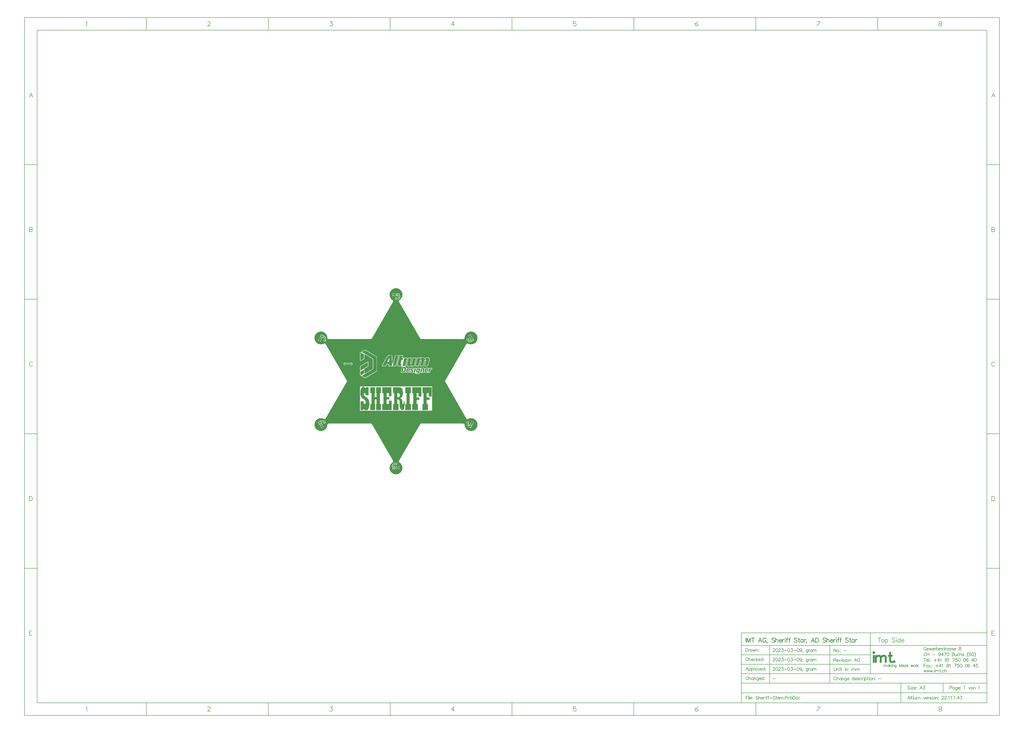
<source format=gtl>
G04*
G04 #@! TF.GenerationSoftware,Altium Limited,Altium Designer,22.11.1 (43)*
G04*
G04 Layer_Physical_Order=1*
G04 Layer_Color=255*
%FSLAX44Y44*%
%MOMM*%
G71*
G04*
G04 #@! TF.SameCoordinates,DB873E63-77BF-45AF-8D19-C352679DEADA*
G04*
G04*
G04 #@! TF.FilePolarity,Positive*
G04*
G01*
G75*
%ADD10C,0.1270*%
%ADD11C,0.2540*%
%ADD12C,0.2000*%
%ADD13C,0.7620*%
%ADD14C,0.1778*%
%ADD15P,1.1314X4X165.0*%
%ADD16P,1.1314X4X105.0*%
%ADD17R,0.8000X0.8000*%
%ADD19C,0.3000*%
%ADD20C,0.6000*%
G36*
X505065Y725463D02*
X508345Y724584D01*
X511483Y723284D01*
X514423Y721586D01*
X517118Y719519D01*
X519519Y717118D01*
X521586Y714424D01*
X523284Y711483D01*
X524584Y708345D01*
X525463Y705065D01*
X525906Y701698D01*
Y698355D01*
X525490Y695090D01*
X524664Y691905D01*
X523442Y688850D01*
X521842Y685974D01*
X519893Y683323D01*
X517623Y680941D01*
X515070Y678864D01*
X513673Y677996D01*
X513006Y677372D01*
X512319Y676769D01*
X512282Y676694D01*
X512220Y676637D01*
X511843Y675805D01*
X511439Y674985D01*
X511433Y674902D01*
X511399Y674825D01*
X511369Y673912D01*
X511309Y673000D01*
X511336Y672921D01*
X511333Y672837D01*
X511655Y671982D01*
X511948Y671117D01*
X597201Y523455D01*
X597641Y522953D01*
X598011Y522399D01*
X598291Y522212D01*
X598512Y521959D01*
X599111Y521665D01*
X599665Y521294D01*
X599995Y521228D01*
X600297Y521080D01*
X600962Y521036D01*
X601616Y520906D01*
X772121Y520906D01*
X773017Y521084D01*
X773919Y521233D01*
X773990Y521278D01*
X774072Y521294D01*
X774831Y521801D01*
X775607Y522284D01*
X775656Y522353D01*
X775726Y522399D01*
X776233Y523158D01*
X776766Y523902D01*
X776785Y523983D01*
X776831Y524053D01*
X777009Y524949D01*
X777216Y525839D01*
X777282Y527856D01*
X778035Y531820D01*
X779394Y535620D01*
X781324Y539164D01*
X783780Y542366D01*
X786702Y545149D01*
X790020Y547447D01*
X793653Y549203D01*
X797514Y550375D01*
X801511Y550935D01*
X805546Y550870D01*
X809522Y550181D01*
X813344Y548884D01*
X816918Y547011D01*
X820160Y544608D01*
X822990Y541731D01*
X825341Y538451D01*
X827155Y534847D01*
X828390Y531004D01*
X829015Y527018D01*
Y522769D01*
X828252Y518372D01*
X826748Y514170D01*
X824548Y510288D01*
X821717Y506838D01*
X818337Y503924D01*
X814509Y501631D01*
X810346Y500025D01*
X805969Y499156D01*
X801507Y499048D01*
X797093Y499703D01*
X792857Y501105D01*
X790889Y502157D01*
X790015Y502423D01*
X789150Y502716D01*
X789066Y502711D01*
X788986Y502735D01*
X788077Y502646D01*
X787165Y502586D01*
X787090Y502549D01*
X787006Y502541D01*
X786200Y502110D01*
X785381Y501706D01*
X785326Y501643D01*
X785252Y501604D01*
X784672Y500897D01*
X784070Y500211D01*
X698817Y352549D01*
X698602Y351917D01*
X698308Y351319D01*
X698286Y350984D01*
X698177Y350665D01*
X698221Y350000D01*
X698177Y349335D01*
X698286Y349016D01*
X698308Y348681D01*
X698603Y348083D01*
X698817Y347451D01*
X784070Y199789D01*
X784672Y199102D01*
X785252Y198396D01*
X785326Y198357D01*
X785381Y198294D01*
X786200Y197889D01*
X787006Y197459D01*
X787090Y197451D01*
X787165Y197414D01*
X788077Y197354D01*
X788986Y197265D01*
X789066Y197289D01*
X789150Y197284D01*
X790015Y197577D01*
X790889Y197843D01*
X792293Y198594D01*
X795265Y199741D01*
X798355Y200516D01*
X801516Y200906D01*
X804807D01*
X808174Y200463D01*
X811454Y199584D01*
X814592Y198284D01*
X817532Y196586D01*
X820227Y194519D01*
X822628Y192118D01*
X824695Y189424D01*
X826393Y186483D01*
X827693Y183345D01*
X828572Y180065D01*
X829015Y176698D01*
Y173302D01*
X828572Y169935D01*
X827693Y166655D01*
X826393Y163517D01*
X824695Y160577D01*
X822628Y157882D01*
X820227Y155481D01*
X817532Y153414D01*
X814592Y151716D01*
X811454Y150416D01*
X808174Y149537D01*
X804807Y149094D01*
X801446D01*
X798148Y149519D01*
X794930Y150363D01*
X791848Y151610D01*
X788950Y153242D01*
X786284Y155231D01*
X783895Y157544D01*
X781821Y160144D01*
X780096Y162988D01*
X778749Y166028D01*
X777802Y169216D01*
X777270Y172499D01*
X777216Y174161D01*
X777009Y175051D01*
X776831Y175947D01*
X776785Y176017D01*
X776765Y176098D01*
X776234Y176841D01*
X775726Y177601D01*
X775656Y177647D01*
X775607Y177716D01*
X774832Y178198D01*
X774072Y178706D01*
X773990Y178722D01*
X773919Y178767D01*
X773017Y178916D01*
X772121Y179094D01*
X601616D01*
X600962Y178964D01*
X600296Y178920D01*
X599995Y178771D01*
X599665Y178706D01*
X599110Y178335D01*
X598512Y178041D01*
X598291Y177788D01*
X598011Y177601D01*
X597641Y177046D01*
X597201Y176545D01*
X511948Y28883D01*
X511655Y28019D01*
X511333Y27163D01*
X511336Y27079D01*
X511309Y27000D01*
X511369Y26088D01*
X511399Y25175D01*
X511433Y25099D01*
X511439Y25015D01*
X511843Y24195D01*
X512220Y23363D01*
X512282Y23306D01*
X512319Y23231D01*
X513005Y22629D01*
X513673Y22004D01*
X515070Y21136D01*
X517623Y19059D01*
X519893Y16677D01*
X521842Y14026D01*
X523442Y11150D01*
X524664Y8095D01*
X525490Y4909D01*
X525906Y1645D01*
Y-1698D01*
X525463Y-5065D01*
X524584Y-8345D01*
X523284Y-11483D01*
X521586Y-14423D01*
X519519Y-17118D01*
X517118Y-19519D01*
X514423Y-21586D01*
X511483Y-23284D01*
X508345Y-24584D01*
X505065Y-25463D01*
X501698Y-25906D01*
X498302D01*
X494935Y-25463D01*
X491655Y-24584D01*
X488517Y-23284D01*
X485577Y-21586D01*
X482882Y-19519D01*
X480481Y-17118D01*
X478414Y-14424D01*
X476716Y-11483D01*
X475416Y-8345D01*
X474537Y-5065D01*
X474094Y-1698D01*
Y1645D01*
X474510Y4909D01*
X475336Y8095D01*
X476558Y11150D01*
X478157Y14026D01*
X480107Y16677D01*
X482377Y19059D01*
X484930Y21136D01*
X486327Y22004D01*
X486994Y22628D01*
X487681Y23231D01*
X487718Y23306D01*
X487780Y23363D01*
X488157Y24195D01*
X488561Y25015D01*
X488566Y25099D01*
X488601Y25175D01*
X488631Y26088D01*
X488691Y27000D01*
X488664Y27079D01*
X488667Y27163D01*
X488345Y28018D01*
X488052Y28883D01*
X402799Y176545D01*
X402359Y177047D01*
X401989Y177601D01*
X401709Y177788D01*
X401488Y178041D01*
X400889Y178335D01*
X400335Y178706D01*
X400005Y178772D01*
X399703Y178920D01*
X399038Y178964D01*
X398384Y179094D01*
X227879D01*
X226983Y178916D01*
X226082Y178767D01*
X226010Y178722D01*
X225928Y178706D01*
X225168Y178198D01*
X224393Y177716D01*
X224344Y177647D01*
X224274Y177601D01*
X223766Y176841D01*
X223235Y176098D01*
X223216Y176017D01*
X223169Y175947D01*
X222991Y175051D01*
X222784Y174161D01*
X222716Y172065D01*
X221907Y167948D01*
X220446Y164014D01*
X218372Y160368D01*
X215737Y157102D01*
X212612Y154303D01*
X209077Y152043D01*
X205225Y150381D01*
X201155Y149361D01*
X196974Y149009D01*
X192792Y149335D01*
X188715Y150329D01*
X184852Y151966D01*
X181303Y154203D01*
X178160Y156982D01*
X175505Y160230D01*
X173407Y163864D01*
X171921Y167787D01*
X171086Y171899D01*
X170923Y176091D01*
X171437Y180255D01*
X172614Y184282D01*
X174424Y188067D01*
X176819Y191512D01*
X179738Y194527D01*
X183103Y197032D01*
X186828Y198964D01*
X190814Y200270D01*
X194960Y200919D01*
X199155Y200892D01*
X203291Y200190D01*
X207261Y198832D01*
X209111Y197843D01*
X209986Y197577D01*
X210850Y197284D01*
X210934Y197289D01*
X211014Y197265D01*
X211924Y197354D01*
X212835Y197414D01*
X212910Y197451D01*
X212994Y197459D01*
X213800Y197890D01*
X214619Y198294D01*
X214674Y198357D01*
X214748Y198396D01*
X215328Y199102D01*
X215931Y199789D01*
X301183Y347451D01*
X301397Y348083D01*
X301692Y348681D01*
X301714Y349016D01*
X301822Y349335D01*
X301779Y350000D01*
X301822Y350665D01*
X301714Y350984D01*
X301692Y351320D01*
X301397Y351917D01*
X301183Y352549D01*
X215931Y500211D01*
X215328Y500897D01*
X214748Y501604D01*
X214674Y501643D01*
X214619Y501706D01*
X213800Y502110D01*
X212994Y502541D01*
X212910Y502549D01*
X212835Y502586D01*
X211924Y502646D01*
X211014Y502735D01*
X210934Y502711D01*
X210850Y502716D01*
X209985Y502423D01*
X209111Y502157D01*
X207261Y501168D01*
X203291Y499810D01*
X199155Y499108D01*
X194960Y499081D01*
X190814Y499730D01*
X186828Y501036D01*
X183103Y502968D01*
X179738Y505474D01*
X176819Y508488D01*
X174424Y511932D01*
X172614Y515718D01*
X171437Y519745D01*
X170923Y523909D01*
X171086Y528101D01*
X171921Y532213D01*
X173407Y536136D01*
X175505Y539770D01*
X178160Y543018D01*
X181303Y545797D01*
X184852Y548035D01*
X188715Y549671D01*
X192792Y550665D01*
X196975Y550991D01*
X201155Y550639D01*
X205225Y549618D01*
X209077Y547957D01*
X212612Y545697D01*
X215737Y542898D01*
X218372Y539632D01*
X220446Y535985D01*
X221907Y532052D01*
X222716Y527935D01*
X222784Y525839D01*
X222991Y524949D01*
X223169Y524053D01*
X223216Y523983D01*
X223235Y523901D01*
X223766Y523159D01*
X224274Y522399D01*
X224344Y522352D01*
X224393Y522284D01*
X225168Y521802D01*
X225928Y521294D01*
X226010Y521278D01*
X226082Y521233D01*
X226983Y521084D01*
X227879Y520906D01*
X398384D01*
X399038Y521036D01*
X399703Y521080D01*
X400005Y521228D01*
X400335Y521294D01*
X400889Y521665D01*
X401488Y521959D01*
X401709Y522212D01*
X401989Y522399D01*
X402359Y522954D01*
X402799Y523455D01*
X488052Y671117D01*
X488345Y671983D01*
X488667Y672837D01*
X488664Y672921D01*
X488691Y673000D01*
X488631Y673913D01*
X488601Y674825D01*
X488566Y674902D01*
X488561Y674985D01*
X488157Y675805D01*
X487780Y676637D01*
X487718Y676694D01*
X487681Y676769D01*
X486994Y677372D01*
X486327Y677996D01*
X484930Y678864D01*
X482377Y680941D01*
X480107Y683323D01*
X478157Y685974D01*
X476558Y688850D01*
X475336Y691905D01*
X474510Y695090D01*
X474094Y698355D01*
Y701698D01*
X474537Y705065D01*
X475416Y708345D01*
X476716Y711483D01*
X478414Y714423D01*
X480481Y717118D01*
X482882Y719519D01*
X485577Y721586D01*
X488517Y723284D01*
X491655Y724584D01*
X494935Y725463D01*
X498302Y725906D01*
X501698D01*
X505065Y725463D01*
D02*
G37*
%LPC*%
G36*
X498000Y705500D02*
X494500D01*
Y702000D01*
X498000D01*
Y705500D01*
D02*
G37*
G36*
X490500D02*
X487000D01*
Y702000D01*
X490500D01*
Y705500D01*
D02*
G37*
G36*
X498000Y698000D02*
X494500D01*
Y694500D01*
X498000D01*
Y698000D01*
D02*
G37*
G36*
X490500D02*
X487000D01*
Y694500D01*
X490500D01*
Y698000D01*
D02*
G37*
G36*
X513000Y705500D02*
X502000D01*
Y694500D01*
X508674D01*
X510080Y693094D01*
Y689584D01*
X506815Y686319D01*
X503744D01*
X502988Y687075D01*
X501334Y687760D01*
X499544D01*
X497890Y687075D01*
X496624Y685809D01*
X495939Y684155D01*
Y682365D01*
X496624Y680711D01*
X497890Y679445D01*
X499544Y678760D01*
X501334D01*
X502988Y679445D01*
X503744Y680201D01*
X508082D01*
X508082Y680201D01*
X509252Y680434D01*
X510245Y681097D01*
X515302Y686154D01*
X515302Y686154D01*
X515965Y687147D01*
X516198Y688317D01*
Y694361D01*
X516198Y694361D01*
X515965Y695531D01*
X515302Y696524D01*
X515302Y696524D01*
X513000Y698826D01*
Y705500D01*
D02*
G37*
G36*
X801372Y539008D02*
X798341Y537258D01*
X800091Y534227D01*
X803122Y535977D01*
X801372Y539008D01*
D02*
G37*
G36*
X794877Y535258D02*
X791846Y533508D01*
X793596Y530477D01*
X796627Y532227D01*
X794877Y535258D01*
D02*
G37*
G36*
X805122Y532513D02*
X802091Y530763D01*
X803841Y527732D01*
X806872Y529482D01*
X805122Y532513D01*
D02*
G37*
G36*
X798627Y528763D02*
X795596Y527013D01*
X797346Y523982D01*
X800377Y525732D01*
X798627Y528763D01*
D02*
G37*
G36*
X191128Y526018D02*
X189378Y522987D01*
X192409Y521237D01*
X194159Y524268D01*
X191128Y526018D01*
D02*
G37*
G36*
X197623Y522268D02*
X195873Y519237D01*
X198904Y517487D01*
X200654Y520518D01*
X197623Y522268D01*
D02*
G37*
G36*
X808872Y526018D02*
X799346Y520518D01*
X801479Y516824D01*
X800222Y515001D01*
X797505D01*
X794520Y517986D01*
Y519055D01*
X793835Y520709D01*
X792569Y521975D01*
X790915Y522660D01*
X789125D01*
X787470Y521975D01*
X786205Y520709D01*
X785520Y519055D01*
Y517265D01*
X786205Y515611D01*
X787470Y514345D01*
X789125Y513660D01*
X790194D01*
X794075Y509779D01*
X794075Y509779D01*
X795067Y509116D01*
X796238Y508883D01*
X802319D01*
X802319Y508883D01*
X803489Y509116D01*
X804482Y509779D01*
X806853Y512151D01*
X814372Y516492D01*
X808872Y526018D01*
D02*
G37*
G36*
X187378Y519523D02*
X185628Y516492D01*
X188659Y514742D01*
X190409Y517773D01*
X187378Y519523D01*
D02*
G37*
G36*
X198628Y539008D02*
X193128Y529482D01*
X202654Y523982D01*
X204709Y527541D01*
X207002Y527772D01*
X209554Y525221D01*
Y518925D01*
X208797Y518169D01*
X208112Y516515D01*
Y514725D01*
X208797Y513071D01*
X210063Y511805D01*
X211717Y511120D01*
X213507D01*
X215161Y511805D01*
X216427Y513071D01*
X217112Y514725D01*
Y516515D01*
X216427Y518169D01*
X215671Y518925D01*
Y526488D01*
X215671Y526488D01*
X215438Y527659D01*
X214775Y528651D01*
X214775Y528651D01*
X209768Y533658D01*
X208776Y534321D01*
X207605Y534554D01*
X207605Y534554D01*
X206343D01*
X198628Y539008D01*
D02*
G37*
G36*
X193873Y515773D02*
X192123Y512742D01*
X195154Y510992D01*
X196904Y514023D01*
X193873Y515773D01*
D02*
G37*
G36*
X375397Y477217D02*
X373986D01*
X373401Y477101D01*
X372948Y476798D01*
X372695Y476748D01*
X372243Y476446D01*
X371990Y476395D01*
X371493Y476064D01*
X371423Y475958D01*
X371361Y475916D01*
X371108Y475866D01*
X370612Y475535D01*
X370541Y475429D01*
X370479Y475387D01*
X370226Y475337D01*
X369730Y475006D01*
X369719Y474989D01*
X369697Y474984D01*
X369201Y474653D01*
X369189Y474636D01*
X369168Y474632D01*
X368942Y474481D01*
X368815Y474455D01*
X368363Y474153D01*
X368110Y474103D01*
X367883Y473951D01*
X367757Y473926D01*
X367261Y473595D01*
X367190Y473489D01*
X367084Y473418D01*
X367014Y473313D01*
X366908Y473242D01*
X366897Y473225D01*
X366875Y473221D01*
X366649Y473069D01*
X366522Y473044D01*
X366070Y472742D01*
X365817Y472692D01*
X365321Y472360D01*
X365309Y472343D01*
X365288Y472339D01*
X365061Y472188D01*
X364935Y472163D01*
X364709Y472011D01*
X364582Y471986D01*
X364086Y471655D01*
X364016Y471549D01*
X363910Y471478D01*
X363844Y471379D01*
X363348Y471281D01*
X362851Y470949D01*
X362840Y470932D01*
X362819Y470928D01*
X362592Y470777D01*
X362466Y470752D01*
X361970Y470420D01*
X361899Y470314D01*
X361793Y470244D01*
X361723Y470138D01*
X361617Y470067D01*
X361546Y469962D01*
X361441Y469891D01*
X361370Y469785D01*
X361264Y469715D01*
X361194Y469609D01*
X361088Y469538D01*
X360756Y469042D01*
X360690Y468711D01*
X360666Y468674D01*
X359601Y467834D01*
X359308Y467659D01*
X358728Y467465D01*
X358466Y467517D01*
X357407D01*
X356822Y467401D01*
X356326Y467069D01*
X356255Y466963D01*
X356150Y466893D01*
X356079Y466787D01*
X355973Y466716D01*
X355903Y466611D01*
X355797Y466540D01*
X355726Y466434D01*
X355620Y466364D01*
X355289Y465867D01*
X355173Y465282D01*
Y465252D01*
X355113Y465162D01*
X354996Y464577D01*
Y445176D01*
Y434594D01*
X355113Y434009D01*
X355264Y433783D01*
X355289Y433656D01*
X355620Y433160D01*
X355726Y433090D01*
X355797Y432984D01*
X356293Y432652D01*
X356878Y432536D01*
X357584D01*
X358169Y432652D01*
X358665Y432984D01*
X358676Y433001D01*
X358698Y433005D01*
X358924Y433156D01*
X359051Y433181D01*
X359504Y433484D01*
X359756Y433534D01*
X360252Y433866D01*
X360323Y433971D01*
X360385Y434013D01*
X360638Y434063D01*
X361134Y434395D01*
X361146Y434412D01*
X361167Y434416D01*
X361620Y434718D01*
X361873Y434769D01*
X362369Y435100D01*
X362440Y435206D01*
X362502Y435247D01*
X362755Y435298D01*
X363251Y435629D01*
X363262Y435646D01*
X363284Y435650D01*
X363780Y435982D01*
X363791Y435999D01*
X363813Y436003D01*
X364039Y436155D01*
X364165Y436180D01*
X364618Y436482D01*
X364871Y436532D01*
X365097Y436684D01*
X365224Y436709D01*
X365676Y437011D01*
X365929Y437062D01*
X366425Y437393D01*
X366437Y437410D01*
X366458Y437414D01*
X366684Y437565D01*
X366811Y437590D01*
X367037Y437742D01*
X367164Y437767D01*
X367660Y438098D01*
X367730Y438204D01*
X367793Y438246D01*
X368046Y438296D01*
X368272Y438447D01*
X368398Y438472D01*
X368851Y438775D01*
X369104Y438825D01*
X369600Y439157D01*
X369671Y439262D01*
X369776Y439333D01*
X369847Y439439D01*
X369953Y439509D01*
X369964Y439526D01*
X369986Y439531D01*
X370212Y439682D01*
X370338Y439707D01*
X370835Y440038D01*
X370905Y440144D01*
X371011Y440215D01*
X371022Y440232D01*
X371044Y440236D01*
X371540Y440568D01*
X371611Y440673D01*
X371716Y440744D01*
X371787Y440850D01*
X371893Y440920D01*
X372224Y441417D01*
X372341Y442002D01*
Y457881D01*
X372565Y458167D01*
X373112Y458454D01*
X374492Y458910D01*
X374988Y458578D01*
X375365Y458503D01*
X375517Y458402D01*
X375539Y458397D01*
X375550Y458381D01*
X376046Y458049D01*
X376299Y457999D01*
X376752Y457696D01*
X376878Y457671D01*
X377104Y457520D01*
X377231Y457495D01*
X377457Y457344D01*
X377479Y457339D01*
X377490Y457323D01*
X377596Y457252D01*
X377666Y457146D01*
X378162Y456814D01*
X378415Y456764D01*
X378478Y456723D01*
X378548Y456617D01*
X379044Y456285D01*
X379540Y456187D01*
X379606Y456088D01*
X379712Y456017D01*
X379783Y455911D01*
X379888Y455841D01*
X379959Y455735D01*
X380455Y455404D01*
X380708Y455353D01*
X380770Y455312D01*
X380841Y455206D01*
X381337Y454874D01*
X381833Y454776D01*
X381899Y454677D01*
X382395Y454345D01*
X382522Y454320D01*
X382748Y454169D01*
X382770Y454165D01*
X382781Y454148D01*
X382887Y454077D01*
X382957Y453971D01*
X383453Y453640D01*
X383831Y453565D01*
X383983Y453464D01*
X384004Y453459D01*
X384016Y453442D01*
X384512Y453111D01*
X384638Y453086D01*
X384865Y452934D01*
X384886Y452930D01*
X384897Y452913D01*
X385394Y452582D01*
X385415Y452577D01*
X385426Y452561D01*
X385923Y452229D01*
X386175Y452179D01*
X386628Y451876D01*
X386921Y451818D01*
X387014Y451679D01*
X387510Y451347D01*
X387532Y451343D01*
X387543Y451326D01*
X388039Y450994D01*
X388292Y450944D01*
X388354Y450903D01*
X388425Y450797D01*
X388921Y450465D01*
X389174Y450415D01*
X389626Y450113D01*
X389648Y450108D01*
X389659Y450091D01*
X389765Y450021D01*
X389836Y449915D01*
X390332Y449584D01*
X390585Y449533D01*
X391037Y449231D01*
X391415Y449156D01*
X391566Y449054D01*
X391588Y449050D01*
X391599Y449033D01*
X392095Y448702D01*
X392348Y448651D01*
X392411Y448610D01*
X392481Y448504D01*
X392587Y448433D01*
X392658Y448328D01*
X393154Y447996D01*
X393280Y447971D01*
X393506Y447820D01*
X393759Y447770D01*
X393821Y447728D01*
X393892Y447622D01*
X394388Y447291D01*
X394641Y447240D01*
X394703Y447199D01*
X394774Y447093D01*
X394880Y447023D01*
X394950Y446917D01*
X395056Y446846D01*
X395127Y446740D01*
X395623Y446409D01*
X396127Y446309D01*
X396505Y446056D01*
X396758Y446006D01*
X396820Y445964D01*
X396890Y445859D01*
X397387Y445527D01*
X397513Y445502D01*
X397739Y445351D01*
X397866Y445326D01*
X398092Y445174D01*
X398114Y445170D01*
X398125Y445153D01*
X398231Y445083D01*
X398301Y444977D01*
X398797Y444645D01*
X399050Y444595D01*
X399503Y444292D01*
X399629Y444267D01*
X399856Y444116D01*
X399982Y444091D01*
X400208Y443940D01*
X400230Y443935D01*
X400241Y443919D01*
X400347Y443848D01*
X400418Y443742D01*
X400914Y443411D01*
X401291Y443335D01*
X401443Y443234D01*
X401465Y443230D01*
X401476Y443213D01*
X401972Y442882D01*
X402225Y442831D01*
X402287Y442790D01*
X402358Y442684D01*
X402463Y442613D01*
X402534Y442508D01*
X403030Y442176D01*
X403157Y442151D01*
X403383Y442000D01*
X403405Y441995D01*
X403416Y441978D01*
X403912Y441647D01*
X404039Y441622D01*
X404265Y441471D01*
X404391Y441445D01*
X404618Y441294D01*
X404639Y441290D01*
X404650Y441273D01*
X404756Y441202D01*
X404827Y441097D01*
X404933Y441026D01*
X405003Y440920D01*
X405109Y440850D01*
X405180Y440744D01*
X405285Y440673D01*
X405356Y440568D01*
X405462Y440497D01*
X405532Y440391D01*
X405638Y440321D01*
X405709Y440215D01*
X405808Y440149D01*
X405906Y439653D01*
X406143Y439299D01*
Y439180D01*
X406259Y438595D01*
X406410Y438368D01*
X406435Y438242D01*
X406672Y437888D01*
Y402220D01*
X406590Y402166D01*
X406259Y401670D01*
X406143Y401085D01*
Y400809D01*
X406061Y400755D01*
X405991Y400649D01*
X405885Y400579D01*
X405554Y400083D01*
X405528Y399956D01*
X405377Y399730D01*
X405373Y399708D01*
X405356Y399697D01*
X405285Y399591D01*
X405180Y399521D01*
X405109Y399415D01*
X405003Y399344D01*
X404933Y399239D01*
X404870Y399197D01*
X404618Y399147D01*
X404121Y398815D01*
X404051Y398709D01*
X403945Y398639D01*
X403934Y398622D01*
X403912Y398618D01*
X403416Y398286D01*
X403405Y398269D01*
X403383Y398265D01*
X402887Y397933D01*
X402821Y397834D01*
X402325Y397736D01*
X401829Y397404D01*
X401758Y397298D01*
X401652Y397228D01*
X401582Y397122D01*
X401476Y397052D01*
X401465Y397035D01*
X401443Y397030D01*
X401217Y396879D01*
X401090Y396854D01*
X400594Y396522D01*
X400583Y396506D01*
X400561Y396501D01*
X400410Y396400D01*
X400032Y396325D01*
X399579Y396022D01*
X399327Y395972D01*
X398830Y395640D01*
X398819Y395624D01*
X398797Y395619D01*
X398301Y395288D01*
X398231Y395182D01*
X398168Y395140D01*
X397916Y395090D01*
X397419Y394759D01*
X397408Y394742D01*
X397387Y394738D01*
X397235Y394636D01*
X396857Y394561D01*
X396361Y394230D01*
X396291Y394124D01*
X396185Y394053D01*
X396114Y393947D01*
X396052Y393906D01*
X395799Y393856D01*
X395573Y393704D01*
X395447Y393679D01*
X394994Y393377D01*
X394741Y393326D01*
X394245Y392995D01*
X394174Y392889D01*
X394068Y392819D01*
X393998Y392713D01*
X393892Y392642D01*
X393881Y392625D01*
X393859Y392621D01*
X393633Y392470D01*
X393506Y392445D01*
X393010Y392113D01*
X392999Y392096D01*
X392977Y392092D01*
X392826Y391991D01*
X392448Y391916D01*
X391952Y391584D01*
X391941Y391567D01*
X391919Y391563D01*
X391693Y391412D01*
X391566Y391386D01*
X391070Y391055D01*
X391059Y391038D01*
X391037Y391034D01*
X390811Y390883D01*
X390685Y390857D01*
X390458Y390706D01*
X390332Y390681D01*
X389836Y390350D01*
X389770Y390251D01*
X389274Y390152D01*
X388778Y389820D01*
X388707Y389715D01*
X388601Y389644D01*
X388531Y389538D01*
X388425Y389468D01*
X388354Y389362D01*
X388292Y389320D01*
X388039Y389270D01*
X387543Y388939D01*
X387477Y388840D01*
X386981Y388741D01*
X386485Y388410D01*
X386473Y388393D01*
X386452Y388388D01*
X385956Y388057D01*
X385944Y388040D01*
X385923Y388036D01*
X385426Y387704D01*
X385356Y387598D01*
X385294Y387557D01*
X385041Y387506D01*
X384545Y387175D01*
X384533Y387158D01*
X384512Y387154D01*
X384360Y387052D01*
X383983Y386977D01*
X383487Y386646D01*
X383416Y386540D01*
X383310Y386469D01*
X383239Y386364D01*
X383134Y386293D01*
X383122Y386276D01*
X383101Y386272D01*
X382949Y386171D01*
X382572Y386096D01*
X382076Y385764D01*
X382064Y385747D01*
X382043Y385743D01*
X381816Y385592D01*
X381690Y385566D01*
X381194Y385235D01*
X381182Y385218D01*
X381161Y385214D01*
X380708Y384911D01*
X380455Y384861D01*
X379959Y384529D01*
X379888Y384424D01*
X379826Y384382D01*
X379574Y384332D01*
X379077Y384000D01*
X379007Y383895D01*
X378901Y383824D01*
X378830Y383718D01*
X378725Y383648D01*
X378713Y383631D01*
X378692Y383626D01*
X378540Y383525D01*
X378162Y383450D01*
X377666Y383119D01*
X377596Y383013D01*
X377533Y382971D01*
X377281Y382921D01*
X376785Y382589D01*
X376773Y382573D01*
X376752Y382568D01*
X376525Y382417D01*
X376399Y382392D01*
X376172Y382241D01*
X376046Y382215D01*
X375550Y381884D01*
X375479Y381778D01*
X375417Y381737D01*
X375164Y381686D01*
X374668Y381355D01*
X372875Y381853D01*
X372341Y382324D01*
Y396675D01*
X372224Y397261D01*
X371893Y397757D01*
X371787Y397828D01*
X371716Y397933D01*
X371394Y398149D01*
X371388Y398157D01*
X371236Y398705D01*
X371232Y398741D01*
X371271Y400294D01*
X371364Y400356D01*
X371434Y400462D01*
X371540Y400532D01*
X371551Y400549D01*
X371573Y400554D01*
X372069Y400885D01*
X372080Y400902D01*
X372102Y400906D01*
X372598Y401238D01*
X372609Y401255D01*
X372631Y401259D01*
X372783Y401360D01*
X373160Y401435D01*
X373656Y401767D01*
X373727Y401873D01*
X373833Y401943D01*
X373844Y401960D01*
X373866Y401964D01*
X374092Y402116D01*
X374218Y402141D01*
X374445Y402292D01*
X374571Y402317D01*
X375024Y402620D01*
X375277Y402670D01*
X375773Y403002D01*
X375843Y403107D01*
X375906Y403149D01*
X376158Y403199D01*
X376655Y403531D01*
X376666Y403548D01*
X376688Y403552D01*
X377184Y403883D01*
X377250Y403982D01*
X377746Y404081D01*
X378242Y404412D01*
X378383Y404624D01*
X378595Y404765D01*
X378606Y404782D01*
X378628Y404786D01*
X378854Y404938D01*
X378980Y404963D01*
X379433Y405265D01*
X379686Y405315D01*
X380182Y405647D01*
X380253Y405753D01*
X380315Y405794D01*
X380568Y405844D01*
X381064Y406176D01*
X381075Y406193D01*
X381097Y406197D01*
X381593Y406529D01*
X381664Y406634D01*
X381726Y406676D01*
X381979Y406726D01*
X382205Y406878D01*
X382331Y406903D01*
X382827Y407234D01*
X382898Y407340D01*
X383004Y407411D01*
X383015Y407427D01*
X383037Y407432D01*
X383263Y407583D01*
X383390Y407608D01*
X383886Y407940D01*
X383952Y408039D01*
X384448Y408137D01*
X384944Y408469D01*
X385085Y408680D01*
X385297Y408822D01*
X385308Y408838D01*
X385330Y408843D01*
X385556Y408994D01*
X385682Y409019D01*
X386135Y409322D01*
X386388Y409372D01*
X386884Y409703D01*
X386954Y409809D01*
X387060Y409880D01*
X387131Y409986D01*
X387237Y410056D01*
X387307Y410162D01*
X387413Y410233D01*
X387484Y410338D01*
X387589Y410409D01*
X387660Y410515D01*
X387766Y410585D01*
X387836Y410691D01*
X387942Y410762D01*
X388274Y411258D01*
X388390Y411843D01*
Y427540D01*
X388274Y428125D01*
X387942Y428621D01*
X387836Y428692D01*
X387766Y428797D01*
X387270Y429129D01*
X386684Y429245D01*
X386508D01*
X385923Y429129D01*
X385771Y429028D01*
X385394Y428953D01*
X384941Y428650D01*
X384688Y428600D01*
X384462Y428449D01*
X384335Y428424D01*
X383839Y428092D01*
X383828Y428075D01*
X383806Y428071D01*
X383310Y427739D01*
X383299Y427722D01*
X383277Y427718D01*
X383051Y427567D01*
X382924Y427542D01*
X382428Y427210D01*
X382417Y427193D01*
X382395Y427189D01*
X382169Y427038D01*
X382043Y427013D01*
X381546Y426681D01*
X381476Y426575D01*
X381370Y426505D01*
X381304Y426406D01*
X380808Y426307D01*
X380312Y425976D01*
X380241Y425870D01*
X380179Y425828D01*
X379926Y425778D01*
X379430Y425447D01*
X379419Y425430D01*
X379397Y425425D01*
X378945Y425123D01*
X378692Y425073D01*
X378195Y424741D01*
X378125Y424635D01*
X378019Y424565D01*
X378008Y424548D01*
X377986Y424543D01*
X377760Y424392D01*
X377633Y424367D01*
X377137Y424036D01*
X377067Y423930D01*
X376961Y423859D01*
X376890Y423754D01*
X376828Y423712D01*
X376575Y423662D01*
X376349Y423510D01*
X376222Y423485D01*
X375726Y423154D01*
X375656Y423048D01*
X375550Y422977D01*
X375539Y422961D01*
X375517Y422956D01*
X375291Y422805D01*
X375164Y422780D01*
X374668Y422448D01*
X374602Y422349D01*
X374106Y422251D01*
X373610Y421919D01*
X373539Y421813D01*
X373433Y421743D01*
X373363Y421637D01*
X373257Y421566D01*
X373191Y421468D01*
X372695Y421369D01*
X372199Y421037D01*
X372079Y420858D01*
X371990Y420840D01*
X371763Y420689D01*
X371637Y420663D01*
X371141Y420332D01*
X371070Y420226D01*
X371008Y420185D01*
X370755Y420134D01*
X370259Y419803D01*
X370193Y419704D01*
X369697Y419605D01*
X369201Y419274D01*
X369130Y419168D01*
X369024Y419097D01*
X368954Y418992D01*
X368848Y418921D01*
X368837Y418904D01*
X368815Y418900D01*
X368589Y418749D01*
X368462Y418723D01*
X367966Y418392D01*
X367955Y418375D01*
X367933Y418371D01*
X367707Y418219D01*
X367580Y418194D01*
X367084Y417863D01*
X367073Y417846D01*
X367051Y417842D01*
X366555Y417510D01*
X366544Y417493D01*
X366522Y417489D01*
X366371Y417388D01*
X365993Y417312D01*
X365497Y416981D01*
X365426Y416875D01*
X365321Y416805D01*
X365309Y416788D01*
X365288Y416783D01*
X365061Y416632D01*
X364935Y416607D01*
X364439Y416275D01*
X364368Y416170D01*
X364306Y416128D01*
X364053Y416078D01*
X363827Y415927D01*
X363700Y415901D01*
X363204Y415570D01*
X363084Y415390D01*
X362995Y415372D01*
X362769Y415221D01*
X362642Y415196D01*
X362146Y414865D01*
X362075Y414759D01*
X362013Y414717D01*
X361760Y414667D01*
X361264Y414335D01*
X361194Y414230D01*
X361088Y414159D01*
X361077Y414142D01*
X361055Y414138D01*
X360602Y413835D01*
X360350Y413785D01*
X359853Y413454D01*
X359842Y413437D01*
X359820Y413432D01*
X359594Y413281D01*
X359468Y413256D01*
X358971Y412924D01*
X358960Y412908D01*
X358938Y412903D01*
X358442Y412572D01*
X358431Y412555D01*
X358409Y412551D01*
X358183Y412399D01*
X358057Y412374D01*
X357561Y412043D01*
X357549Y412026D01*
X357528Y412021D01*
X357301Y411870D01*
X357175Y411845D01*
X356949Y411694D01*
X356822Y411669D01*
X356326Y411337D01*
X356255Y411231D01*
X356150Y411161D01*
X356079Y411055D01*
X355973Y410984D01*
X355903Y410879D01*
X355797Y410808D01*
X355465Y410312D01*
X355440Y410185D01*
X355289Y409959D01*
X355189Y409455D01*
X354936Y409077D01*
X354820Y408492D01*
Y394206D01*
X354936Y393621D01*
X355268Y393125D01*
X355373Y393054D01*
X355444Y392948D01*
X355550Y392878D01*
X355620Y392772D01*
X355726Y392702D01*
X355797Y392596D01*
X355855Y392557D01*
X356018Y392190D01*
X356149Y391385D01*
X355971Y390289D01*
X355797Y390173D01*
X355726Y390067D01*
X355620Y389997D01*
X355289Y389501D01*
X355239Y389248D01*
X354936Y388795D01*
X354820Y388210D01*
Y375864D01*
X354936Y375279D01*
X355087Y375053D01*
X355113Y374926D01*
X355264Y374700D01*
X355289Y374574D01*
X355390Y374422D01*
X355465Y374044D01*
X355797Y373548D01*
X356293Y373217D01*
X356546Y373166D01*
X356998Y372864D01*
X357584Y372747D01*
X358113D01*
X358698Y372864D01*
X358747Y372897D01*
X359546Y372648D01*
X360219Y372175D01*
X360640Y371637D01*
Y371631D01*
X360756Y371046D01*
X361088Y370550D01*
X361584Y370218D01*
X361711Y370193D01*
X361937Y370042D01*
X362063Y370017D01*
X362290Y369866D01*
X362311Y369861D01*
X362322Y369845D01*
X362428Y369774D01*
X362499Y369668D01*
X362995Y369337D01*
X363248Y369286D01*
X363310Y369245D01*
X363381Y369139D01*
X363877Y368807D01*
X364003Y368782D01*
X364230Y368631D01*
X364356Y368606D01*
X364582Y368455D01*
X364604Y368450D01*
X364615Y368434D01*
X364721Y368363D01*
X364792Y368257D01*
X365288Y367926D01*
X365541Y367875D01*
X365993Y367573D01*
X366371Y367498D01*
X366522Y367397D01*
X366544Y367392D01*
X366555Y367375D01*
X366661Y367305D01*
X366732Y367199D01*
X367228Y366867D01*
X367354Y366842D01*
X367580Y366691D01*
X367602Y366687D01*
X367613Y366670D01*
X368110Y366338D01*
X368236Y366313D01*
X368462Y366162D01*
X368715Y366112D01*
X368777Y366070D01*
X368848Y365964D01*
X369344Y365633D01*
X369366Y365629D01*
X369377Y365612D01*
X369873Y365280D01*
X370000Y365255D01*
X370226Y365104D01*
X370248Y365099D01*
X370259Y365083D01*
X370755Y364751D01*
X371008Y364701D01*
X371461Y364398D01*
X371713Y364348D01*
X371776Y364306D01*
X371846Y364201D01*
X372342Y363869D01*
X372595Y363819D01*
X373048Y363517D01*
X373069Y363512D01*
X373081Y363495D01*
X373577Y363164D01*
X373703Y363139D01*
X373930Y362987D01*
X374515Y362871D01*
X375750D01*
X376335Y362987D01*
X376831Y363319D01*
X376902Y363425D01*
X376964Y363466D01*
X377217Y363517D01*
X377713Y363848D01*
X377783Y363954D01*
X377889Y364024D01*
X377960Y364130D01*
X378022Y364172D01*
X378275Y364222D01*
X378501Y364373D01*
X378628Y364398D01*
X379080Y364701D01*
X379333Y364751D01*
X379829Y365083D01*
X379900Y365188D01*
X379962Y365230D01*
X380215Y365280D01*
X380711Y365612D01*
X380722Y365629D01*
X380744Y365633D01*
X381240Y365964D01*
X381251Y365981D01*
X381273Y365986D01*
X381499Y366137D01*
X381626Y366162D01*
X382122Y366493D01*
X382133Y366510D01*
X382155Y366515D01*
X382307Y366616D01*
X382684Y366691D01*
X383180Y367023D01*
X383251Y367128D01*
X383357Y367199D01*
X383427Y367305D01*
X383489Y367346D01*
X383742Y367397D01*
X384238Y367728D01*
X384305Y367827D01*
X384800Y367926D01*
X385297Y368257D01*
X385367Y368363D01*
X385473Y368434D01*
X385484Y368450D01*
X385506Y368455D01*
X386002Y368786D01*
X386013Y368803D01*
X386035Y368807D01*
X386531Y369139D01*
X386597Y369238D01*
X387093Y369337D01*
X387589Y369668D01*
X387710Y369848D01*
X387799Y369866D01*
X388025Y370017D01*
X388151Y370042D01*
X388648Y370374D01*
X388718Y370479D01*
X388780Y370521D01*
X389033Y370571D01*
X389260Y370722D01*
X389386Y370747D01*
X389839Y371050D01*
X390091Y371100D01*
X390588Y371432D01*
X390599Y371449D01*
X390620Y371453D01*
X390847Y371604D01*
X390973Y371629D01*
X391199Y371781D01*
X391326Y371806D01*
X391822Y372137D01*
X391888Y372236D01*
X392384Y372335D01*
X392880Y372666D01*
X392951Y372772D01*
X393057Y372843D01*
X393127Y372948D01*
X393233Y373019D01*
X393304Y373125D01*
X393366Y373166D01*
X393619Y373217D01*
X394115Y373548D01*
X394181Y373647D01*
X394677Y373746D01*
X395173Y374077D01*
X395184Y374094D01*
X395206Y374099D01*
X395432Y374250D01*
X395559Y374275D01*
X396055Y374606D01*
X396066Y374623D01*
X396088Y374628D01*
X396584Y374959D01*
X396595Y374976D01*
X396617Y374980D01*
X397113Y375312D01*
X397124Y375329D01*
X397146Y375333D01*
X397372Y375484D01*
X397499Y375509D01*
X397725Y375661D01*
X397852Y375686D01*
X398348Y376017D01*
X398359Y376034D01*
X398381Y376039D01*
X398833Y376341D01*
X399086Y376391D01*
X399582Y376723D01*
X399653Y376829D01*
X399715Y376870D01*
X399968Y376920D01*
X400464Y377252D01*
X400475Y377269D01*
X400497Y377273D01*
X400993Y377605D01*
X401004Y377621D01*
X401026Y377626D01*
X401253Y377777D01*
X401379Y377802D01*
X401832Y378105D01*
X402084Y378155D01*
X402580Y378487D01*
X402651Y378592D01*
X402713Y378634D01*
X402966Y378684D01*
X403462Y379016D01*
X403474Y379032D01*
X403495Y379037D01*
X403992Y379368D01*
X404003Y379385D01*
X404024Y379389D01*
X404251Y379541D01*
X404377Y379566D01*
X404755Y379818D01*
X405259Y379919D01*
X405755Y380250D01*
X405826Y380356D01*
X405932Y380426D01*
X405943Y380443D01*
X405964Y380448D01*
X406461Y380779D01*
X406472Y380796D01*
X406493Y380800D01*
X406720Y380952D01*
X406846Y380977D01*
X407299Y381279D01*
X407552Y381329D01*
X408048Y381661D01*
X408119Y381767D01*
X408224Y381837D01*
X408236Y381854D01*
X408257Y381859D01*
X408484Y382010D01*
X408610Y382035D01*
X408836Y382186D01*
X408963Y382211D01*
X409415Y382514D01*
X409668Y382564D01*
X410164Y382896D01*
X410235Y383001D01*
X410297Y383043D01*
X410550Y383093D01*
X411046Y383425D01*
X411057Y383442D01*
X411079Y383446D01*
X411305Y383597D01*
X411432Y383622D01*
X411928Y383954D01*
X411939Y383971D01*
X411961Y383975D01*
X412457Y384307D01*
X412528Y384412D01*
X412590Y384454D01*
X412843Y384504D01*
X413339Y384836D01*
X413350Y384853D01*
X413372Y384857D01*
X413868Y385188D01*
X413879Y385205D01*
X413901Y385210D01*
X414127Y385361D01*
X414254Y385386D01*
X414706Y385688D01*
X414959Y385739D01*
X415185Y385890D01*
X415312Y385915D01*
X415808Y386247D01*
X415819Y386264D01*
X415841Y386268D01*
X416294Y386570D01*
X416547Y386620D01*
X417043Y386952D01*
X417113Y387058D01*
X417175Y387099D01*
X417428Y387150D01*
X417924Y387481D01*
X417936Y387498D01*
X417957Y387502D01*
X418184Y387654D01*
X418310Y387679D01*
X418806Y388010D01*
X418818Y388027D01*
X418839Y388032D01*
X419292Y388334D01*
X419545Y388384D01*
X420041Y388716D01*
X420112Y388821D01*
X420174Y388863D01*
X420426Y388913D01*
X420923Y389245D01*
X420993Y389351D01*
X421099Y389421D01*
X421170Y389527D01*
X421275Y389598D01*
X421346Y389703D01*
X421452Y389774D01*
X421522Y389880D01*
X421628Y389950D01*
X421699Y390056D01*
X421805Y390127D01*
X421875Y390232D01*
X421981Y390303D01*
X422312Y390799D01*
X422413Y391303D01*
X422665Y391681D01*
X422782Y392266D01*
Y444647D01*
Y447645D01*
X422665Y448231D01*
X422514Y448457D01*
X422489Y448583D01*
X422388Y448735D01*
X422312Y449113D01*
X421981Y449609D01*
X421875Y449679D01*
X421805Y449785D01*
X421699Y449856D01*
X421628Y449962D01*
X421522Y450032D01*
X421452Y450138D01*
X421240Y450279D01*
X421099Y450491D01*
X420603Y450822D01*
X420581Y450826D01*
X420570Y450843D01*
X420464Y450914D01*
X420394Y451020D01*
X419897Y451351D01*
X419645Y451401D01*
X419192Y451704D01*
X419066Y451729D01*
X418839Y451880D01*
X418818Y451885D01*
X418806Y451902D01*
X418310Y452233D01*
X418184Y452258D01*
X417957Y452410D01*
X417831Y452435D01*
X417605Y452586D01*
X417583Y452590D01*
X417572Y452607D01*
X417466Y452678D01*
X417395Y452783D01*
X416899Y453115D01*
X416403Y453214D01*
X416337Y453312D01*
X415841Y453644D01*
X415714Y453669D01*
X415488Y453820D01*
X415467Y453825D01*
X415455Y453842D01*
X415350Y453912D01*
X415279Y454018D01*
X414783Y454350D01*
X414287Y454448D01*
X414221Y454547D01*
X413725Y454879D01*
X413598Y454904D01*
X413372Y455055D01*
X413246Y455080D01*
X413019Y455231D01*
X412997Y455236D01*
X412986Y455252D01*
X412881Y455323D01*
X412810Y455429D01*
X412314Y455760D01*
X412061Y455811D01*
X411999Y455852D01*
X411928Y455958D01*
X411432Y456289D01*
X411305Y456315D01*
X411079Y456466D01*
X410953Y456491D01*
X410726Y456642D01*
X410705Y456647D01*
X410693Y456664D01*
X410588Y456734D01*
X410517Y456840D01*
X410021Y457171D01*
X409768Y457222D01*
X409315Y457524D01*
X409063Y457574D01*
X409000Y457616D01*
X408930Y457722D01*
X408434Y458053D01*
X408307Y458078D01*
X408081Y458230D01*
X407954Y458255D01*
X407728Y458406D01*
X407706Y458410D01*
X407695Y458427D01*
X407589Y458498D01*
X407519Y458604D01*
X407023Y458935D01*
X406527Y459034D01*
X406461Y459133D01*
X406355Y459203D01*
X406284Y459309D01*
X405788Y459641D01*
X405662Y459666D01*
X405435Y459817D01*
X405414Y459821D01*
X405402Y459838D01*
X404906Y460170D01*
X404529Y460245D01*
X404377Y460346D01*
X404356Y460350D01*
X404344Y460367D01*
X403848Y460699D01*
X403722Y460724D01*
X403495Y460875D01*
X403474Y460879D01*
X403462Y460896D01*
X402966Y461228D01*
X402945Y461232D01*
X402933Y461249D01*
X402437Y461581D01*
X402184Y461631D01*
X401732Y461933D01*
X401605Y461958D01*
X401379Y462110D01*
X401357Y462114D01*
X401346Y462131D01*
X401240Y462201D01*
X401170Y462307D01*
X401064Y462378D01*
X400993Y462484D01*
X400497Y462815D01*
X400001Y462914D01*
X399935Y463013D01*
X399439Y463344D01*
X399186Y463395D01*
X398733Y463697D01*
X398712Y463701D01*
X398700Y463718D01*
X398204Y464050D01*
X398078Y464075D01*
X397852Y464226D01*
X397830Y464230D01*
X397819Y464247D01*
X397323Y464579D01*
X397030Y464637D01*
X396937Y464776D01*
X396441Y465108D01*
X396419Y465112D01*
X396408Y465129D01*
X395911Y465461D01*
X395785Y465486D01*
X395559Y465637D01*
X395537Y465641D01*
X395526Y465658D01*
X395030Y465990D01*
X394737Y466048D01*
X394644Y466187D01*
X394148Y466519D01*
X393652Y466618D01*
X393586Y466716D01*
X393480Y466787D01*
X393409Y466893D01*
X392913Y467224D01*
X392787Y467249D01*
X392561Y467401D01*
X392539Y467405D01*
X392528Y467422D01*
X392032Y467753D01*
X391654Y467828D01*
X391502Y467930D01*
X391481Y467934D01*
X391469Y467951D01*
X391364Y468022D01*
X391293Y468127D01*
X391187Y468198D01*
X391117Y468304D01*
X390620Y468635D01*
X390243Y468710D01*
X390091Y468812D01*
X390070Y468816D01*
X390059Y468833D01*
X389562Y469164D01*
X389310Y469215D01*
X388857Y469517D01*
X388730Y469542D01*
X388504Y469693D01*
X388483Y469698D01*
X388471Y469715D01*
X387975Y470046D01*
X387953Y470050D01*
X387942Y470067D01*
X387446Y470399D01*
X387193Y470449D01*
X387131Y470491D01*
X387060Y470596D01*
X386564Y470928D01*
X386187Y471003D01*
X386035Y471104D01*
X386013Y471109D01*
X386002Y471125D01*
X385896Y471196D01*
X385826Y471302D01*
X385720Y471372D01*
X385649Y471478D01*
X385153Y471810D01*
X384900Y471860D01*
X384448Y472163D01*
X384321Y472188D01*
X384095Y472339D01*
X383842Y472389D01*
X383780Y472431D01*
X383709Y472537D01*
X383213Y472868D01*
X383087Y472893D01*
X382860Y473044D01*
X382839Y473049D01*
X382827Y473066D01*
X382722Y473136D01*
X382651Y473242D01*
X382155Y473573D01*
X381777Y473649D01*
X381626Y473750D01*
X381604Y473754D01*
X381593Y473771D01*
X381487Y473842D01*
X381417Y473947D01*
X380920Y474279D01*
X380794Y474304D01*
X380568Y474455D01*
X380546Y474460D01*
X380535Y474477D01*
X380038Y474808D01*
X379912Y474833D01*
X379686Y474984D01*
X379433Y475035D01*
X379371Y475076D01*
X379300Y475182D01*
X378804Y475513D01*
X378551Y475564D01*
X378489Y475605D01*
X378418Y475711D01*
X378313Y475782D01*
X378242Y475887D01*
X377746Y476219D01*
X377368Y476294D01*
X377217Y476395D01*
X377195Y476400D01*
X377184Y476417D01*
X376688Y476748D01*
X376435Y476798D01*
X375982Y477101D01*
X375397Y477217D01*
D02*
G37*
G36*
X627601Y446353D02*
X625309D01*
X624723Y446237D01*
X624634Y446177D01*
X623721D01*
X623136Y446060D01*
X623046Y446000D01*
X622840D01*
X622254Y445884D01*
X622103Y445783D01*
X621725Y445708D01*
X621635Y445648D01*
X621605D01*
X621020Y445531D01*
X620793Y445380D01*
X620667Y445355D01*
X620515Y445253D01*
X620138Y445178D01*
X619911Y445027D01*
X619785Y445002D01*
X619559Y444851D01*
X619432Y444826D01*
X619206Y444674D01*
X619080Y444649D01*
X618853Y444498D01*
X618727Y444473D01*
X618231Y444141D01*
X618219Y444124D01*
X618198Y444120D01*
X618055Y444025D01*
X617634Y443855D01*
X617282Y443773D01*
X616443Y443743D01*
X615403Y444180D01*
X615397Y444183D01*
X615279Y444318D01*
X615173Y444388D01*
X615103Y444494D01*
X614606Y444826D01*
X614585Y444830D01*
X614574Y444847D01*
X614077Y445178D01*
X613951Y445204D01*
X613725Y445355D01*
X613598Y445380D01*
X613372Y445531D01*
X612994Y445606D01*
X612843Y445708D01*
X612716Y445733D01*
X612490Y445884D01*
X611905Y446000D01*
X611698D01*
X611608Y446060D01*
X611023Y446177D01*
X610111D01*
X610021Y446237D01*
X609436Y446353D01*
X606790D01*
X606205Y446237D01*
X606115Y446177D01*
X605203D01*
X604618Y446060D01*
X604528Y446000D01*
X604321D01*
X603736Y445884D01*
X603584Y445783D01*
X603207Y445708D01*
X603117Y445648D01*
X603086D01*
X602501Y445531D01*
X602049Y445229D01*
X601796Y445178D01*
X601649Y445080D01*
X601481Y445009D01*
X601443Y445002D01*
X600943Y444960D01*
X599406Y445023D01*
X598910Y445355D01*
X598325Y445471D01*
X587037D01*
X586452Y445355D01*
X585956Y445023D01*
X585624Y444527D01*
X585599Y444401D01*
X585448Y444174D01*
X585423Y444048D01*
X585271Y443822D01*
X585155Y443236D01*
Y442853D01*
X585095Y442763D01*
X585020Y442386D01*
X584919Y442234D01*
X584802Y441649D01*
Y441619D01*
X584742Y441529D01*
X584626Y440944D01*
Y440737D01*
X584566Y440647D01*
X584491Y440270D01*
X584389Y440118D01*
X584273Y439533D01*
Y439326D01*
X584213Y439236D01*
X584138Y438858D01*
X584037Y438707D01*
X583920Y438122D01*
Y438091D01*
X583860Y438002D01*
X583744Y437416D01*
Y437209D01*
X583684Y437120D01*
X583609Y436742D01*
X583508Y436591D01*
X583391Y436005D01*
Y435798D01*
X583331Y435709D01*
X583215Y435123D01*
Y435093D01*
X583155Y435003D01*
X583080Y434626D01*
X582979Y434474D01*
X582862Y433889D01*
Y433506D01*
X582802Y433416D01*
X582777Y433290D01*
X582626Y433063D01*
X582509Y432478D01*
Y432271D01*
X582449Y432181D01*
X582333Y431596D01*
Y431566D01*
X582273Y431476D01*
X582157Y430891D01*
Y430860D01*
X582097Y430770D01*
X581980Y430185D01*
Y429978D01*
X581920Y429889D01*
X581845Y429511D01*
X581744Y429360D01*
X581628Y428774D01*
Y428744D01*
X581568Y428654D01*
X581451Y428069D01*
Y427862D01*
X581391Y427772D01*
X581366Y427646D01*
X581215Y427420D01*
X581099Y426834D01*
Y426451D01*
X581039Y426361D01*
X581013Y426235D01*
X580862Y426008D01*
X580746Y425423D01*
Y425216D01*
X580686Y425127D01*
X580569Y424541D01*
Y424511D01*
X580509Y424421D01*
X580393Y423836D01*
Y423806D01*
X580333Y423716D01*
X580217Y423130D01*
Y422924D01*
X580157Y422834D01*
X580082Y422456D01*
X579980Y422305D01*
X579864Y421720D01*
Y421513D01*
X579804Y421423D01*
X579688Y420838D01*
Y420807D01*
X579628Y420718D01*
X579602Y420591D01*
X579451Y420365D01*
X579335Y419780D01*
Y419396D01*
X579275Y419307D01*
X579200Y418929D01*
X579099Y418778D01*
X578982Y418192D01*
Y417985D01*
X578922Y417896D01*
X578806Y417310D01*
Y417104D01*
X578746Y417014D01*
X578721Y416887D01*
X578569Y416661D01*
X578453Y416076D01*
Y415693D01*
X578393Y415603D01*
X578318Y415225D01*
X578217Y415074D01*
X578100Y414488D01*
Y414282D01*
X578040Y414192D01*
X577965Y413814D01*
X577864Y413663D01*
X577747Y413078D01*
Y412196D01*
X577864Y411610D01*
X578195Y411114D01*
X578692Y410783D01*
X579277Y410666D01*
X590388D01*
X590973Y410783D01*
X591469Y411114D01*
X591540Y411220D01*
X591646Y411291D01*
X591716Y411396D01*
X591822Y411467D01*
X592154Y411963D01*
X592229Y412341D01*
X592330Y412492D01*
X592447Y413078D01*
Y413284D01*
X592506Y413374D01*
X592623Y413959D01*
Y413990D01*
X592683Y414080D01*
X592758Y414457D01*
X592859Y414609D01*
X592976Y415194D01*
Y415577D01*
X593036Y415667D01*
X593061Y415793D01*
X593212Y416020D01*
X593328Y416605D01*
Y416812D01*
X593388Y416902D01*
X593505Y417487D01*
Y417517D01*
X593565Y417607D01*
X593681Y418192D01*
Y418223D01*
X593741Y418312D01*
X593857Y418898D01*
Y418928D01*
X593917Y419018D01*
X594034Y419603D01*
Y419634D01*
X594094Y419723D01*
X594210Y420309D01*
Y420339D01*
X594270Y420429D01*
X594386Y421014D01*
Y421221D01*
X594446Y421311D01*
X594472Y421437D01*
X594623Y421663D01*
X594739Y422249D01*
Y422632D01*
X594799Y422722D01*
X594874Y423099D01*
X594976Y423251D01*
X595092Y423836D01*
Y423866D01*
X595152Y423956D01*
X595268Y424541D01*
Y424748D01*
X595328Y424838D01*
X595403Y425216D01*
X595505Y425367D01*
X595621Y425952D01*
Y426159D01*
X595681Y426249D01*
X595798Y426834D01*
Y426865D01*
X595857Y426954D01*
X595883Y427081D01*
X596034Y427307D01*
X596150Y427892D01*
Y428276D01*
X596210Y428365D01*
X596285Y428743D01*
X596386Y428894D01*
X596503Y429480D01*
Y429687D01*
X596563Y429776D01*
X596638Y430154D01*
X596739Y430305D01*
X596856Y430891D01*
Y430921D01*
X596916Y431011D01*
X597032Y431596D01*
Y431803D01*
X597092Y431893D01*
X597167Y432270D01*
X597268Y432422D01*
X597385Y433007D01*
Y433037D01*
X597445Y433127D01*
X597520Y433505D01*
X597621Y433656D01*
X597646Y433783D01*
X597798Y434009D01*
X597848Y434262D01*
X598150Y434715D01*
X598154Y434736D01*
X598171Y434748D01*
X599051Y435027D01*
X599803Y435137D01*
X600071Y435145D01*
X601196Y434289D01*
X601320Y433607D01*
X601321Y433592D01*
X601204Y433007D01*
Y432800D01*
X601144Y432710D01*
X601069Y432333D01*
X600968Y432181D01*
X600852Y431596D01*
Y431389D01*
X600792Y431300D01*
X600675Y430714D01*
Y430684D01*
X600615Y430594D01*
X600540Y430216D01*
X600439Y430065D01*
X600322Y429480D01*
Y429096D01*
X600262Y429007D01*
X600237Y428880D01*
X600086Y428654D01*
X599970Y428069D01*
Y428038D01*
X599910Y427949D01*
X599793Y427363D01*
Y427156D01*
X599733Y427067D01*
X599658Y426689D01*
X599557Y426538D01*
X599441Y425952D01*
Y425746D01*
X599381Y425656D01*
X599306Y425278D01*
X599204Y425127D01*
X599088Y424541D01*
Y424511D01*
X599028Y424421D01*
X598912Y423836D01*
Y423629D01*
X598852Y423539D01*
X598777Y423162D01*
X598675Y423010D01*
X598559Y422425D01*
Y422218D01*
X598499Y422128D01*
X598382Y421543D01*
Y421513D01*
X598322Y421423D01*
X598247Y421045D01*
X598146Y420894D01*
X598030Y420309D01*
Y420102D01*
X597970Y420012D01*
X597853Y419427D01*
Y419396D01*
X597793Y419307D01*
X597677Y418721D01*
Y418691D01*
X597617Y418601D01*
X597501Y418016D01*
Y417809D01*
X597441Y417719D01*
X597416Y417593D01*
X597264Y417367D01*
X597148Y416781D01*
Y416398D01*
X597088Y416308D01*
X597013Y415931D01*
X596912Y415779D01*
X596795Y415194D01*
Y414987D01*
X596735Y414897D01*
X596619Y414312D01*
Y414282D01*
X596559Y414192D01*
X596484Y413815D01*
X596382Y413663D01*
X596266Y413078D01*
Y412372D01*
X596382Y411787D01*
X596714Y411291D01*
X596820Y411220D01*
X596890Y411114D01*
X597387Y410783D01*
X597972Y410666D01*
X608907D01*
X609492Y410783D01*
X609718Y410934D01*
X609845Y410959D01*
X610341Y411291D01*
X610672Y411787D01*
X610789Y412372D01*
Y412579D01*
X610849Y412669D01*
X610965Y413254D01*
Y413284D01*
X611025Y413374D01*
X611100Y413752D01*
X611201Y413903D01*
X611318Y414488D01*
Y414695D01*
X611378Y414785D01*
X611494Y415370D01*
Y415401D01*
X611554Y415491D01*
X611670Y416076D01*
Y416106D01*
X611730Y416196D01*
X611847Y416781D01*
Y416812D01*
X611907Y416902D01*
X611982Y417279D01*
X612083Y417431D01*
X612200Y418016D01*
Y418399D01*
X612259Y418489D01*
X612335Y418866D01*
X612436Y419018D01*
X612552Y419603D01*
Y419634D01*
X612612Y419723D01*
X612729Y420309D01*
Y420516D01*
X612789Y420605D01*
X612864Y420983D01*
X612965Y421134D01*
X613081Y421720D01*
Y422103D01*
X613141Y422192D01*
X613167Y422319D01*
X613318Y422545D01*
X613434Y423130D01*
Y423161D01*
X613494Y423251D01*
X613610Y423836D01*
Y424043D01*
X613671Y424133D01*
X613746Y424510D01*
X613847Y424662D01*
X613963Y425247D01*
Y425454D01*
X614023Y425544D01*
X614098Y425921D01*
X614200Y426073D01*
X614316Y426658D01*
Y426865D01*
X614376Y426954D01*
X614492Y427540D01*
Y427570D01*
X614552Y427660D01*
X614627Y428037D01*
X614729Y428189D01*
X614845Y428774D01*
Y429157D01*
X614905Y429247D01*
X614980Y429625D01*
X615081Y429776D01*
X615198Y430362D01*
Y430568D01*
X615258Y430658D01*
X615333Y431036D01*
X615434Y431187D01*
X615550Y431772D01*
Y431803D01*
X615611Y431893D01*
X615727Y432478D01*
Y432685D01*
X615787Y432775D01*
X615862Y433152D01*
X615963Y433304D01*
X615988Y433430D01*
X616140Y433656D01*
X616190Y433909D01*
X616492Y434362D01*
X616497Y434384D01*
X616513Y434395D01*
X616668Y434626D01*
X618465Y435033D01*
X618826Y435058D01*
X619820Y434257D01*
X619986Y433618D01*
X619899Y433183D01*
Y433153D01*
X619839Y433063D01*
X619723Y432478D01*
Y432448D01*
X619663Y432358D01*
X619546Y431772D01*
Y431566D01*
X619487Y431476D01*
X619411Y431098D01*
X619310Y430947D01*
X619194Y430362D01*
Y430331D01*
X619134Y430241D01*
X619017Y429656D01*
Y429449D01*
X618957Y429360D01*
X618932Y429233D01*
X618781Y429007D01*
X618665Y428422D01*
Y428038D01*
X618605Y427949D01*
X618530Y427571D01*
X618428Y427420D01*
X618312Y426834D01*
Y426627D01*
X618252Y426538D01*
X618135Y425952D01*
Y425922D01*
X618075Y425832D01*
X618000Y425455D01*
X617899Y425303D01*
X617783Y424718D01*
Y424335D01*
X617723Y424245D01*
X617648Y423867D01*
X617546Y423716D01*
X617471Y423338D01*
X617370Y423187D01*
X617254Y422601D01*
Y422395D01*
X617194Y422305D01*
X617119Y421927D01*
X617017Y421776D01*
X616901Y421190D01*
Y420984D01*
X616841Y420894D01*
X616766Y420516D01*
X616665Y420365D01*
X616548Y419780D01*
Y419749D01*
X616488Y419659D01*
X616372Y419074D01*
Y418867D01*
X616312Y418778D01*
X616195Y418192D01*
Y418162D01*
X616135Y418072D01*
X616060Y417695D01*
X615959Y417543D01*
X615843Y416958D01*
Y416751D01*
X615783Y416661D01*
X615708Y416284D01*
X615606Y416132D01*
X615490Y415547D01*
Y415340D01*
X615430Y415250D01*
X615314Y414665D01*
Y414634D01*
X615254Y414545D01*
X615137Y413959D01*
Y413929D01*
X615077Y413839D01*
X614961Y413254D01*
Y412372D01*
X615077Y411787D01*
X615409Y411291D01*
X615515Y411220D01*
X615585Y411114D01*
X616081Y410783D01*
X616667Y410666D01*
X621958D01*
X622543Y410783D01*
X622633Y410843D01*
X622840D01*
X623425Y410959D01*
X623515Y411019D01*
X623898D01*
X624483Y411135D01*
X624709Y411287D01*
X624836Y411312D01*
X624987Y411413D01*
X625365Y411488D01*
X625591Y411640D01*
X625718Y411665D01*
X625944Y411816D01*
X626070Y411841D01*
X626297Y411992D01*
X626423Y412017D01*
X626919Y412349D01*
X626930Y412366D01*
X626952Y412370D01*
X627448Y412702D01*
X627519Y412807D01*
X627625Y412878D01*
X627636Y412895D01*
X627658Y412899D01*
X628154Y413231D01*
X628224Y413336D01*
X628330Y413407D01*
X628401Y413513D01*
X628507Y413583D01*
X628577Y413689D01*
X628683Y413760D01*
X629014Y414256D01*
X629019Y414278D01*
X629036Y414289D01*
X629106Y414395D01*
X629212Y414465D01*
X629543Y414962D01*
X629548Y414983D01*
X629565Y414994D01*
X629896Y415491D01*
X629921Y415617D01*
X630073Y415843D01*
X630098Y415970D01*
X630249Y416196D01*
X630274Y416323D01*
X630425Y416549D01*
X630542Y417134D01*
Y417164D01*
X630602Y417254D01*
X630677Y417632D01*
X630778Y417783D01*
X630895Y418369D01*
Y418752D01*
X630954Y418842D01*
X631030Y419219D01*
X631131Y419371D01*
X631247Y419956D01*
Y419986D01*
X631307Y420076D01*
X631424Y420661D01*
Y420868D01*
X631483Y420958D01*
X631509Y421084D01*
X631660Y421311D01*
X631776Y421896D01*
Y422279D01*
X631836Y422369D01*
X631911Y422746D01*
X632013Y422898D01*
X632088Y423275D01*
X632189Y423427D01*
X632305Y424012D01*
Y424395D01*
X632365Y424485D01*
X632391Y424612D01*
X632542Y424838D01*
X632658Y425423D01*
Y425807D01*
X632718Y425896D01*
X632793Y426274D01*
X632894Y426425D01*
X633011Y427011D01*
Y427041D01*
X633071Y427131D01*
X633187Y427716D01*
Y427747D01*
X633247Y427836D01*
X633364Y428422D01*
Y428452D01*
X633424Y428542D01*
X633540Y429127D01*
Y429334D01*
X633600Y429424D01*
X633675Y429801D01*
X633776Y429953D01*
X633851Y430330D01*
X633953Y430482D01*
X634069Y431067D01*
Y431450D01*
X634129Y431540D01*
X634204Y431917D01*
X634305Y432069D01*
X634422Y432654D01*
Y432685D01*
X634482Y432775D01*
X634598Y433360D01*
Y433567D01*
X634658Y433656D01*
X634683Y433783D01*
X634835Y434009D01*
X634951Y434594D01*
Y434978D01*
X635011Y435067D01*
X635086Y435445D01*
X635187Y435596D01*
X635304Y436182D01*
Y436212D01*
X635364Y436302D01*
X635480Y436887D01*
Y437447D01*
X635540Y437536D01*
X635656Y438122D01*
Y440415D01*
X635540Y441000D01*
X635480Y441089D01*
Y441296D01*
X635364Y441882D01*
X635262Y442033D01*
X635187Y442411D01*
X635036Y442637D01*
X635011Y442763D01*
X634860Y442990D01*
X634835Y443116D01*
X634503Y443612D01*
X634397Y443683D01*
X634327Y443789D01*
X634221Y443859D01*
X634150Y443965D01*
X634044Y444036D01*
X633974Y444141D01*
X633868Y444212D01*
X633797Y444318D01*
X633301Y444649D01*
X633280Y444654D01*
X633268Y444670D01*
X632772Y445002D01*
X632646Y445027D01*
X632420Y445178D01*
X632293Y445204D01*
X632067Y445355D01*
X631940Y445380D01*
X631714Y445531D01*
X631337Y445606D01*
X631185Y445708D01*
X630807Y445783D01*
X630656Y445884D01*
X630070Y446000D01*
X630040D01*
X629950Y446060D01*
X629365Y446177D01*
X628276D01*
X628187Y446237D01*
X627601Y446353D01*
D02*
G37*
G36*
X320935Y424500D02*
X319145D01*
X317491Y423815D01*
X316735Y423059D01*
X296345D01*
X295589Y423815D01*
X293935Y424500D01*
X292145D01*
X290491Y423815D01*
X289225Y422549D01*
X288540Y420895D01*
Y419105D01*
X289225Y417451D01*
X290491Y416185D01*
X292145Y415500D01*
X293935D01*
X295589Y416185D01*
X296345Y416941D01*
X316735D01*
X317491Y416185D01*
X319145Y415500D01*
X320935D01*
X322589Y416185D01*
X323855Y417451D01*
X324540Y419105D01*
Y420895D01*
X323855Y422549D01*
X322589Y423815D01*
X320935Y424500D01*
D02*
G37*
G36*
X580688Y445471D02*
X569400D01*
X568815Y445355D01*
X568319Y445023D01*
X568248Y444917D01*
X568143Y444847D01*
X567811Y444351D01*
X567695Y443765D01*
Y443559D01*
X567635Y443469D01*
X567560Y443091D01*
X567458Y442940D01*
X567342Y442355D01*
Y442148D01*
X567282Y442058D01*
X567165Y441473D01*
Y441442D01*
X567105Y441353D01*
X567030Y440975D01*
X566929Y440823D01*
X566813Y440238D01*
Y439855D01*
X566753Y439765D01*
X566728Y439639D01*
X566576Y439412D01*
X566460Y438827D01*
Y438620D01*
X566400Y438531D01*
X566284Y437945D01*
Y437915D01*
X566224Y437825D01*
X566107Y437240D01*
Y437209D01*
X566047Y437120D01*
X565931Y436534D01*
Y436328D01*
X565871Y436238D01*
X565755Y435653D01*
Y435622D01*
X565695Y435532D01*
X565620Y435155D01*
X565518Y435003D01*
X565402Y434418D01*
Y434211D01*
X565342Y434121D01*
X565267Y433744D01*
X565165Y433592D01*
X565049Y433007D01*
Y432800D01*
X564989Y432710D01*
X564873Y432125D01*
Y432095D01*
X564813Y432005D01*
X564696Y431420D01*
Y431389D01*
X564636Y431300D01*
X564520Y430714D01*
Y430507D01*
X564460Y430418D01*
X564385Y430040D01*
X564284Y429889D01*
X564167Y429303D01*
Y428920D01*
X564107Y428830D01*
X564082Y428704D01*
X563931Y428478D01*
X563815Y427892D01*
Y427686D01*
X563755Y427596D01*
X563638Y427011D01*
Y426980D01*
X563578Y426890D01*
X563503Y426513D01*
X563402Y426361D01*
X563285Y425776D01*
Y425569D01*
X563226Y425479D01*
X563150Y425102D01*
X563049Y424950D01*
X562933Y424365D01*
Y424158D01*
X562873Y424068D01*
X562756Y423483D01*
Y423453D01*
X562696Y423363D01*
X562671Y423237D01*
X562520Y423010D01*
X562404Y422425D01*
Y422395D01*
X562344Y422305D01*
X562318Y422178D01*
X562167Y421952D01*
X562163Y421930D01*
X562146Y421919D01*
X562075Y421813D01*
X561970Y421743D01*
X561661Y421282D01*
X560336Y421044D01*
X559724Y421193D01*
X558644Y422722D01*
X558719Y423099D01*
X558820Y423251D01*
X558937Y423836D01*
Y423866D01*
X558997Y423956D01*
X559113Y424541D01*
Y424748D01*
X559173Y424838D01*
X559248Y425215D01*
X559350Y425367D01*
X559466Y425952D01*
Y426336D01*
X559526Y426425D01*
X559551Y426552D01*
X559702Y426778D01*
X559819Y427363D01*
Y427570D01*
X559879Y427660D01*
X559995Y428245D01*
Y428276D01*
X560055Y428365D01*
X560080Y428492D01*
X560231Y428718D01*
X560348Y429303D01*
Y429687D01*
X560408Y429776D01*
X560483Y430154D01*
X560584Y430305D01*
X560700Y430891D01*
Y430921D01*
X560760Y431011D01*
X560877Y431596D01*
Y431803D01*
X560937Y431893D01*
X561012Y432270D01*
X561113Y432422D01*
X561230Y433007D01*
Y433214D01*
X561289Y433304D01*
X561365Y433681D01*
X561466Y433833D01*
X561541Y434210D01*
X561642Y434362D01*
X561759Y434947D01*
Y435330D01*
X561819Y435420D01*
X561894Y435798D01*
X561995Y435949D01*
X562111Y436534D01*
Y436565D01*
X562171Y436655D01*
X562288Y437240D01*
Y437447D01*
X562348Y437536D01*
X562423Y437914D01*
X562524Y438065D01*
X562640Y438651D01*
Y438858D01*
X562700Y438947D01*
X562776Y439325D01*
X562877Y439477D01*
X562993Y440062D01*
Y440269D01*
X563053Y440358D01*
X563170Y440944D01*
Y440974D01*
X563230Y441064D01*
X563305Y441441D01*
X563406Y441593D01*
X563522Y442178D01*
Y442385D01*
X563582Y442475D01*
X563699Y443060D01*
Y443942D01*
X563582Y444527D01*
X563251Y445023D01*
X562755Y445355D01*
X562169Y445471D01*
X550882D01*
X550297Y445355D01*
X549800Y445023D01*
X549469Y444527D01*
X549444Y444401D01*
X549292Y444174D01*
X549217Y443797D01*
X549116Y443645D01*
X549000Y443060D01*
Y442853D01*
X548940Y442763D01*
X548823Y442178D01*
Y442148D01*
X548763Y442058D01*
X548688Y441680D01*
X548587Y441529D01*
X548471Y440944D01*
Y440560D01*
X548411Y440471D01*
X548336Y440093D01*
X548234Y439941D01*
X548118Y439356D01*
Y439149D01*
X548058Y439060D01*
X547983Y438682D01*
X547882Y438531D01*
X547765Y437945D01*
Y437915D01*
X547705Y437825D01*
X547589Y437240D01*
Y437033D01*
X547529Y436943D01*
X547454Y436566D01*
X547352Y436414D01*
X547236Y435829D01*
Y435446D01*
X547176Y435356D01*
X547101Y434978D01*
X547000Y434827D01*
X546925Y434449D01*
X546823Y434298D01*
X546707Y433713D01*
Y433329D01*
X546647Y433240D01*
X546622Y433113D01*
X546471Y432887D01*
X546354Y432302D01*
Y431918D01*
X546294Y431829D01*
X546219Y431451D01*
X546118Y431300D01*
X546002Y430714D01*
Y430684D01*
X545942Y430594D01*
X545825Y430009D01*
Y429802D01*
X545765Y429712D01*
X545690Y429335D01*
X545589Y429183D01*
X545472Y428598D01*
Y428567D01*
X545412Y428478D01*
X545296Y427892D01*
Y427862D01*
X545236Y427772D01*
X545161Y427395D01*
X545060Y427243D01*
X544943Y426658D01*
Y426275D01*
X544883Y426185D01*
X544858Y426059D01*
X544707Y425832D01*
X544590Y425247D01*
Y424864D01*
X544531Y424774D01*
X544455Y424397D01*
X544354Y424245D01*
X544238Y423660D01*
Y423629D01*
X544178Y423539D01*
X544061Y422954D01*
Y422747D01*
X544002Y422658D01*
X543926Y422280D01*
X543825Y422128D01*
X543709Y421543D01*
Y421513D01*
X543649Y421423D01*
X543532Y420838D01*
Y420631D01*
X543472Y420541D01*
X543397Y420164D01*
X543296Y420012D01*
X543180Y419427D01*
Y418515D01*
X543120Y418425D01*
X543003Y417840D01*
Y416076D01*
X543120Y415491D01*
X543180Y415401D01*
Y414841D01*
X543296Y414256D01*
X543599Y413803D01*
X543649Y413550D01*
X543980Y413054D01*
X544086Y412984D01*
X544157Y412878D01*
X544262Y412807D01*
X544333Y412702D01*
X544439Y412631D01*
X544509Y412525D01*
X544615Y412455D01*
X544686Y412349D01*
X544791Y412278D01*
X544862Y412173D01*
X544968Y412102D01*
X545038Y411996D01*
X545144Y411926D01*
X545215Y411820D01*
X545321Y411749D01*
X545391Y411643D01*
X545887Y411312D01*
X546014Y411287D01*
X546240Y411135D01*
X546367Y411110D01*
X546593Y410959D01*
X546719Y410934D01*
X546946Y410783D01*
X547323Y410708D01*
X547475Y410606D01*
X547852Y410531D01*
X548004Y410430D01*
X548130Y410405D01*
X548357Y410254D01*
X548942Y410137D01*
X549678D01*
X549767Y410077D01*
X550353Y409961D01*
X553704D01*
X554289Y410077D01*
X554379Y410137D01*
X555291D01*
X555876Y410254D01*
X556028Y410355D01*
X556405Y410430D01*
X556495Y410490D01*
X556526D01*
X557111Y410606D01*
X557262Y410708D01*
X557640Y410783D01*
X557866Y410934D01*
X557993Y410959D01*
X558144Y411060D01*
X558522Y411135D01*
X559726Y411595D01*
X560735Y411114D01*
X561231Y410783D01*
X561817Y410666D01*
X572928D01*
X573513Y410783D01*
X574009Y411114D01*
X574080Y411220D01*
X574185Y411291D01*
X574517Y411787D01*
X574633Y412372D01*
Y412579D01*
X574693Y412669D01*
X574719Y412795D01*
X574870Y413021D01*
X574986Y413607D01*
Y413814D01*
X575046Y413903D01*
X575163Y414488D01*
Y414695D01*
X575223Y414785D01*
X575298Y415163D01*
X575399Y415314D01*
X575515Y415900D01*
Y416106D01*
X575575Y416196D01*
X575650Y416573D01*
X575752Y416725D01*
X575868Y417310D01*
Y417341D01*
X575928Y417431D01*
X576044Y418016D01*
Y418223D01*
X576104Y418312D01*
X576179Y418690D01*
X576281Y418842D01*
X576397Y419427D01*
Y419634D01*
X576457Y419723D01*
X576573Y420309D01*
Y420339D01*
X576633Y420429D01*
X576708Y420806D01*
X576810Y420958D01*
X576926Y421543D01*
Y421750D01*
X576986Y421840D01*
X577061Y422217D01*
X577163Y422369D01*
X577279Y422954D01*
Y423161D01*
X577339Y423251D01*
X577455Y423836D01*
Y423867D01*
X577515Y423956D01*
X577590Y424334D01*
X577692Y424485D01*
X577808Y425070D01*
Y425101D01*
X577868Y425191D01*
X577984Y425776D01*
Y425807D01*
X578044Y425896D01*
X578161Y426482D01*
Y426512D01*
X578221Y426602D01*
X578337Y427187D01*
Y427394D01*
X578397Y427483D01*
X578472Y427861D01*
X578573Y428013D01*
X578690Y428598D01*
Y428805D01*
X578750Y428894D01*
X578825Y429272D01*
X578926Y429424D01*
X579043Y430009D01*
Y430039D01*
X579103Y430129D01*
X579219Y430714D01*
Y430921D01*
X579279Y431011D01*
X579354Y431388D01*
X579455Y431540D01*
X579572Y432125D01*
Y432332D01*
X579632Y432422D01*
X579748Y433007D01*
Y433037D01*
X579808Y433127D01*
X579883Y433505D01*
X579984Y433656D01*
X580101Y434242D01*
Y434625D01*
X580161Y434715D01*
X580186Y434841D01*
X580337Y435067D01*
X580454Y435653D01*
Y436036D01*
X580513Y436125D01*
X580589Y436503D01*
X580690Y436655D01*
X580806Y437240D01*
Y437270D01*
X580866Y437360D01*
X580983Y437945D01*
Y438152D01*
X581043Y438242D01*
X581118Y438619D01*
X581219Y438771D01*
X581335Y439356D01*
Y439739D01*
X581395Y439829D01*
X581470Y440207D01*
X581572Y440358D01*
X581647Y440736D01*
X581748Y440887D01*
X581865Y441473D01*
Y441856D01*
X581924Y441946D01*
X582000Y442323D01*
X582101Y442475D01*
X582217Y443060D01*
Y443942D01*
X582101Y444527D01*
X581769Y445023D01*
X581273Y445355D01*
X580688Y445471D01*
D02*
G37*
G36*
X509083Y455700D02*
X497972D01*
X497387Y455584D01*
X496890Y455252D01*
X496820Y455147D01*
X496714Y455076D01*
X496382Y454580D01*
X496357Y454454D01*
X496206Y454227D01*
X496090Y453642D01*
Y453611D01*
X496030Y453522D01*
X495913Y452937D01*
Y452730D01*
X495853Y452640D01*
X495778Y452262D01*
X495677Y452111D01*
X495602Y451733D01*
X495501Y451582D01*
X495384Y450997D01*
Y450790D01*
X495324Y450700D01*
X495208Y450115D01*
Y450084D01*
X495148Y449994D01*
X495031Y449409D01*
Y449379D01*
X494972Y449289D01*
X494855Y448704D01*
Y448497D01*
X494795Y448407D01*
X494720Y448030D01*
X494619Y447878D01*
X494502Y447293D01*
Y447086D01*
X494442Y446996D01*
X494367Y446619D01*
X494266Y446467D01*
X494150Y445882D01*
Y445851D01*
X494090Y445762D01*
X493973Y445176D01*
Y444969D01*
X493913Y444880D01*
X493838Y444502D01*
X493737Y444351D01*
X493620Y443765D01*
Y443559D01*
X493561Y443469D01*
X493444Y442884D01*
Y442853D01*
X493384Y442763D01*
X493309Y442386D01*
X493208Y442234D01*
X493091Y441649D01*
Y441266D01*
X493031Y441176D01*
X493006Y441050D01*
X492855Y440823D01*
X492739Y440238D01*
Y439855D01*
X492679Y439765D01*
X492604Y439388D01*
X492502Y439236D01*
X492386Y438651D01*
Y438620D01*
X492326Y438531D01*
X492210Y437945D01*
Y437738D01*
X492150Y437649D01*
X492075Y437271D01*
X491973Y437120D01*
X491857Y436534D01*
Y436151D01*
X491797Y436062D01*
X491722Y435684D01*
X491620Y435532D01*
X491545Y435155D01*
X491444Y435003D01*
X491328Y434418D01*
Y434211D01*
X491268Y434121D01*
X491243Y433995D01*
X491091Y433769D01*
X490975Y433183D01*
Y432800D01*
X490915Y432710D01*
X490840Y432333D01*
X490739Y432181D01*
X490622Y431596D01*
Y431389D01*
X490562Y431300D01*
X490446Y430714D01*
Y430507D01*
X490386Y430418D01*
X490361Y430291D01*
X490210Y430065D01*
X490093Y429480D01*
Y429096D01*
X490033Y429007D01*
X489958Y428629D01*
X489857Y428478D01*
X489740Y427892D01*
Y427862D01*
X489680Y427772D01*
X489564Y427187D01*
Y427156D01*
X489504Y427067D01*
X489388Y426482D01*
Y426451D01*
X489328Y426361D01*
X489211Y425776D01*
Y425569D01*
X489151Y425479D01*
X489035Y424894D01*
Y424864D01*
X488975Y424774D01*
X488900Y424397D01*
X488799Y424245D01*
X488682Y423660D01*
Y423453D01*
X488622Y423363D01*
X488547Y422985D01*
X488446Y422834D01*
X488330Y422249D01*
Y422042D01*
X488270Y421952D01*
X488195Y421575D01*
X488093Y421423D01*
X487977Y420838D01*
X487745Y420719D01*
X485794Y421915D01*
X485745Y422047D01*
Y424189D01*
X485628Y424774D01*
X485568Y424864D01*
Y428069D01*
X485452Y428654D01*
X485392Y428744D01*
Y433889D01*
X485275Y434474D01*
X485215Y434564D01*
Y438827D01*
X485099Y439412D01*
X485039Y439502D01*
Y442178D01*
X484923Y442763D01*
X484863Y442853D01*
Y448704D01*
X484746Y449289D01*
X484686Y449379D01*
Y451349D01*
X484570Y451935D01*
X484510Y452024D01*
Y453995D01*
X484394Y454580D01*
X484062Y455076D01*
X483956Y455147D01*
X483886Y455252D01*
X483390Y455584D01*
X482804Y455700D01*
X475220D01*
X474635Y455584D01*
X474545Y455524D01*
X473986D01*
X473401Y455408D01*
X473311Y455348D01*
X472928D01*
X472342Y455231D01*
X472116Y455080D01*
X471990Y455055D01*
X471900Y454995D01*
X471693D01*
X471108Y454879D01*
X470882Y454727D01*
X470755Y454702D01*
X470604Y454601D01*
X470226Y454526D01*
X470000Y454375D01*
X469873Y454350D01*
X469647Y454198D01*
X469520Y454173D01*
X469369Y454072D01*
X468991Y453997D01*
X468495Y453665D01*
X468484Y453648D01*
X468462Y453644D01*
X468236Y453493D01*
X468110Y453468D01*
X467883Y453316D01*
X467757Y453291D01*
X467531Y453140D01*
X467404Y453115D01*
X466908Y452783D01*
X466837Y452678D01*
X466732Y452607D01*
X466720Y452590D01*
X466699Y452586D01*
X466203Y452254D01*
X466132Y452149D01*
X466026Y452078D01*
X466015Y452061D01*
X465993Y452057D01*
X465497Y451725D01*
X465426Y451619D01*
X465321Y451549D01*
X465250Y451443D01*
X465144Y451372D01*
X465074Y451267D01*
X464968Y451196D01*
X464897Y451090D01*
X464792Y451020D01*
X464721Y450914D01*
X464615Y450843D01*
X464544Y450738D01*
X464439Y450667D01*
X464368Y450561D01*
X464263Y450491D01*
X464192Y450385D01*
X464086Y450314D01*
X464016Y450209D01*
X463910Y450138D01*
X463839Y450032D01*
X463733Y449962D01*
X463663Y449856D01*
X463557Y449785D01*
X463486Y449679D01*
X463381Y449609D01*
X463049Y449113D01*
X463045Y449091D01*
X463028Y449080D01*
X462957Y448974D01*
X462852Y448903D01*
X462520Y448407D01*
X462516Y448386D01*
X462499Y448374D01*
X462428Y448269D01*
X462322Y448198D01*
X461991Y447702D01*
X461966Y447575D01*
X461814Y447349D01*
X461810Y447327D01*
X461793Y447316D01*
X461462Y446820D01*
X461437Y446693D01*
X461285Y446467D01*
X461260Y446341D01*
X461109Y446114D01*
X461105Y446093D01*
X461088Y446081D01*
X460756Y445585D01*
X460731Y445459D01*
X460580Y445233D01*
X460555Y445106D01*
X460404Y444880D01*
X460378Y444753D01*
X460227Y444527D01*
X460202Y444401D01*
X460051Y444174D01*
X460026Y444048D01*
X459874Y443822D01*
X459849Y443695D01*
X459698Y443469D01*
X459694Y443447D01*
X459677Y443436D01*
X459345Y442940D01*
X459295Y442687D01*
X458993Y442234D01*
X458918Y441857D01*
X458816Y441705D01*
X458812Y441684D01*
X458795Y441672D01*
X458464Y441176D01*
X458413Y440923D01*
X458111Y440471D01*
X458086Y440344D01*
X457934Y440118D01*
X457909Y439991D01*
X457758Y439765D01*
X457733Y439639D01*
X457582Y439412D01*
X457557Y439286D01*
X457405Y439060D01*
X457380Y438933D01*
X457229Y438707D01*
X457225Y438685D01*
X457208Y438674D01*
X456876Y438178D01*
X456851Y438051D01*
X456700Y437825D01*
X456675Y437699D01*
X456524Y437472D01*
X456498Y437346D01*
X456347Y437120D01*
X456322Y436993D01*
X456171Y436767D01*
X456166Y436745D01*
X456150Y436734D01*
X455818Y436238D01*
X455768Y435985D01*
X455465Y435532D01*
X455440Y435406D01*
X455289Y435180D01*
X455264Y435053D01*
X455113Y434827D01*
X455087Y434700D01*
X454936Y434474D01*
X454911Y434348D01*
X454760Y434121D01*
X454756Y434100D01*
X454739Y434089D01*
X454407Y433592D01*
X454357Y433339D01*
X454054Y432887D01*
X454029Y432761D01*
X453878Y432534D01*
X453853Y432408D01*
X453702Y432181D01*
X453676Y432055D01*
X453525Y431829D01*
X453500Y431702D01*
X453349Y431476D01*
X453324Y431349D01*
X453173Y431123D01*
X453147Y430997D01*
X452996Y430770D01*
X452992Y430749D01*
X452975Y430737D01*
X452643Y430241D01*
X452593Y429989D01*
X452291Y429536D01*
X452266Y429409D01*
X452114Y429183D01*
X452089Y429057D01*
X451938Y428830D01*
X451913Y428704D01*
X451762Y428478D01*
X451736Y428351D01*
X451585Y428125D01*
X451560Y427999D01*
X451409Y427772D01*
X451384Y427646D01*
X451232Y427420D01*
X451228Y427398D01*
X451211Y427387D01*
X450880Y426890D01*
X450830Y426637D01*
X450527Y426185D01*
X450502Y426058D01*
X450351Y425832D01*
X450326Y425706D01*
X450174Y425479D01*
X450149Y425353D01*
X449998Y425127D01*
X449973Y425000D01*
X449822Y424774D01*
X449796Y424648D01*
X449645Y424421D01*
X449620Y424295D01*
X449469Y424068D01*
X449464Y424047D01*
X449448Y424036D01*
X449116Y423539D01*
X449066Y423287D01*
X448763Y422834D01*
X448738Y422707D01*
X448587Y422481D01*
X448562Y422355D01*
X448411Y422128D01*
X448386Y422002D01*
X448234Y421776D01*
X448209Y421649D01*
X448058Y421423D01*
X448054Y421401D01*
X448037Y421390D01*
X447705Y420894D01*
X447655Y420641D01*
X447352Y420188D01*
X447327Y420062D01*
X447176Y419836D01*
X447151Y419709D01*
X447000Y419483D01*
X446975Y419356D01*
X446823Y419130D01*
X446798Y419004D01*
X446647Y418778D01*
X446622Y418651D01*
X446471Y418425D01*
X446466Y418403D01*
X446449Y418392D01*
X446118Y417896D01*
X446093Y417769D01*
X445942Y417543D01*
X445916Y417416D01*
X445765Y417190D01*
X445740Y417064D01*
X445589Y416838D01*
X445564Y416711D01*
X445412Y416485D01*
X445387Y416358D01*
X445236Y416132D01*
X445211Y416006D01*
X445060Y415779D01*
X445055Y415758D01*
X445038Y415746D01*
X444707Y415250D01*
X444632Y414873D01*
X444531Y414721D01*
X444526Y414699D01*
X444509Y414688D01*
X444178Y414192D01*
X444153Y414066D01*
X444002Y413839D01*
X443976Y413713D01*
X443825Y413487D01*
X443800Y413360D01*
X443712Y413228D01*
X443649Y413134D01*
X443649Y413134D01*
X443532Y412548D01*
Y412372D01*
X443649Y411787D01*
X443980Y411291D01*
X443980Y411291D01*
X444086Y411220D01*
X444157Y411114D01*
X444653Y410783D01*
X445238Y410666D01*
X457937D01*
X458522Y410783D01*
X458748Y410934D01*
X458875Y410959D01*
X459371Y411291D01*
X459702Y411787D01*
X459727Y411913D01*
X459879Y412140D01*
X459929Y412393D01*
X460231Y412845D01*
X460348Y413430D01*
Y413461D01*
X460408Y413550D01*
X460433Y413677D01*
X460584Y413903D01*
X460609Y414030D01*
X460760Y414256D01*
X460811Y414509D01*
X461113Y414962D01*
X461188Y415339D01*
X461289Y415491D01*
X461315Y415617D01*
X461466Y415843D01*
X461491Y415970D01*
X461642Y416196D01*
X461717Y416573D01*
X461819Y416725D01*
X461844Y416852D01*
X461995Y417078D01*
X462070Y417455D01*
X462171Y417607D01*
X462197Y417733D01*
X462348Y417960D01*
X462370Y418074D01*
X468236D01*
X469987Y416958D01*
Y413576D01*
X469927Y413487D01*
X469811Y412901D01*
Y412548D01*
X469927Y411963D01*
X470079Y411737D01*
X470104Y411610D01*
X470435Y411114D01*
X470932Y410783D01*
X471517Y410666D01*
X484392D01*
X484977Y410783D01*
X486067Y410997D01*
X487157Y410783D01*
X487743Y410666D01*
X498854D01*
X499439Y410783D01*
X499935Y411114D01*
X500006Y411220D01*
X500111Y411291D01*
X500443Y411787D01*
X500559Y412372D01*
Y412755D01*
X500619Y412845D01*
X500644Y412971D01*
X500796Y413198D01*
X500912Y413783D01*
Y413990D01*
X500972Y414080D01*
X501088Y414665D01*
Y414695D01*
X501148Y414785D01*
X501223Y415163D01*
X501325Y415314D01*
X501441Y415900D01*
Y416106D01*
X501501Y416196D01*
X501618Y416781D01*
Y416812D01*
X501678Y416902D01*
X501794Y417487D01*
Y417517D01*
X501854Y417607D01*
X501970Y418192D01*
Y418399D01*
X502030Y418489D01*
X502055Y418615D01*
X502207Y418842D01*
X502323Y419427D01*
Y419810D01*
X502383Y419900D01*
X502458Y420277D01*
X502559Y420429D01*
X502676Y421014D01*
Y421221D01*
X502736Y421311D01*
X502852Y421896D01*
Y421926D01*
X502912Y422016D01*
X502987Y422394D01*
X503088Y422545D01*
X503205Y423130D01*
Y423514D01*
X503265Y423603D01*
X503290Y423730D01*
X503441Y423956D01*
X503558Y424541D01*
Y424572D01*
X503618Y424662D01*
X503734Y425247D01*
Y425454D01*
X503794Y425544D01*
X503869Y425921D01*
X503970Y426073D01*
X504087Y426658D01*
Y426865D01*
X504147Y426954D01*
X504263Y427540D01*
Y427570D01*
X504323Y427660D01*
X504398Y428037D01*
X504499Y428189D01*
X504616Y428774D01*
Y428981D01*
X504676Y429071D01*
X504751Y429448D01*
X504852Y429600D01*
X504968Y430185D01*
Y430392D01*
X505028Y430482D01*
X505145Y431067D01*
Y431097D01*
X505205Y431187D01*
X505280Y431565D01*
X505381Y431716D01*
X505498Y432302D01*
Y432508D01*
X505558Y432598D01*
X505674Y433183D01*
Y433214D01*
X505734Y433304D01*
X505809Y433681D01*
X505910Y433833D01*
X506027Y434418D01*
Y434625D01*
X506087Y434715D01*
X506162Y435092D01*
X506263Y435244D01*
X506380Y435829D01*
Y436036D01*
X506439Y436125D01*
X506515Y436503D01*
X506616Y436655D01*
X506732Y437240D01*
Y437270D01*
X506792Y437360D01*
X506909Y437945D01*
Y438152D01*
X506968Y438242D01*
X507044Y438619D01*
X507145Y438771D01*
X507261Y439356D01*
Y439563D01*
X507321Y439653D01*
X507438Y440238D01*
Y440269D01*
X507498Y440358D01*
X507573Y440736D01*
X507674Y440887D01*
X507790Y441473D01*
Y441856D01*
X507850Y441946D01*
X507876Y442072D01*
X508027Y442298D01*
X508143Y442884D01*
Y443267D01*
X508203Y443357D01*
X508278Y443734D01*
X508380Y443886D01*
X508496Y444471D01*
Y444501D01*
X508556Y444591D01*
X508672Y445176D01*
Y445383D01*
X508732Y445473D01*
X508807Y445850D01*
X508909Y446002D01*
X509025Y446587D01*
Y446970D01*
X509085Y447060D01*
X509160Y447438D01*
X509261Y447589D01*
X509378Y448175D01*
Y448205D01*
X509438Y448295D01*
X509554Y448880D01*
Y448911D01*
X509614Y449000D01*
X509730Y449585D01*
Y449616D01*
X509790Y449706D01*
X509907Y450291D01*
Y450498D01*
X509967Y450588D01*
X510042Y450965D01*
X510143Y451117D01*
X510260Y451702D01*
Y451732D01*
X510320Y451822D01*
X510436Y452407D01*
Y452614D01*
X510496Y452704D01*
X510521Y452830D01*
X510672Y453057D01*
X510789Y453642D01*
Y453995D01*
X510672Y454580D01*
X510341Y455076D01*
X510235Y455147D01*
X510164Y455252D01*
X509668Y455584D01*
X509083Y455700D01*
D02*
G37*
G36*
X526367Y455348D02*
X515432D01*
X514847Y455231D01*
X514351Y454900D01*
X514280Y454794D01*
X514174Y454723D01*
X514104Y454618D01*
X513998Y454547D01*
X513666Y454051D01*
X513591Y453673D01*
X513490Y453522D01*
X513374Y452937D01*
Y452906D01*
X513314Y452816D01*
X513197Y452231D01*
Y452024D01*
X513137Y451935D01*
X513112Y451808D01*
X512961Y451582D01*
X512845Y450997D01*
Y450613D01*
X512785Y450523D01*
X512710Y450146D01*
X512608Y449994D01*
X512492Y449409D01*
Y449379D01*
X512432Y449289D01*
X512315Y448704D01*
Y448497D01*
X512255Y448407D01*
X512180Y448030D01*
X512079Y447878D01*
X511963Y447293D01*
Y447086D01*
X511903Y446996D01*
X511828Y446619D01*
X511726Y446467D01*
X511610Y445882D01*
Y445851D01*
X511550Y445762D01*
X511434Y445176D01*
Y444969D01*
X511374Y444880D01*
X511298Y444502D01*
X511197Y444351D01*
X511081Y443765D01*
Y443735D01*
X511021Y443645D01*
X510905Y443060D01*
Y442853D01*
X510844Y442763D01*
X510769Y442386D01*
X510668Y442234D01*
X510552Y441649D01*
Y441442D01*
X510492Y441353D01*
X510417Y440975D01*
X510315Y440823D01*
X510199Y440238D01*
Y440031D01*
X510139Y439941D01*
X510064Y439564D01*
X509963Y439412D01*
X509846Y438827D01*
Y438797D01*
X509786Y438707D01*
X509670Y438122D01*
Y437915D01*
X509610Y437825D01*
X509535Y437448D01*
X509434Y437296D01*
X509317Y436711D01*
Y436680D01*
X509257Y436591D01*
X509141Y436005D01*
Y435798D01*
X509081Y435709D01*
X509006Y435331D01*
X508904Y435180D01*
X508788Y434594D01*
Y434388D01*
X508728Y434298D01*
X508653Y433920D01*
X508552Y433769D01*
X508435Y433183D01*
Y433153D01*
X508375Y433063D01*
X508259Y432478D01*
Y432448D01*
X508199Y432358D01*
X508083Y431772D01*
Y431742D01*
X508023Y431652D01*
X507906Y431067D01*
Y430860D01*
X507846Y430770D01*
X507730Y430185D01*
Y430155D01*
X507670Y430065D01*
X507595Y429687D01*
X507494Y429536D01*
X507377Y428951D01*
Y428744D01*
X507317Y428654D01*
X507242Y428276D01*
X507141Y428125D01*
X507024Y427540D01*
Y427156D01*
X506964Y427067D01*
X506889Y426689D01*
X506788Y426538D01*
X506672Y425952D01*
Y425922D01*
X506612Y425832D01*
X506495Y425247D01*
Y425040D01*
X506435Y424950D01*
X506410Y424824D01*
X506259Y424598D01*
X506143Y424012D01*
Y423629D01*
X506083Y423539D01*
X506007Y423162D01*
X505906Y423010D01*
X505790Y422425D01*
Y422218D01*
X505730Y422128D01*
X505655Y421751D01*
X505554Y421599D01*
X505437Y421014D01*
Y420984D01*
X505377Y420894D01*
X505261Y420309D01*
Y420102D01*
X505201Y420012D01*
X505084Y419427D01*
Y419396D01*
X505024Y419307D01*
X504908Y418721D01*
Y418515D01*
X504848Y418425D01*
X504732Y417840D01*
Y415194D01*
X504848Y414609D01*
X504949Y414457D01*
X505024Y414080D01*
X505176Y413853D01*
X505201Y413727D01*
X505352Y413501D01*
X505377Y413374D01*
X505709Y412878D01*
X505814Y412807D01*
X505885Y412702D01*
X505991Y412631D01*
X506061Y412525D01*
X506167Y412455D01*
X506238Y412349D01*
X506343Y412278D01*
X506414Y412173D01*
X506520Y412102D01*
X506590Y411996D01*
X507087Y411665D01*
X507213Y411640D01*
X507439Y411488D01*
X507566Y411463D01*
X507792Y411312D01*
X507919Y411287D01*
X508145Y411135D01*
X508730Y411019D01*
X508761D01*
X508850Y410959D01*
X509228Y410884D01*
X509379Y410783D01*
X509965Y410666D01*
X510877D01*
X510967Y410606D01*
X511552Y410490D01*
X518959D01*
X519545Y410606D01*
X519634Y410666D01*
X521076D01*
X521661Y410783D01*
X522157Y411114D01*
X523420Y411089D01*
X524303Y410924D01*
X524630Y410700D01*
X524933Y408868D01*
X524601Y408372D01*
X524526Y407994D01*
X524425Y407843D01*
X524308Y407257D01*
Y407227D01*
X524248Y407137D01*
X524132Y406552D01*
Y406521D01*
X524072Y406432D01*
X523956Y405847D01*
Y405463D01*
X523896Y405374D01*
X523779Y404788D01*
Y404758D01*
X523719Y404668D01*
X523603Y404083D01*
Y403876D01*
X523543Y403786D01*
X523427Y403201D01*
Y402994D01*
X523367Y402905D01*
X523292Y402527D01*
X523190Y402375D01*
X523074Y401790D01*
Y401407D01*
X523014Y401317D01*
X522897Y400732D01*
Y400701D01*
X522837Y400612D01*
X522721Y400027D01*
Y399820D01*
X522661Y399730D01*
X522545Y399145D01*
Y398938D01*
X522485Y398848D01*
X522410Y398470D01*
X522308Y398319D01*
X522192Y397734D01*
Y397174D01*
X522132Y397084D01*
X522057Y396707D01*
X521956Y396555D01*
X521839Y395970D01*
Y395587D01*
X521779Y395497D01*
X521663Y394912D01*
Y394881D01*
X521603Y394792D01*
X521487Y394206D01*
Y394176D01*
X521427Y394086D01*
X521310Y393501D01*
Y393294D01*
X521250Y393204D01*
X521175Y392827D01*
X521074Y392675D01*
X520957Y392090D01*
Y391707D01*
X520897Y391617D01*
X520781Y391032D01*
Y390825D01*
X520721Y390735D01*
X520646Y390358D01*
X520545Y390206D01*
X520428Y389621D01*
Y389238D01*
X520368Y389148D01*
X520293Y388770D01*
X520192Y388619D01*
X520075Y388033D01*
Y387827D01*
X520016Y387737D01*
X519899Y387152D01*
Y386945D01*
X519839Y386855D01*
X519723Y386270D01*
Y385741D01*
X519839Y385155D01*
X520171Y384659D01*
X520276Y384589D01*
X520347Y384483D01*
X520843Y384151D01*
X521429Y384035D01*
X531305D01*
X531890Y384151D01*
X531980Y384211D01*
X532540D01*
X533125Y384328D01*
X533276Y384429D01*
X533654Y384504D01*
X533880Y384655D01*
X534007Y384680D01*
X534096Y384740D01*
X534127D01*
X534712Y384857D01*
X535208Y385188D01*
X535220Y385205D01*
X535241Y385210D01*
X535468Y385361D01*
X535594Y385386D01*
X536090Y385718D01*
X536101Y385734D01*
X536123Y385739D01*
X536619Y386070D01*
X536690Y386176D01*
X536796Y386247D01*
X536866Y386352D01*
X536972Y386423D01*
X537043Y386529D01*
X537148Y386599D01*
X537219Y386705D01*
X537325Y386776D01*
X537395Y386881D01*
X537501Y386952D01*
X537572Y387058D01*
X537654Y387113D01*
X537699Y387130D01*
X538331Y387177D01*
X539162Y386969D01*
X539619Y386806D01*
X539769Y386743D01*
X540100Y386247D01*
X540117Y386235D01*
X540121Y386214D01*
X540453Y385718D01*
X540559Y385647D01*
X540629Y385541D01*
X540735Y385471D01*
X540806Y385365D01*
X540911Y385294D01*
X540982Y385188D01*
X541088Y385118D01*
X541158Y385012D01*
X541264Y384941D01*
X541335Y384836D01*
X541831Y384504D01*
X541957Y384479D01*
X542184Y384328D01*
X542561Y384253D01*
X542713Y384151D01*
X542839Y384126D01*
X543065Y383975D01*
X543651Y383859D01*
X544034D01*
X544124Y383799D01*
X544709Y383682D01*
X545092D01*
X545182Y383622D01*
X545767Y383506D01*
X547884D01*
X548469Y383622D01*
X548559Y383682D01*
X548942D01*
X549527Y383799D01*
X549617Y383859D01*
X550000D01*
X550585Y383975D01*
X550812Y384126D01*
X550938Y384151D01*
X551090Y384253D01*
X551467Y384328D01*
X551693Y384479D01*
X551820Y384504D01*
X552046Y384655D01*
X552173Y384680D01*
X552399Y384832D01*
X552525Y384857D01*
X553021Y385188D01*
X553033Y385205D01*
X553054Y385210D01*
X553551Y385541D01*
X553568Y385568D01*
X554685Y385792D01*
X555008Y385771D01*
X555848Y385585D01*
X555973Y385541D01*
X556046Y385493D01*
X556103Y385434D01*
X556150Y385365D01*
X556255Y385294D01*
X556326Y385188D01*
X556432Y385118D01*
X556502Y385012D01*
X556608Y384941D01*
X556679Y384836D01*
X557175Y384504D01*
X557301Y384479D01*
X557528Y384328D01*
X557654Y384303D01*
X557880Y384151D01*
X558258Y384076D01*
X558409Y383975D01*
X558995Y383859D01*
X559378D01*
X559468Y383799D01*
X560053Y383682D01*
X560260D01*
X560350Y383622D01*
X560935Y383506D01*
X562875D01*
X563460Y383622D01*
X563550Y383682D01*
X564109D01*
X564695Y383799D01*
X564784Y383859D01*
X565168D01*
X565753Y383975D01*
X565979Y384126D01*
X566105Y384151D01*
X566257Y384253D01*
X566635Y384328D01*
X566861Y384479D01*
X566987Y384504D01*
X567214Y384655D01*
X567340Y384680D01*
X567566Y384832D01*
X567693Y384857D01*
X567919Y385008D01*
X568046Y385033D01*
X568084Y385059D01*
X569350Y385119D01*
X570159Y384874D01*
X570435Y384659D01*
X570504Y384614D01*
X570598Y384503D01*
X570612Y384483D01*
X571108Y384151D01*
X571693Y384035D01*
X576984D01*
X577283Y384094D01*
X577898Y383825D01*
X578452Y383433D01*
X579051Y382736D01*
X578982Y382390D01*
Y381155D01*
X579099Y380570D01*
X579430Y380074D01*
X579536Y380003D01*
X579606Y379897D01*
X579712Y379827D01*
X579783Y379721D01*
X580279Y379389D01*
X580656Y379314D01*
X580808Y379213D01*
X580934Y379188D01*
X581161Y379037D01*
X581538Y378962D01*
X581690Y378860D01*
X582067Y378785D01*
X582219Y378684D01*
X582804Y378568D01*
X582835D01*
X582924Y378508D01*
X583510Y378391D01*
X583893D01*
X583983Y378331D01*
X584568Y378215D01*
X587743D01*
X588328Y378331D01*
X588418Y378391D01*
X588801D01*
X589386Y378508D01*
X589476Y378568D01*
X589506D01*
X590091Y378684D01*
X590318Y378835D01*
X590444Y378860D01*
X590534Y378920D01*
X590564D01*
X591150Y379037D01*
X591646Y379368D01*
X591657Y379385D01*
X591679Y379389D01*
X591905Y379541D01*
X592032Y379566D01*
X592528Y379897D01*
X592539Y379914D01*
X592561Y379919D01*
X593057Y380250D01*
X593127Y380356D01*
X593233Y380426D01*
X593304Y380532D01*
X593410Y380603D01*
X593480Y380709D01*
X593586Y380779D01*
X593656Y380885D01*
X593762Y380956D01*
X593833Y381061D01*
X593939Y381132D01*
X594009Y381238D01*
X594115Y381308D01*
X594186Y381414D01*
X594291Y381485D01*
X594623Y381981D01*
X594627Y382002D01*
X594644Y382014D01*
X594976Y382510D01*
X595001Y382636D01*
X595152Y382863D01*
X595177Y382989D01*
X595206Y383032D01*
X595374Y383243D01*
X596857Y384151D01*
X597443Y384035D01*
X602910D01*
X603495Y384151D01*
X605268Y384467D01*
X605852Y384151D01*
X606437Y384035D01*
X608907D01*
X609492Y384151D01*
X609581Y384211D01*
X609965D01*
X610550Y384328D01*
X610776Y384479D01*
X610903Y384504D01*
X611399Y384836D01*
X611410Y384852D01*
X611432Y384857D01*
X611658Y385008D01*
X611785Y385033D01*
X612281Y385365D01*
X612351Y385471D01*
X612457Y385541D01*
X612528Y385647D01*
X612633Y385718D01*
X612651Y385744D01*
X613768Y385969D01*
X614280Y385934D01*
X615056Y385718D01*
X615162Y385647D01*
X615233Y385541D01*
X615338Y385471D01*
X615409Y385365D01*
X615515Y385294D01*
X615585Y385188D01*
X615691Y385118D01*
X615762Y385012D01*
X615867Y384941D01*
X615938Y384836D01*
X616434Y384504D01*
X616561Y384479D01*
X616787Y384328D01*
X616913Y384303D01*
X617140Y384151D01*
X617266Y384126D01*
X617492Y383975D01*
X618078Y383859D01*
X618461D01*
X618550Y383799D01*
X619136Y383682D01*
X619519D01*
X619609Y383622D01*
X620194Y383506D01*
X622487D01*
X623072Y383622D01*
X623162Y383682D01*
X623369D01*
X623954Y383799D01*
X624044Y383859D01*
X624603D01*
X625188Y383975D01*
X625415Y384126D01*
X625541Y384151D01*
X625693Y384253D01*
X626070Y384328D01*
X626297Y384479D01*
X626423Y384504D01*
X626919Y384836D01*
X626930Y384852D01*
X626952Y384857D01*
X627021Y384903D01*
X628257Y385060D01*
X629030Y384734D01*
X629493Y384496D01*
X629518Y384483D01*
X630014Y384151D01*
X630600Y384035D01*
X635891D01*
X636476Y384151D01*
X636972Y384483D01*
X637043Y384589D01*
X637148Y384659D01*
X637480Y385155D01*
X637555Y385533D01*
X637656Y385685D01*
X637773Y386270D01*
Y386300D01*
X637833Y386390D01*
X637908Y386768D01*
X638009Y386919D01*
X638125Y387504D01*
Y387888D01*
X638186Y387977D01*
X638261Y388355D01*
X638362Y388506D01*
X638478Y389092D01*
Y389651D01*
X638538Y389741D01*
X638613Y390119D01*
X638714Y390270D01*
X638831Y390855D01*
Y391062D01*
X638891Y391152D01*
X639007Y391737D01*
Y392120D01*
X639067Y392210D01*
X639142Y392588D01*
X639244Y392739D01*
X639360Y393325D01*
Y393884D01*
X639420Y393974D01*
X639495Y394351D01*
X639596Y394503D01*
X639622Y394629D01*
X639773Y394856D01*
X639848Y395233D01*
X639949Y395385D01*
X639953Y395406D01*
X639970Y395418D01*
X640253Y395841D01*
X640406Y395943D01*
X640532Y395968D01*
X640759Y396119D01*
X640885Y396144D01*
X640975Y396204D01*
X641005D01*
X641591Y396321D01*
X641680Y396381D01*
X643651D01*
X644236Y396497D01*
X644732Y396829D01*
X645064Y397325D01*
X645180Y397910D01*
Y398117D01*
X645240Y398207D01*
X645357Y398792D01*
Y398822D01*
X645416Y398912D01*
X645492Y399290D01*
X645593Y399441D01*
X645709Y400027D01*
Y400410D01*
X645769Y400499D01*
X645886Y401085D01*
Y401115D01*
X645946Y401205D01*
X646062Y401790D01*
Y402672D01*
X645946Y403257D01*
X645614Y403753D01*
X645508Y403824D01*
X645438Y403930D01*
X644941Y404261D01*
X644356Y404378D01*
X643298D01*
X642713Y404261D01*
X642623Y404201D01*
X642416D01*
X641831Y404085D01*
X641679Y403984D01*
X641302Y403909D01*
X640806Y403577D01*
X639650Y403909D01*
X639065Y404025D01*
X638889D01*
X638304Y403909D01*
X638214Y403849D01*
X635155D01*
X635065Y403909D01*
X634480Y404025D01*
X634303D01*
X633718Y403909D01*
X633492Y403757D01*
X633365Y403732D01*
X632869Y403401D01*
X632389Y403154D01*
X632018Y403034D01*
X631579Y402975D01*
X630528Y403053D01*
X630303Y403203D01*
X630281Y403207D01*
X630270Y403224D01*
X629774Y403556D01*
X629647Y403581D01*
X629421Y403732D01*
X629295Y403757D01*
X629068Y403909D01*
X628691Y403984D01*
X628539Y404085D01*
X627954Y404201D01*
X627042D01*
X626952Y404261D01*
X626367Y404378D01*
X624074D01*
X623489Y404261D01*
X623399Y404201D01*
X622487D01*
X621902Y404085D01*
X621812Y404025D01*
X621781D01*
X621196Y403909D01*
X620970Y403757D01*
X620843Y403732D01*
X620692Y403631D01*
X620314Y403556D01*
X620088Y403405D01*
X619962Y403380D01*
X619735Y403228D01*
X619609Y403203D01*
X619113Y402872D01*
X619101Y402855D01*
X619080Y402850D01*
X618583Y402519D01*
X618513Y402413D01*
X618407Y402342D01*
X618396Y402326D01*
X618374Y402321D01*
X618065Y402114D01*
X617567Y402000D01*
X617529Y401996D01*
X616762Y402009D01*
X616446Y402075D01*
X616144Y402197D01*
X615641Y402505D01*
X615632Y402519D01*
X615615Y402530D01*
X615611Y402552D01*
X615279Y403048D01*
X615173Y403119D01*
X615103Y403224D01*
X614606Y403556D01*
X614585Y403560D01*
X614574Y403577D01*
X614077Y403909D01*
X613951Y403934D01*
X613725Y404085D01*
X613139Y404201D01*
X612756D01*
X612666Y404261D01*
X612081Y404378D01*
X610317D01*
X609732Y404261D01*
X609642Y404201D01*
X609083D01*
X608498Y404085D01*
X608271Y403934D01*
X608145Y403909D01*
X607919Y403757D01*
X607792Y403732D01*
X607566Y403581D01*
X607439Y403556D01*
X607275Y403446D01*
X606846Y403732D01*
X606720Y403757D01*
X606494Y403909D01*
X605908Y404025D01*
X605556D01*
X604970Y403909D01*
X604881Y403849D01*
X602174D01*
X602084Y403909D01*
X601499Y404025D01*
X601323D01*
X600737Y403909D01*
X599196Y403634D01*
X598381Y403909D01*
X597795Y404025D01*
X597443D01*
X596857Y403909D01*
X596768Y403849D01*
X594061D01*
X593971Y403909D01*
X593386Y404025D01*
X593210D01*
X592625Y403909D01*
X591822Y403577D01*
X591326Y403909D01*
X591200Y403934D01*
X590973Y404085D01*
X590388Y404201D01*
X590181D01*
X590091Y404261D01*
X589506Y404378D01*
X587919D01*
X587334Y404261D01*
X587244Y404201D01*
X586684D01*
X586099Y404085D01*
X585873Y403934D01*
X585746Y403909D01*
X585520Y403757D01*
X585394Y403732D01*
X585167Y403581D01*
X585041Y403556D01*
X584814Y403405D01*
X584688Y403380D01*
X584192Y403048D01*
X584130Y402955D01*
X583719Y402877D01*
X582899Y402891D01*
X582584Y402956D01*
X582282Y403079D01*
X581779Y403386D01*
X581769Y403401D01*
X581273Y403732D01*
X581147Y403757D01*
X580920Y403909D01*
X580335Y404025D01*
X579982D01*
X579397Y403909D01*
X579307Y403849D01*
X576425D01*
X576335Y403909D01*
X575750Y404025D01*
X575397D01*
X574812Y403909D01*
X574315Y403577D01*
X574245Y403471D01*
X574139Y403401D01*
X574068Y403295D01*
X573963Y403224D01*
X573599Y403037D01*
X572780Y402813D01*
X572678Y402800D01*
X571716Y402872D01*
X571220Y403203D01*
X571199Y403207D01*
X571187Y403224D01*
X570691Y403556D01*
X570565Y403581D01*
X570338Y403732D01*
X570212Y403757D01*
X569986Y403909D01*
X569608Y403984D01*
X569456Y404085D01*
X568871Y404201D01*
X567959D01*
X567869Y404261D01*
X567284Y404378D01*
X564991D01*
X564406Y404261D01*
X564316Y404201D01*
X563404D01*
X562819Y404085D01*
X562667Y403984D01*
X562290Y403909D01*
X562138Y403807D01*
X561760Y403732D01*
X561609Y403631D01*
X561231Y403556D01*
X561005Y403405D01*
X560879Y403380D01*
X560652Y403228D01*
X560526Y403203D01*
X560299Y403052D01*
X560173Y403027D01*
X559677Y402695D01*
X559666Y402678D01*
X559644Y402674D01*
X559148Y402342D01*
X559077Y402237D01*
X559075Y402236D01*
X558804Y402153D01*
X557858Y402077D01*
X557359Y402123D01*
X557107Y402186D01*
X556725Y402342D01*
X556653Y402391D01*
X556614Y402430D01*
X556562Y402499D01*
X556549Y402519D01*
X556443Y402589D01*
X556372Y402695D01*
X556267Y402766D01*
X556196Y402872D01*
X556090Y402942D01*
X556020Y403048D01*
X555914Y403119D01*
X555843Y403224D01*
X555347Y403556D01*
X555221Y403581D01*
X554994Y403732D01*
X554617Y403807D01*
X554465Y403909D01*
X554339Y403934D01*
X554113Y404085D01*
X553527Y404201D01*
X552615D01*
X552525Y404261D01*
X551940Y404378D01*
X549647D01*
X549062Y404261D01*
X548972Y404201D01*
X547884D01*
X547298Y404085D01*
X547147Y403984D01*
X546769Y403909D01*
X546618Y403807D01*
X546240Y403732D01*
X546089Y403631D01*
X545711Y403556D01*
X545485Y403405D01*
X545358Y403380D01*
X544862Y403048D01*
X544851Y403031D01*
X544829Y403027D01*
X544333Y402695D01*
X542547Y403225D01*
X542194Y403473D01*
X542182Y403489D01*
Y403907D01*
X542066Y404492D01*
X542006Y404581D01*
Y404788D01*
X541889Y405374D01*
X541738Y405600D01*
X541713Y405726D01*
X541612Y405878D01*
X541536Y406255D01*
X541205Y406752D01*
X541188Y406763D01*
X541184Y406785D01*
X540852Y407281D01*
X540746Y407351D01*
X540676Y407457D01*
X540570Y407528D01*
X540499Y407633D01*
X540394Y407704D01*
X540323Y407810D01*
X540217Y407881D01*
X540147Y407986D01*
X540041Y408057D01*
X539970Y408163D01*
X539474Y408494D01*
X539348Y408519D01*
X539121Y408671D01*
X538995Y408696D01*
X538769Y408847D01*
X538642Y408872D01*
X538416Y409023D01*
X538406Y409025D01*
X538367Y409125D01*
X538173Y411092D01*
X538207Y411114D01*
X538277Y411220D01*
X538383Y411291D01*
X538454Y411396D01*
X538559Y411467D01*
X538891Y411963D01*
X539007Y412548D01*
Y412579D01*
X539067Y412669D01*
X539184Y413254D01*
Y413284D01*
X539244Y413374D01*
X539360Y413959D01*
Y413990D01*
X539420Y414080D01*
X539536Y414665D01*
Y414695D01*
X539596Y414785D01*
X539672Y415163D01*
X539773Y415314D01*
X539889Y415900D01*
Y416283D01*
X539949Y416372D01*
X540024Y416750D01*
X540126Y416902D01*
X540242Y417487D01*
Y417517D01*
X540302Y417607D01*
X540418Y418192D01*
Y418399D01*
X540478Y418489D01*
X540553Y418866D01*
X540655Y419018D01*
X540771Y419603D01*
Y419986D01*
X540831Y420076D01*
X540856Y420202D01*
X541007Y420429D01*
X541124Y421014D01*
Y421221D01*
X541184Y421311D01*
X541300Y421896D01*
Y421926D01*
X541360Y422016D01*
X541435Y422394D01*
X541536Y422545D01*
X541653Y423130D01*
Y423514D01*
X541713Y423603D01*
X541788Y423981D01*
X541889Y424133D01*
X542006Y424718D01*
Y424748D01*
X542066Y424838D01*
X542182Y425423D01*
Y425454D01*
X542242Y425544D01*
X542317Y425921D01*
X542418Y426073D01*
X542535Y426658D01*
Y427041D01*
X542595Y427131D01*
X542620Y427257D01*
X542771Y427483D01*
X542887Y428069D01*
Y428452D01*
X542947Y428542D01*
X543022Y428919D01*
X543124Y429071D01*
X543240Y429656D01*
Y429687D01*
X543300Y429776D01*
X543416Y430362D01*
Y430568D01*
X543476Y430658D01*
X543551Y431036D01*
X543653Y431187D01*
X543769Y431772D01*
Y431803D01*
X543829Y431893D01*
X543946Y432478D01*
Y432685D01*
X544006Y432775D01*
X544031Y432901D01*
X544182Y433127D01*
X544298Y433713D01*
Y434096D01*
X544358Y434185D01*
X544433Y434563D01*
X544535Y434715D01*
X544651Y435300D01*
Y435330D01*
X544711Y435420D01*
X544827Y436005D01*
Y436212D01*
X544887Y436302D01*
X544963Y436679D01*
X545064Y436831D01*
X545180Y437416D01*
Y437623D01*
X545240Y437713D01*
X545315Y438090D01*
X545416Y438242D01*
X545533Y438827D01*
Y438858D01*
X545593Y438947D01*
X545709Y439533D01*
Y439739D01*
X545769Y439829D01*
X545844Y440207D01*
X545946Y440358D01*
X546062Y440944D01*
Y441150D01*
X546122Y441240D01*
X546238Y441825D01*
Y441856D01*
X546298Y441946D01*
X546373Y442323D01*
X546475Y442475D01*
X546591Y443060D01*
Y443942D01*
X546475Y444527D01*
X546143Y445023D01*
X545647Y445355D01*
X545062Y445471D01*
X533774D01*
X533189Y445355D01*
X532693Y445023D01*
X532622Y444917D01*
X532516Y444847D01*
X532427Y444714D01*
X531126Y444592D01*
X531105Y444593D01*
X530253Y444785D01*
X530094Y445023D01*
X529598Y445355D01*
X529012Y445471D01*
X528196D01*
X528074Y445506D01*
X526884Y446448D01*
X526834Y446563D01*
X526643Y447471D01*
X526722Y447589D01*
X526838Y448175D01*
Y448558D01*
X526898Y448647D01*
X526973Y449025D01*
X527074Y449177D01*
X527149Y449554D01*
X527251Y449706D01*
X527367Y450291D01*
Y450498D01*
X527427Y450588D01*
X527502Y450965D01*
X527603Y451117D01*
X527720Y451702D01*
Y451909D01*
X527780Y451998D01*
X527855Y452376D01*
X527956Y452528D01*
X528073Y453113D01*
Y453642D01*
X527956Y454227D01*
X527625Y454723D01*
X527519Y454794D01*
X527448Y454900D01*
X526952Y455231D01*
X526367Y455348D01*
D02*
G37*
G36*
X645461Y329156D02*
X354539D01*
Y230844D01*
X645461D01*
Y329156D01*
D02*
G37*
G36*
X804846Y189008D02*
X803096Y185977D01*
X806127Y184227D01*
X807877Y187258D01*
X804846Y189008D01*
D02*
G37*
G36*
X811341Y185258D02*
X809591Y182227D01*
X812622Y180477D01*
X814372Y183508D01*
X811341Y185258D01*
D02*
G37*
G36*
X207035Y191126D02*
X207035Y191126D01*
X197376D01*
X196205Y190893D01*
X195213Y190230D01*
X195213Y190230D01*
X192402Y187419D01*
X185628Y183508D01*
X191128Y173982D01*
X200654Y179482D01*
X198610Y183022D01*
X199773Y185009D01*
X205768D01*
X206320Y184457D01*
Y183387D01*
X207005Y181733D01*
X208271Y180468D01*
X209925Y179783D01*
X211715D01*
X213369Y180468D01*
X214635Y181733D01*
X215320Y183387D01*
Y185178D01*
X214635Y186831D01*
X213369Y188097D01*
X211715Y188783D01*
X210646D01*
X209198Y190230D01*
X208206Y190893D01*
X207035Y191126D01*
D02*
G37*
G36*
X801096Y182513D02*
X799346Y179482D01*
X802377Y177732D01*
X804127Y180763D01*
X801096Y182513D01*
D02*
G37*
G36*
X807591Y178763D02*
X805841Y175732D01*
X808872Y173982D01*
X810622Y177013D01*
X807591Y178763D01*
D02*
G37*
G36*
X202654Y176018D02*
X199623Y174268D01*
X201373Y171237D01*
X204404Y172987D01*
X202654Y176018D01*
D02*
G37*
G36*
X196159Y172268D02*
X193128Y170518D01*
X194878Y167487D01*
X197909Y169237D01*
X196159Y172268D01*
D02*
G37*
G36*
X206404Y169523D02*
X203373Y167773D01*
X205123Y164742D01*
X208154Y166492D01*
X206404Y169523D01*
D02*
G37*
G36*
X790835Y188008D02*
X789045D01*
X787391Y187323D01*
X786125Y186057D01*
X785440Y184403D01*
Y182613D01*
X786125Y180959D01*
X786881Y180203D01*
Y172115D01*
X786881Y172114D01*
X787114Y170944D01*
X787777Y169952D01*
X791387Y166342D01*
X791387Y166342D01*
X792379Y165679D01*
X793550Y165446D01*
X793550Y165446D01*
X793657D01*
X801372Y160992D01*
X806872Y170518D01*
X797346Y176018D01*
X796261Y174138D01*
X793846Y173763D01*
X792999Y174522D01*
Y180203D01*
X793755Y180959D01*
X794440Y182613D01*
Y184403D01*
X793755Y186057D01*
X792489Y187323D01*
X790835Y188008D01*
D02*
G37*
G36*
X199909Y165773D02*
X196878Y164023D01*
X198628Y160992D01*
X201659Y162742D01*
X199909Y165773D01*
D02*
G37*
G36*
X500895Y20497D02*
X499105D01*
X497451Y19812D01*
X496695Y19056D01*
X492153D01*
X490983Y18823D01*
X489990Y18160D01*
X489990Y18160D01*
X485075Y13244D01*
X484412Y12252D01*
X484179Y11082D01*
X484179Y11081D01*
Y5263D01*
X484179Y5262D01*
X484412Y4092D01*
X485075Y3099D01*
X487000Y1174D01*
Y-5500D01*
X498000D01*
Y5500D01*
X491326D01*
X490296Y6529D01*
Y9815D01*
X493420Y12938D01*
X496695D01*
X497451Y12182D01*
X499105Y11497D01*
X500895D01*
X502549Y12182D01*
X503815Y13448D01*
X504500Y15102D01*
Y16892D01*
X503815Y18546D01*
X502549Y19812D01*
X500895Y20497D01*
D02*
G37*
G36*
X513000Y5500D02*
X509500D01*
Y2000D01*
X513000D01*
Y5500D01*
D02*
G37*
G36*
X505500D02*
X502000D01*
Y2000D01*
X505500D01*
Y5500D01*
D02*
G37*
G36*
X513000Y-2000D02*
X509500D01*
Y-5500D01*
X513000D01*
Y-2000D01*
D02*
G37*
G36*
X505500D02*
X502000D01*
Y-5500D01*
X505500D01*
Y-2000D01*
D02*
G37*
%LPD*%
G36*
X358466Y465811D02*
X358642D01*
Y465635D01*
X358995D01*
Y465459D01*
X359171D01*
Y465282D01*
X359347D01*
Y465106D01*
X360053D01*
Y464929D01*
X360229D01*
Y464753D01*
X360406D01*
Y464577D01*
X360935D01*
Y464400D01*
X361111D01*
Y464224D01*
X361464D01*
Y464048D01*
X361640D01*
Y463871D01*
X361993D01*
Y463695D01*
X362346D01*
Y463518D01*
X362522D01*
Y463342D01*
X362875D01*
Y463166D01*
X363228D01*
Y462989D01*
X363404D01*
Y462813D01*
X363580D01*
Y462637D01*
X363757D01*
Y462460D01*
X364109D01*
Y462284D01*
X364638D01*
Y462108D01*
X364815D01*
Y461931D01*
X365344D01*
Y461755D01*
X365520D01*
Y461578D01*
X365697D01*
Y461402D01*
X366226D01*
Y461226D01*
X366402D01*
Y461049D01*
X366755D01*
Y460873D01*
X366931D01*
Y460697D01*
X367108D01*
Y460520D01*
X367813D01*
Y460168D01*
X368166D01*
Y459991D01*
X368518D01*
Y459815D01*
X368871D01*
Y459638D01*
X369048D01*
Y459462D01*
X369224D01*
Y459286D01*
X369753D01*
Y459109D01*
X369929D01*
Y458933D01*
X370106D01*
Y458757D01*
X370282D01*
Y458580D01*
X370458D01*
Y458404D01*
X370811D01*
Y442002D01*
X370635D01*
Y441825D01*
X370458D01*
Y441649D01*
X370106D01*
Y441473D01*
X369929D01*
Y441296D01*
X369753D01*
Y441120D01*
X369400D01*
Y440944D01*
X369048D01*
Y440767D01*
X368871D01*
Y440591D01*
X368695D01*
Y440415D01*
X368518D01*
Y440238D01*
X367813D01*
Y439885D01*
X367460D01*
Y439709D01*
X366931D01*
Y439533D01*
X366755D01*
Y439356D01*
X366578D01*
Y439180D01*
X366226D01*
Y439003D01*
X365873D01*
Y438827D01*
X365520D01*
Y438651D01*
X365344D01*
Y438474D01*
X364815D01*
Y438298D01*
X364638D01*
Y438122D01*
X364286D01*
Y437945D01*
X363757D01*
Y437769D01*
X363580D01*
Y437593D01*
X363228D01*
Y437416D01*
X362875D01*
Y437240D01*
X362698D01*
Y437063D01*
X362346D01*
Y436887D01*
X362169D01*
Y436711D01*
X361640D01*
Y436534D01*
X361464D01*
Y436358D01*
X361287D01*
Y436182D01*
X360758D01*
Y436005D01*
X360582D01*
Y435829D01*
X360229D01*
Y435653D01*
X360053D01*
Y435476D01*
X359524D01*
Y435300D01*
X359347D01*
Y435123D01*
X359171D01*
Y434947D01*
X358466D01*
Y434594D01*
X358113D01*
Y434418D01*
X357760D01*
Y434242D01*
X357584D01*
Y434065D01*
X356878D01*
Y434242D01*
X356702D01*
Y434594D01*
X356526D01*
Y445000D01*
Y445176D01*
Y464577D01*
X356702D01*
Y465282D01*
X356878D01*
Y465459D01*
X357055D01*
Y465635D01*
X357231D01*
Y465811D01*
X357407D01*
Y465988D01*
X358466D01*
Y465811D01*
D02*
G37*
G36*
X386684Y427540D02*
X386861D01*
Y414312D01*
Y414136D01*
Y411843D01*
X386684D01*
Y411667D01*
X386508D01*
Y411490D01*
X386332D01*
Y411314D01*
X386155D01*
Y411138D01*
X385979D01*
Y410961D01*
X385802D01*
Y410785D01*
X385273D01*
Y410608D01*
X385097D01*
Y410432D01*
X384744D01*
Y410256D01*
X384392D01*
Y410079D01*
X384215D01*
Y409903D01*
X383862D01*
Y409550D01*
X383157D01*
Y409374D01*
X382981D01*
Y409198D01*
X382804D01*
Y409021D01*
X382452D01*
Y408845D01*
X382099D01*
Y408668D01*
X381922D01*
Y408492D01*
X381746D01*
Y408316D01*
X381393D01*
Y408139D01*
X380864D01*
Y407963D01*
X380688D01*
Y407787D01*
X380512D01*
Y407610D01*
X380159D01*
Y407434D01*
X379982D01*
Y407257D01*
X379453D01*
Y407081D01*
X379277D01*
Y406905D01*
X379100D01*
Y406728D01*
X378571D01*
Y406552D01*
X378395D01*
Y406376D01*
X378042D01*
Y406199D01*
X377690D01*
Y406023D01*
X377513D01*
Y405847D01*
X377160D01*
Y405494D01*
X376455D01*
Y405317D01*
X376279D01*
Y405141D01*
X376102D01*
Y404965D01*
X375750D01*
Y404788D01*
X375573D01*
Y404612D01*
X375044D01*
Y404436D01*
X374868D01*
Y404259D01*
X374691D01*
Y404083D01*
X374162D01*
Y403907D01*
X373986D01*
Y403730D01*
X373633D01*
Y403554D01*
X373280D01*
Y403377D01*
X372928D01*
Y403201D01*
X372751D01*
Y403025D01*
X372575D01*
Y402848D01*
X372046D01*
Y402672D01*
X371693D01*
Y402496D01*
X371517D01*
Y402319D01*
X371164D01*
Y402143D01*
X370988D01*
Y401967D01*
X370635D01*
Y401790D01*
X370458D01*
Y401614D01*
X370282D01*
Y401437D01*
X369577D01*
Y401261D01*
X369400D01*
Y401085D01*
X369224D01*
Y400908D01*
X368871D01*
Y400732D01*
X368518D01*
Y400556D01*
X368342D01*
Y400379D01*
X368166D01*
Y400203D01*
X367637D01*
Y400027D01*
X367460D01*
Y399850D01*
X367284D01*
Y399674D01*
X367108D01*
Y399497D01*
X366931D01*
Y399321D01*
X366402D01*
Y399145D01*
X366049D01*
Y398968D01*
X365873D01*
Y398792D01*
X365344D01*
Y398615D01*
X365168D01*
Y398439D01*
X364991D01*
Y398263D01*
X364638D01*
Y398086D01*
X364286D01*
Y397910D01*
X363933D01*
Y397734D01*
X363757D01*
Y397557D01*
X363580D01*
Y397381D01*
X362875D01*
Y397205D01*
X362698D01*
Y397028D01*
X362522D01*
Y396852D01*
X362346D01*
Y396675D01*
X362169D01*
Y396499D01*
X361640D01*
Y396323D01*
X361464D01*
Y396146D01*
X360935D01*
Y395970D01*
X360758D01*
Y395794D01*
X360406D01*
Y395617D01*
X360229D01*
Y395441D01*
X360053D01*
Y395265D01*
X359524D01*
Y395088D01*
X359347D01*
Y394912D01*
X359171D01*
Y394735D01*
X358466D01*
Y394559D01*
X358289D01*
Y394383D01*
X358113D01*
Y394206D01*
X357760D01*
Y394030D01*
X357407D01*
Y393854D01*
X357055D01*
Y393677D01*
X356878D01*
Y393854D01*
X356702D01*
Y394030D01*
X356526D01*
Y394206D01*
X356349D01*
Y408492D01*
X356526D01*
Y408668D01*
X356702D01*
Y409374D01*
X356878D01*
Y409727D01*
X357055D01*
Y409903D01*
X357231D01*
Y410079D01*
X357407D01*
Y410256D01*
X357760D01*
Y410432D01*
X358113D01*
Y410608D01*
X358466D01*
Y410785D01*
X358642D01*
Y410961D01*
X358995D01*
Y411138D01*
X359347D01*
Y411314D01*
X359524D01*
Y411490D01*
X359877D01*
Y411667D01*
X360053D01*
Y411843D01*
X360406D01*
Y412019D01*
X360758D01*
Y412196D01*
X360935D01*
Y412372D01*
X361464D01*
Y412548D01*
X361640D01*
Y412725D01*
X361993D01*
Y412901D01*
X362169D01*
Y413078D01*
X362346D01*
Y413254D01*
X362875D01*
Y413430D01*
X363051D01*
Y413607D01*
X363228D01*
Y413783D01*
X363580D01*
Y413959D01*
X363933D01*
Y414136D01*
X364286D01*
Y414488D01*
X364638D01*
Y414665D01*
X365168D01*
Y414841D01*
X365344D01*
Y415018D01*
X365520D01*
Y415194D01*
X365873D01*
Y415370D01*
X366226D01*
Y415547D01*
X366402D01*
Y415723D01*
X366578D01*
Y415900D01*
X367108D01*
Y416076D01*
X367460D01*
Y416252D01*
X367637D01*
Y416429D01*
X367989D01*
Y416605D01*
X368166D01*
Y416781D01*
X368518D01*
Y416958D01*
X368871D01*
Y417134D01*
X369048D01*
Y417310D01*
X369400D01*
Y417487D01*
X369753D01*
Y417663D01*
X369929D01*
Y417840D01*
X370106D01*
Y418016D01*
X370282D01*
Y418192D01*
X370988D01*
Y418369D01*
X371164D01*
Y418545D01*
X371340D01*
Y418721D01*
X371870D01*
Y418898D01*
X372046D01*
Y419074D01*
X372222D01*
Y419250D01*
X372575D01*
Y419427D01*
X372928D01*
Y419603D01*
X373280D01*
Y419956D01*
X373986D01*
Y420132D01*
X374162D01*
Y420309D01*
X374339D01*
Y420485D01*
X374515D01*
Y420661D01*
X374691D01*
Y420838D01*
X375397D01*
Y421014D01*
X375573D01*
Y421190D01*
X375750D01*
Y421367D01*
X376102D01*
Y421543D01*
X376455D01*
Y421720D01*
X376631D01*
Y421896D01*
X376808D01*
Y422072D01*
X377160D01*
Y422249D01*
X377690D01*
Y422425D01*
X377866D01*
Y422601D01*
X378042D01*
Y422778D01*
X378219D01*
Y422954D01*
X378571D01*
Y423130D01*
X379100D01*
Y423483D01*
X379277D01*
Y423660D01*
X379806D01*
Y423836D01*
X379982D01*
Y424012D01*
X380335D01*
Y424189D01*
X380512D01*
Y424365D01*
X381041D01*
Y424541D01*
X381217D01*
Y424718D01*
X381393D01*
Y424894D01*
X382099D01*
Y425070D01*
X382275D01*
Y425247D01*
X382452D01*
Y425423D01*
X382628D01*
Y425600D01*
X382981D01*
Y425776D01*
X383333D01*
Y425952D01*
X383510D01*
Y426129D01*
X383862D01*
Y426305D01*
X384215D01*
Y426482D01*
X384392D01*
Y426658D01*
X384744D01*
Y426834D01*
X384921D01*
Y427011D01*
X385273D01*
Y427187D01*
X385802D01*
Y427363D01*
X385979D01*
Y427540D01*
X386508D01*
Y427716D01*
X386684D01*
Y427540D01*
D02*
G37*
G36*
X370635Y396675D02*
X370811D01*
Y382037D01*
X370635D01*
Y381861D01*
X370458D01*
Y381508D01*
X370282D01*
Y381332D01*
X369577D01*
Y380979D01*
X369224D01*
Y380802D01*
X369048D01*
Y380626D01*
X368871D01*
Y380450D01*
X368342D01*
Y380273D01*
X368166D01*
Y380097D01*
X367637D01*
Y379921D01*
X367460D01*
Y379744D01*
X367284D01*
Y379568D01*
X366755D01*
Y379392D01*
X366578D01*
Y379215D01*
X366226D01*
Y379039D01*
X366049D01*
Y378862D01*
X365873D01*
Y378686D01*
X365168D01*
Y378510D01*
X364991D01*
Y378333D01*
X364638D01*
Y378157D01*
X364286D01*
Y377981D01*
X364109D01*
Y377804D01*
X363757D01*
Y377628D01*
X363580D01*
Y377452D01*
X363228D01*
Y377275D01*
X362875D01*
Y377099D01*
X362698D01*
Y376922D01*
X362169D01*
Y376746D01*
X361993D01*
Y376570D01*
X361817D01*
Y376393D01*
X361640D01*
Y376217D01*
X361464D01*
Y376041D01*
X360758D01*
Y375864D01*
X360582D01*
Y375688D01*
X360406D01*
Y375512D01*
X359877D01*
Y375335D01*
X359700D01*
Y375159D01*
X359347D01*
Y374982D01*
X358995D01*
Y374806D01*
X358818D01*
Y374630D01*
X358466D01*
Y374453D01*
X358113D01*
Y374277D01*
X357584D01*
Y374453D01*
X357407D01*
Y374630D01*
X356878D01*
Y375159D01*
X356702D01*
Y375512D01*
X356526D01*
Y375864D01*
X356349D01*
Y384153D01*
Y384330D01*
Y388210D01*
X356526D01*
Y388386D01*
X356702D01*
Y388915D01*
X356878D01*
Y389092D01*
X357407D01*
Y389268D01*
X357584D01*
Y389444D01*
X357760D01*
Y389621D01*
X358113D01*
Y389797D01*
X358289D01*
Y389973D01*
X358642D01*
Y390150D01*
X358995D01*
Y390326D01*
X359171D01*
Y390503D01*
X359700D01*
Y390679D01*
X359877D01*
Y390855D01*
X360053D01*
Y391032D01*
X360229D01*
Y391208D01*
X360582D01*
Y391385D01*
X360935D01*
Y391561D01*
X361287D01*
Y391737D01*
X361464D01*
Y391914D01*
X361993D01*
Y392090D01*
X362169D01*
Y392266D01*
X362346D01*
Y392443D01*
X362698D01*
Y392619D01*
X362875D01*
Y392795D01*
X363404D01*
Y392972D01*
X363580D01*
Y393148D01*
X363933D01*
Y393325D01*
X364286D01*
Y393501D01*
X364462D01*
Y393677D01*
X364991D01*
Y393854D01*
X365168D01*
Y394030D01*
X365520D01*
Y394206D01*
X365697D01*
Y394383D01*
X365873D01*
Y394559D01*
X366402D01*
Y394735D01*
X366578D01*
Y394912D01*
X366931D01*
Y395088D01*
X367108D01*
Y395265D01*
X367284D01*
Y395441D01*
X367813D01*
Y395617D01*
X367989D01*
Y395794D01*
X368518D01*
Y395970D01*
X368871D01*
Y396146D01*
X369048D01*
Y396323D01*
X369224D01*
Y396499D01*
X369400D01*
Y396675D01*
X369753D01*
Y396852D01*
X370635D01*
Y396675D01*
D02*
G37*
G36*
X375397Y475335D02*
X376102D01*
Y475159D01*
X376279D01*
Y474982D01*
X376631D01*
Y474806D01*
X377160D01*
Y474630D01*
X377337D01*
Y474453D01*
X377513D01*
Y474277D01*
X377690D01*
Y474100D01*
X378219D01*
Y473924D01*
X378395D01*
Y473748D01*
X378571D01*
Y473571D01*
X379100D01*
Y473395D01*
X379453D01*
Y473219D01*
X379630D01*
Y473042D01*
X379982D01*
Y472866D01*
X380335D01*
Y472690D01*
X380512D01*
Y472513D01*
X380688D01*
Y472337D01*
X381041D01*
Y472160D01*
X381570D01*
Y471984D01*
X381746D01*
Y471808D01*
X381922D01*
Y471631D01*
X382275D01*
Y471455D01*
X382628D01*
Y471279D01*
X382804D01*
Y471102D01*
X382981D01*
Y470926D01*
X383510D01*
Y470750D01*
X383862D01*
Y470573D01*
X384039D01*
Y470397D01*
X384568D01*
Y470220D01*
X384744D01*
Y470044D01*
X384921D01*
Y469868D01*
X385097D01*
Y469691D01*
X385450D01*
Y469515D01*
X385979D01*
Y469339D01*
X386155D01*
Y469162D01*
X386332D01*
Y468986D01*
X386861D01*
Y468810D01*
X387037D01*
Y468633D01*
X387390D01*
Y468457D01*
X387566D01*
Y468280D01*
X387919D01*
Y468104D01*
X388272D01*
Y467928D01*
X388448D01*
Y467751D01*
X388977D01*
Y467575D01*
X389153D01*
Y467399D01*
X389506D01*
Y467222D01*
X390035D01*
Y467046D01*
X390212D01*
Y466870D01*
X390388D01*
Y466693D01*
X390564D01*
Y466517D01*
X390917D01*
Y466340D01*
X391446D01*
Y465988D01*
X391975D01*
Y465811D01*
X392328D01*
Y465635D01*
X392504D01*
Y465459D01*
X392681D01*
Y465282D01*
X392857D01*
Y465106D01*
X393563D01*
Y464753D01*
X393915D01*
Y464577D01*
X394444D01*
Y464400D01*
X394621D01*
Y464224D01*
X394973D01*
Y464048D01*
X395326D01*
Y463871D01*
X395503D01*
Y463695D01*
X395855D01*
Y463342D01*
X396208D01*
Y463166D01*
X396737D01*
Y462989D01*
X396914D01*
Y462813D01*
X397266D01*
Y462637D01*
X397619D01*
Y462460D01*
X397795D01*
Y462284D01*
X398148D01*
Y462108D01*
X398325D01*
Y461931D01*
X398854D01*
Y461755D01*
X399030D01*
Y461578D01*
X399206D01*
Y461402D01*
X399912D01*
Y461226D01*
X400088D01*
Y461049D01*
X400265D01*
Y460873D01*
X400441D01*
Y460697D01*
X400794D01*
Y460520D01*
X401146D01*
Y460344D01*
X401323D01*
Y460168D01*
X401852D01*
Y459991D01*
X402028D01*
Y459815D01*
X402381D01*
Y459638D01*
X402557D01*
Y459462D01*
X402910D01*
Y459286D01*
X403263D01*
Y459109D01*
X403439D01*
Y458933D01*
X403792D01*
Y458757D01*
X404321D01*
Y458580D01*
X404497D01*
Y458404D01*
X404850D01*
Y458228D01*
X405203D01*
Y458051D01*
X405379D01*
Y457875D01*
X405556D01*
Y457698D01*
X405732D01*
Y457522D01*
X406437D01*
Y457346D01*
X406614D01*
Y457169D01*
X406790D01*
Y456993D01*
X407143D01*
Y456817D01*
X407496D01*
Y456640D01*
X407848D01*
Y456464D01*
X408025D01*
Y456111D01*
X408730D01*
Y455935D01*
X408907D01*
Y455758D01*
X409436D01*
Y455582D01*
X409612D01*
Y455406D01*
X409788D01*
Y455229D01*
X410141D01*
Y455053D01*
X410494D01*
Y454877D01*
X410846D01*
Y454700D01*
X411023D01*
Y454524D01*
X411199D01*
Y454347D01*
X411728D01*
Y454171D01*
X411905D01*
Y453995D01*
X412081D01*
Y453818D01*
X412434D01*
Y453642D01*
X412787D01*
Y453466D01*
X413139D01*
Y453289D01*
X413316D01*
Y453113D01*
X413492D01*
Y452937D01*
X414198D01*
Y452760D01*
X414374D01*
Y452584D01*
X414550D01*
Y452407D01*
X414903D01*
Y452231D01*
X415256D01*
Y452055D01*
X415432D01*
Y451878D01*
X415608D01*
Y451702D01*
X416314D01*
Y451526D01*
X416490D01*
Y451349D01*
X416667D01*
Y451173D01*
X417019D01*
Y450997D01*
X417372D01*
Y450820D01*
X417725D01*
Y450644D01*
X417901D01*
Y450467D01*
X418254D01*
Y450291D01*
X418607D01*
Y450115D01*
X418783D01*
Y449938D01*
X419312D01*
Y449762D01*
X419488D01*
Y449585D01*
X419665D01*
Y449409D01*
X420018D01*
Y449056D01*
X420370D01*
Y448880D01*
X420547D01*
Y448704D01*
X420723D01*
Y448527D01*
X420900D01*
Y447998D01*
X421076D01*
Y447645D01*
X421252D01*
Y444824D01*
Y444647D01*
Y392266D01*
X421076D01*
Y392090D01*
X420900D01*
Y391385D01*
X420723D01*
Y391208D01*
X420547D01*
Y391032D01*
X420370D01*
Y390855D01*
X420194D01*
Y390679D01*
X420018D01*
Y390503D01*
X419841D01*
Y390326D01*
X419312D01*
Y390150D01*
X419136D01*
Y389973D01*
X418959D01*
Y389797D01*
X418430D01*
Y389621D01*
X418254D01*
Y389444D01*
X417901D01*
Y389268D01*
X417725D01*
Y389092D01*
X417372D01*
Y388915D01*
X417019D01*
Y388739D01*
X416843D01*
Y388563D01*
X416314D01*
Y388386D01*
X416138D01*
Y388210D01*
X415961D01*
Y388033D01*
X415432D01*
Y387857D01*
X415256D01*
Y387681D01*
X414903D01*
Y387504D01*
X414727D01*
Y387328D01*
X414374D01*
Y387152D01*
X413845D01*
Y386975D01*
X413668D01*
Y386799D01*
X413316D01*
Y386623D01*
X412963D01*
Y386446D01*
X412787D01*
Y386270D01*
X412434D01*
Y386093D01*
X412257D01*
Y385917D01*
X411728D01*
Y385741D01*
X411552D01*
Y385564D01*
X411376D01*
Y385388D01*
X411023D01*
Y385212D01*
X410846D01*
Y385035D01*
X410494D01*
Y384859D01*
X410141D01*
Y384683D01*
X409965D01*
Y384506D01*
X409436D01*
Y384330D01*
X409259D01*
Y384153D01*
X409083D01*
Y383977D01*
X408377D01*
Y383624D01*
X408025D01*
Y383448D01*
X407672D01*
Y383272D01*
X407319D01*
Y383095D01*
X407143D01*
Y382919D01*
X406967D01*
Y382743D01*
X406437D01*
Y382566D01*
X406261D01*
Y382390D01*
X405908D01*
Y382213D01*
X405556D01*
Y382037D01*
X405379D01*
Y381861D01*
X405026D01*
Y381684D01*
X404850D01*
Y381508D01*
X404674D01*
Y381332D01*
X403968D01*
Y381155D01*
X403792D01*
Y380979D01*
X403439D01*
Y380802D01*
X403086D01*
Y380626D01*
X402910D01*
Y380450D01*
X402557D01*
Y380273D01*
X402381D01*
Y380097D01*
X401852D01*
Y379921D01*
X401675D01*
Y379744D01*
X401499D01*
Y379568D01*
X400970D01*
Y379392D01*
X400794D01*
Y379215D01*
X400441D01*
Y379039D01*
X400088D01*
Y378862D01*
X399912D01*
Y378686D01*
X399559D01*
Y378510D01*
X399383D01*
Y378333D01*
X398854D01*
Y378157D01*
X398677D01*
Y377981D01*
X398501D01*
Y377804D01*
X397972D01*
Y377628D01*
X397795D01*
Y377452D01*
X397443D01*
Y377275D01*
X397266D01*
Y377099D01*
X396914D01*
Y376922D01*
X396561D01*
Y376746D01*
X396208D01*
Y376570D01*
X396032D01*
Y376393D01*
X395679D01*
Y376217D01*
X395503D01*
Y376041D01*
X395150D01*
Y375864D01*
X394973D01*
Y375688D01*
X394621D01*
Y375512D01*
X394092D01*
Y375159D01*
X393386D01*
Y374982D01*
X393210D01*
Y374806D01*
X393033D01*
Y374630D01*
X392504D01*
Y374453D01*
X392328D01*
Y374277D01*
X392152D01*
Y374100D01*
X391975D01*
Y373924D01*
X391799D01*
Y373748D01*
X391093D01*
Y373571D01*
X390917D01*
Y373395D01*
X390741D01*
Y373219D01*
X390388D01*
Y373042D01*
X390035D01*
Y372866D01*
X389683D01*
Y372690D01*
X389506D01*
Y372513D01*
X388977D01*
Y372337D01*
X388801D01*
Y372160D01*
X388448D01*
Y371984D01*
X387919D01*
Y371808D01*
X387743D01*
Y371631D01*
X387566D01*
Y371455D01*
X387213D01*
Y371279D01*
X386861D01*
Y371102D01*
X386508D01*
Y370750D01*
X385802D01*
Y370573D01*
X385626D01*
Y370397D01*
X385450D01*
Y370220D01*
X385097D01*
Y370044D01*
X384921D01*
Y369868D01*
X384568D01*
Y369691D01*
X384392D01*
Y369515D01*
X384215D01*
Y369339D01*
X383510D01*
Y369162D01*
X383333D01*
Y368986D01*
X383157D01*
Y368810D01*
X382628D01*
Y368633D01*
X382452D01*
Y368457D01*
X382275D01*
Y368280D01*
X382099D01*
Y368104D01*
X381570D01*
Y367928D01*
X381217D01*
Y367751D01*
X381041D01*
Y367575D01*
X380688D01*
Y367399D01*
X380335D01*
Y367222D01*
X380159D01*
Y367046D01*
X379806D01*
Y366870D01*
X379630D01*
Y366693D01*
X379100D01*
Y366517D01*
X378924D01*
Y366340D01*
X378748D01*
Y366164D01*
X378042D01*
Y365811D01*
X377690D01*
Y365635D01*
X377160D01*
Y365459D01*
X376984D01*
Y365282D01*
X376808D01*
Y365106D01*
X376631D01*
Y364929D01*
X376102D01*
Y364753D01*
X375926D01*
Y364577D01*
X375750D01*
Y364400D01*
X374515D01*
Y364577D01*
X374162D01*
Y364753D01*
X373986D01*
Y364929D01*
X373633D01*
Y365106D01*
X373457D01*
Y365282D01*
X372928D01*
Y365459D01*
X372751D01*
Y365635D01*
X372575D01*
Y365811D01*
X372046D01*
Y365988D01*
X371870D01*
Y366164D01*
X371340D01*
Y366340D01*
X371164D01*
Y366517D01*
X370811D01*
Y366693D01*
X370458D01*
Y366870D01*
X370282D01*
Y367046D01*
X369929D01*
Y367222D01*
X369753D01*
Y367399D01*
X369577D01*
Y367575D01*
X369048D01*
Y367751D01*
X368695D01*
Y367928D01*
X368518D01*
Y368104D01*
X368166D01*
Y368280D01*
X367813D01*
Y368457D01*
X367637D01*
Y368633D01*
X367460D01*
Y368810D01*
X367108D01*
Y368986D01*
X366578D01*
Y369162D01*
X366402D01*
Y369339D01*
X365873D01*
Y369515D01*
X365697D01*
Y369691D01*
X365520D01*
Y369868D01*
X365168D01*
Y370044D01*
X364815D01*
Y370220D01*
X364462D01*
Y370397D01*
X364286D01*
Y370573D01*
X364109D01*
Y370750D01*
X363580D01*
Y370926D01*
X363404D01*
Y371102D01*
X363228D01*
Y371279D01*
X362875D01*
Y371455D01*
X362522D01*
Y371631D01*
X362169D01*
Y372160D01*
X362346D01*
Y372337D01*
X362522D01*
Y372513D01*
X362875D01*
Y372690D01*
X363404D01*
Y372866D01*
X363580D01*
Y373042D01*
X363933D01*
Y373219D01*
X364286D01*
Y373395D01*
X364462D01*
Y373571D01*
X364815D01*
Y373748D01*
X364991D01*
Y373924D01*
X365344D01*
Y374100D01*
X365697D01*
Y374277D01*
X365873D01*
Y374453D01*
X366402D01*
Y374630D01*
X366578D01*
Y374806D01*
X366755D01*
Y374982D01*
X367108D01*
Y375159D01*
X367460D01*
Y375335D01*
X367813D01*
Y375512D01*
X367989D01*
Y375688D01*
X368342D01*
Y375864D01*
X368695D01*
Y376041D01*
X368871D01*
Y376217D01*
X369224D01*
Y376393D01*
X369577D01*
Y376570D01*
X369753D01*
Y376746D01*
X370106D01*
Y376922D01*
X370282D01*
Y377099D01*
X370635D01*
Y377275D01*
X370988D01*
Y377452D01*
X371164D01*
Y377628D01*
X371693D01*
Y377804D01*
X371870D01*
Y377981D01*
X372222D01*
Y378157D01*
X372575D01*
Y378333D01*
X372751D01*
Y378510D01*
X373104D01*
Y378686D01*
X373280D01*
Y378862D01*
X373986D01*
Y379039D01*
X374162D01*
Y379215D01*
X374339D01*
Y379392D01*
X374515D01*
Y379568D01*
X374868D01*
Y379744D01*
X375220D01*
Y379921D01*
X375573D01*
Y380097D01*
X375750D01*
Y380273D01*
X376279D01*
Y380450D01*
X376455D01*
Y380626D01*
X376631D01*
Y380802D01*
X376984D01*
Y380979D01*
X377337D01*
Y381155D01*
X377690D01*
Y381332D01*
X377866D01*
Y381508D01*
X378395D01*
Y381684D01*
X378571D01*
Y381861D01*
X378748D01*
Y382037D01*
X379277D01*
Y382213D01*
X379630D01*
Y382390D01*
X379806D01*
Y382566D01*
X379982D01*
Y382743D01*
X380159D01*
Y382919D01*
X380688D01*
Y383095D01*
X380864D01*
Y383272D01*
X381041D01*
Y383448D01*
X381746D01*
Y383801D01*
X382099D01*
Y383977D01*
X382275D01*
Y384153D01*
X382628D01*
Y384330D01*
X382981D01*
Y384506D01*
X383157D01*
Y384683D01*
X383686D01*
Y384859D01*
X384039D01*
Y385035D01*
X384215D01*
Y385212D01*
X384392D01*
Y385388D01*
X384568D01*
Y385564D01*
X385097D01*
Y385741D01*
X385450D01*
Y385917D01*
X385626D01*
Y386093D01*
X386155D01*
Y386270D01*
X386332D01*
Y386446D01*
X386508D01*
Y386623D01*
X386861D01*
Y386799D01*
X387037D01*
Y386975D01*
X387566D01*
Y387328D01*
X388272D01*
Y387504D01*
X388448D01*
Y387681D01*
X388624D01*
Y387857D01*
X389153D01*
Y388033D01*
X389330D01*
Y388210D01*
X389506D01*
Y388386D01*
X389683D01*
Y388563D01*
X389859D01*
Y388739D01*
X390564D01*
Y388915D01*
X390741D01*
Y389092D01*
X390917D01*
Y389268D01*
X391270D01*
Y389444D01*
X391623D01*
Y389621D01*
X391975D01*
Y389797D01*
X392152D01*
Y389973D01*
X392504D01*
Y390150D01*
X392857D01*
Y390326D01*
X393033D01*
Y390503D01*
X393563D01*
Y390679D01*
X393915D01*
Y390855D01*
X394092D01*
Y391032D01*
X394444D01*
Y391208D01*
X394797D01*
Y391385D01*
X394973D01*
Y391561D01*
X395150D01*
Y391737D01*
X395326D01*
Y391914D01*
X396032D01*
Y392266D01*
X396385D01*
Y392443D01*
X396914D01*
Y392619D01*
X397090D01*
Y392795D01*
X397266D01*
Y392972D01*
X397443D01*
Y393148D01*
X397972D01*
Y393325D01*
X398325D01*
Y393501D01*
X398501D01*
Y393677D01*
X399030D01*
Y393854D01*
X399206D01*
Y394030D01*
X399383D01*
Y394206D01*
X399735D01*
Y394383D01*
X399912D01*
Y394559D01*
X400441D01*
Y394735D01*
X400617D01*
Y394912D01*
X401146D01*
Y395088D01*
X401499D01*
Y395265D01*
X401675D01*
Y395441D01*
X402028D01*
Y395617D01*
X402381D01*
Y395794D01*
X402557D01*
Y395970D01*
X402734D01*
Y396146D01*
X402910D01*
Y396323D01*
X403615D01*
Y396499D01*
X403792D01*
Y396675D01*
X403968D01*
Y396852D01*
X404321D01*
Y397028D01*
X404497D01*
Y397205D01*
X404850D01*
Y397381D01*
X405026D01*
Y397557D01*
X405203D01*
Y397734D01*
X405732D01*
Y397910D01*
X405908D01*
Y398086D01*
X406085D01*
Y398263D01*
X406261D01*
Y398439D01*
X406437D01*
Y398615D01*
X406614D01*
Y398792D01*
X406790D01*
Y399145D01*
X406967D01*
Y399497D01*
X407143D01*
Y399674D01*
X407319D01*
Y399850D01*
X407496D01*
Y400027D01*
X407672D01*
Y401085D01*
X407848D01*
Y401261D01*
X408025D01*
Y401437D01*
X408201D01*
Y438651D01*
X408025D01*
Y438827D01*
X407848D01*
Y439180D01*
X407672D01*
Y440062D01*
X407496D01*
Y440238D01*
X407319D01*
Y440944D01*
X407143D01*
Y441120D01*
X406967D01*
Y441296D01*
X406790D01*
Y441473D01*
X406614D01*
Y441649D01*
X406437D01*
Y441825D01*
X406261D01*
Y442002D01*
X406085D01*
Y442178D01*
X405908D01*
Y442355D01*
X405732D01*
Y442531D01*
X405556D01*
Y442707D01*
X405203D01*
Y442884D01*
X404850D01*
Y443060D01*
X404497D01*
Y443413D01*
X403968D01*
Y443589D01*
X403615D01*
Y443765D01*
X403439D01*
Y443942D01*
X403263D01*
Y444118D01*
X403086D01*
Y444295D01*
X402557D01*
Y444471D01*
X402381D01*
Y444647D01*
X402028D01*
Y444824D01*
X401499D01*
Y445000D01*
X401323D01*
Y445176D01*
X401146D01*
Y445353D01*
X400794D01*
Y445529D01*
X400441D01*
Y445705D01*
X400088D01*
Y445882D01*
X399912D01*
Y446058D01*
X399383D01*
Y446235D01*
X399206D01*
Y446411D01*
X399030D01*
Y446587D01*
X398677D01*
Y446764D01*
X398325D01*
Y446940D01*
X397972D01*
Y447116D01*
X397795D01*
Y447293D01*
X397619D01*
Y447469D01*
X397090D01*
Y447645D01*
X396914D01*
Y447822D01*
X396208D01*
Y447998D01*
X396032D01*
Y448175D01*
X395855D01*
Y448351D01*
X395679D01*
Y448527D01*
X395503D01*
Y448704D01*
X394973D01*
Y448880D01*
X394797D01*
Y449056D01*
X394621D01*
Y449233D01*
X394092D01*
Y449409D01*
X393739D01*
Y449585D01*
X393563D01*
Y449762D01*
X393386D01*
Y449938D01*
X393210D01*
Y450115D01*
X392681D01*
Y450291D01*
X392504D01*
Y450467D01*
X392152D01*
Y450644D01*
X391623D01*
Y450820D01*
X391446D01*
Y450997D01*
X390917D01*
Y451173D01*
X390741D01*
Y451349D01*
X390564D01*
Y451526D01*
X390212D01*
Y451878D01*
X389506D01*
Y452055D01*
X389330D01*
Y452231D01*
X389153D01*
Y452407D01*
X388624D01*
Y452584D01*
X388448D01*
Y452760D01*
X388095D01*
Y453113D01*
X387743D01*
Y453289D01*
X387213D01*
Y453466D01*
X387037D01*
Y453642D01*
X386508D01*
Y453818D01*
X386332D01*
Y453995D01*
X385979D01*
Y454171D01*
X385802D01*
Y454347D01*
X385450D01*
Y454524D01*
X385097D01*
Y454700D01*
X384921D01*
Y454877D01*
X384568D01*
Y455053D01*
X384039D01*
Y455229D01*
X383862D01*
Y455406D01*
X383686D01*
Y455582D01*
X383333D01*
Y455758D01*
X382981D01*
Y455935D01*
X382804D01*
Y456111D01*
X382628D01*
Y456287D01*
X381922D01*
Y456464D01*
X381746D01*
Y456640D01*
X381570D01*
Y456817D01*
X381041D01*
Y456993D01*
X380864D01*
Y457169D01*
X380688D01*
Y457346D01*
X380512D01*
Y457522D01*
X380335D01*
Y457698D01*
X379630D01*
Y457875D01*
X379453D01*
Y458051D01*
X379277D01*
Y458228D01*
X378748D01*
Y458404D01*
X378571D01*
Y458580D01*
X378395D01*
Y458757D01*
X378042D01*
Y458933D01*
X377690D01*
Y459109D01*
X377337D01*
Y459286D01*
X377160D01*
Y459462D01*
X376631D01*
Y459638D01*
X376455D01*
Y459815D01*
X376102D01*
Y459991D01*
X375573D01*
Y460168D01*
X375397D01*
Y460344D01*
X375220D01*
Y460520D01*
X375044D01*
Y460697D01*
X374868D01*
Y460873D01*
X374162D01*
Y461226D01*
X373810D01*
Y461402D01*
X373457D01*
Y461578D01*
X373104D01*
Y461755D01*
X372928D01*
Y461931D01*
X372751D01*
Y462108D01*
X372046D01*
Y462284D01*
X371870D01*
Y462460D01*
X371693D01*
Y462637D01*
X371164D01*
Y462813D01*
X370988D01*
Y462989D01*
X370635D01*
Y463166D01*
X370458D01*
Y463342D01*
X370106D01*
Y463518D01*
X369753D01*
Y463871D01*
X369224D01*
Y464048D01*
X368871D01*
Y464224D01*
X368695D01*
Y464400D01*
X368518D01*
Y464577D01*
X368166D01*
Y464753D01*
X367813D01*
Y464929D01*
X367460D01*
Y465106D01*
X367284D01*
Y465282D01*
X366755D01*
Y465459D01*
X366578D01*
Y465635D01*
X366402D01*
Y465811D01*
X366049D01*
Y465988D01*
X365697D01*
Y466164D01*
X365344D01*
Y466340D01*
X365168D01*
Y466517D01*
X364991D01*
Y466693D01*
X364462D01*
Y466870D01*
X364286D01*
Y467046D01*
X363933D01*
Y467222D01*
X363757D01*
Y467399D01*
X363404D01*
Y467575D01*
X363051D01*
Y467928D01*
X362346D01*
Y468104D01*
X362169D01*
Y468457D01*
X362346D01*
Y468633D01*
X362522D01*
Y468810D01*
X362698D01*
Y468986D01*
X362875D01*
Y469162D01*
X363051D01*
Y469339D01*
X363404D01*
Y469515D01*
X363757D01*
Y469691D01*
X363933D01*
Y469868D01*
X364638D01*
Y470044D01*
X364815D01*
Y470220D01*
X364991D01*
Y470397D01*
X365168D01*
Y470573D01*
X365520D01*
Y470750D01*
X365873D01*
Y470926D01*
X366226D01*
Y471102D01*
X366402D01*
Y471279D01*
X366931D01*
Y471455D01*
X367108D01*
Y471631D01*
X367460D01*
Y471808D01*
X367813D01*
Y471984D01*
X367989D01*
Y472160D01*
X368166D01*
Y472337D01*
X368342D01*
Y472513D01*
X368695D01*
Y472690D01*
X369224D01*
Y472866D01*
X369400D01*
Y473042D01*
X369753D01*
Y473219D01*
X370106D01*
Y473395D01*
X370282D01*
Y473571D01*
X370635D01*
Y473748D01*
X370811D01*
Y473924D01*
X371340D01*
Y474100D01*
X371517D01*
Y474277D01*
X371693D01*
Y474453D01*
X372222D01*
Y474630D01*
X372399D01*
Y474806D01*
X372575D01*
Y474982D01*
X373104D01*
Y475159D01*
X373280D01*
Y475335D01*
X373810D01*
Y475512D01*
X373986D01*
Y475688D01*
X375397D01*
Y475335D01*
D02*
G37*
G36*
X627601Y444647D02*
X629365D01*
Y444471D01*
X630070D01*
Y444295D01*
X630600D01*
Y444118D01*
X631129D01*
Y443942D01*
X631482D01*
Y443765D01*
X631834D01*
Y443589D01*
X632187D01*
Y443413D01*
X632363D01*
Y443236D01*
X632716D01*
Y443060D01*
X632892D01*
Y442884D01*
X633069D01*
Y442707D01*
X633245D01*
Y442531D01*
X633422D01*
Y442178D01*
X633598D01*
Y441825D01*
X633774D01*
Y441296D01*
X633951D01*
Y440415D01*
X634127D01*
Y438122D01*
X633951D01*
Y436887D01*
X633774D01*
Y436182D01*
X633598D01*
Y435653D01*
X633422D01*
Y434594D01*
X633245D01*
Y434242D01*
X633069D01*
Y433360D01*
X632892D01*
Y432654D01*
X632716D01*
Y432125D01*
X632540D01*
Y431067D01*
X632363D01*
Y430538D01*
X632187D01*
Y430009D01*
X632011D01*
Y429127D01*
X631834D01*
Y428422D01*
X631658D01*
Y427716D01*
X631482D01*
Y427011D01*
X631305D01*
Y426482D01*
X631129D01*
Y425423D01*
X630952D01*
Y425070D01*
X630776D01*
Y424012D01*
X630600D01*
Y423483D01*
X630423D01*
Y422954D01*
X630247D01*
Y421896D01*
X630070D01*
Y421543D01*
X629894D01*
Y420661D01*
X629718D01*
Y419956D01*
X629541D01*
Y419427D01*
X629365D01*
Y418369D01*
X629189D01*
Y417840D01*
X629012D01*
Y417134D01*
X628836D01*
Y416781D01*
X628660D01*
Y416429D01*
X628483D01*
Y416076D01*
X628307D01*
Y415900D01*
X628130D01*
Y415547D01*
X627954D01*
Y415370D01*
X627778D01*
Y415194D01*
X627601D01*
Y414841D01*
X627425D01*
Y414665D01*
X627249D01*
Y414488D01*
X627072D01*
Y414312D01*
X626720D01*
Y414136D01*
X626543D01*
Y413959D01*
X626367D01*
Y413783D01*
X626014D01*
Y413607D01*
X625838D01*
Y413430D01*
X625485D01*
Y413254D01*
X625132D01*
Y413078D01*
X624780D01*
Y412901D01*
X624250D01*
Y412725D01*
X623898D01*
Y412548D01*
X622840D01*
Y412372D01*
X621958D01*
Y412196D01*
X616667D01*
Y412372D01*
X616490D01*
Y413254D01*
X616667D01*
Y413959D01*
X616843D01*
Y414665D01*
X617019D01*
Y415547D01*
X617196D01*
Y416076D01*
X617372D01*
Y416958D01*
X617548D01*
Y417487D01*
X617725D01*
Y418192D01*
X617901D01*
Y419074D01*
X618078D01*
Y419780D01*
X618254D01*
Y420309D01*
X618430D01*
Y421190D01*
X618607D01*
Y421720D01*
X618783D01*
Y422601D01*
X618959D01*
Y423130D01*
X619136D01*
Y423660D01*
X619312D01*
Y424718D01*
X619488D01*
Y425247D01*
X619665D01*
Y425952D01*
X619841D01*
Y426834D01*
X620018D01*
Y427363D01*
X620194D01*
Y428422D01*
X620370D01*
Y428774D01*
X620547D01*
Y429656D01*
X620723D01*
Y430362D01*
X620900D01*
Y430891D01*
X621076D01*
Y431772D01*
X621252D01*
Y432478D01*
X621429D01*
Y433183D01*
X621605D01*
Y434065D01*
X621781D01*
Y435300D01*
X621605D01*
Y436005D01*
X621429D01*
Y436358D01*
X621252D01*
Y436534D01*
X621076D01*
Y436711D01*
X620723D01*
Y436887D01*
X620547D01*
Y437063D01*
X619488D01*
Y437240D01*
X618254D01*
Y437063D01*
X617196D01*
Y436887D01*
X616843D01*
Y436711D01*
X616490D01*
Y436534D01*
X616138D01*
Y436358D01*
X615961D01*
Y436182D01*
X615785D01*
Y436005D01*
X615608D01*
Y435829D01*
X615432D01*
Y435476D01*
X615256D01*
Y435300D01*
X615079D01*
Y434947D01*
X614903D01*
Y434771D01*
X614727D01*
Y434242D01*
X614550D01*
Y433889D01*
X614374D01*
Y433360D01*
X614198D01*
Y432478D01*
X614021D01*
Y431772D01*
X613845D01*
Y431243D01*
X613668D01*
Y430362D01*
X613492D01*
Y429832D01*
X613316D01*
Y428774D01*
X613139D01*
Y428245D01*
X612963D01*
Y427540D01*
X612787D01*
Y426658D01*
X612610D01*
Y426129D01*
X612434D01*
Y425247D01*
X612257D01*
Y424718D01*
X612081D01*
Y423836D01*
X611905D01*
Y423130D01*
X611728D01*
Y422778D01*
X611552D01*
Y421720D01*
X611376D01*
Y421190D01*
X611199D01*
Y420309D01*
X611023D01*
Y419603D01*
X610847D01*
Y419074D01*
X610670D01*
Y418016D01*
X610494D01*
Y417487D01*
X610317D01*
Y416781D01*
X610141D01*
Y416076D01*
X609965D01*
Y415370D01*
X609788D01*
Y414488D01*
X609612D01*
Y413959D01*
X609436D01*
Y413254D01*
X609259D01*
Y412372D01*
X608907D01*
Y412196D01*
X597972D01*
Y412372D01*
X597795D01*
Y413078D01*
X597972D01*
Y413607D01*
X598148D01*
Y414312D01*
X598325D01*
Y415194D01*
X598501D01*
Y415723D01*
X598677D01*
Y416781D01*
X598854D01*
Y417134D01*
X599030D01*
Y418016D01*
X599206D01*
Y418721D01*
X599383D01*
Y419427D01*
X599559D01*
Y420309D01*
X599735D01*
Y420838D01*
X599912D01*
Y421543D01*
X600088D01*
Y422425D01*
X600265D01*
Y422954D01*
X600441D01*
Y423836D01*
X600617D01*
Y424541D01*
X600794D01*
Y425070D01*
X600970D01*
Y425952D01*
X601146D01*
Y426482D01*
X601323D01*
Y427363D01*
X601499D01*
Y428069D01*
X601675D01*
Y428422D01*
X601852D01*
Y429480D01*
X602028D01*
Y430009D01*
X602205D01*
Y430714D01*
X602381D01*
Y431596D01*
X602557D01*
Y432125D01*
X602734D01*
Y433007D01*
X602910D01*
Y433536D01*
X603086D01*
Y435653D01*
X602910D01*
Y436005D01*
X602734D01*
Y436358D01*
X602557D01*
Y436534D01*
X602381D01*
Y436711D01*
X602205D01*
Y436887D01*
X601852D01*
Y437063D01*
X600970D01*
Y437240D01*
X599559D01*
Y437063D01*
X598677D01*
Y436887D01*
X598325D01*
Y436711D01*
X597972D01*
Y436534D01*
X597619D01*
Y436358D01*
X597443D01*
Y436182D01*
X597266D01*
Y436005D01*
X597090D01*
Y435829D01*
X596914D01*
Y435653D01*
X596737D01*
Y435300D01*
X596561D01*
Y435123D01*
X596385D01*
Y434594D01*
X596208D01*
Y434242D01*
X596032D01*
Y433713D01*
X595855D01*
Y433007D01*
X595679D01*
Y432478D01*
X595503D01*
Y431596D01*
X595326D01*
Y430891D01*
X595150D01*
Y430362D01*
X594973D01*
Y429480D01*
X594797D01*
Y428951D01*
X594621D01*
Y427892D01*
X594444D01*
Y427540D01*
X594268D01*
Y426834D01*
X594092D01*
Y425952D01*
X593915D01*
Y425423D01*
X593739D01*
Y424541D01*
X593563D01*
Y423836D01*
X593386D01*
Y423307D01*
X593210D01*
Y422249D01*
X593033D01*
Y421896D01*
X592857D01*
Y421014D01*
X592681D01*
Y420309D01*
X592504D01*
Y419603D01*
X592328D01*
Y418898D01*
X592152D01*
Y418192D01*
X591975D01*
Y417487D01*
X591799D01*
Y416605D01*
X591623D01*
Y416252D01*
X591446D01*
Y415194D01*
X591270D01*
Y414665D01*
X591093D01*
Y413959D01*
X590917D01*
Y413078D01*
X590741D01*
Y412548D01*
X590564D01*
Y412372D01*
X590388D01*
Y412196D01*
X579277D01*
Y413078D01*
X579453D01*
Y413607D01*
X579630D01*
Y414488D01*
X579806D01*
Y415018D01*
X579982D01*
Y416076D01*
X580159D01*
Y416429D01*
X580335D01*
Y417310D01*
X580512D01*
Y418192D01*
X580688D01*
Y418721D01*
X580864D01*
Y419780D01*
X581041D01*
Y420132D01*
X581217D01*
Y420838D01*
X581393D01*
Y421720D01*
X581570D01*
Y422249D01*
X581746D01*
Y423130D01*
X581922D01*
Y423836D01*
X582099D01*
Y424541D01*
X582275D01*
Y425423D01*
X582452D01*
Y425776D01*
X582628D01*
Y426834D01*
X582804D01*
Y427187D01*
X582981D01*
Y428069D01*
X583157D01*
Y428774D01*
X583333D01*
Y429303D01*
X583510D01*
Y430185D01*
X583686D01*
Y430891D01*
X583862D01*
Y431596D01*
X584039D01*
Y432478D01*
X584215D01*
Y432831D01*
X584392D01*
Y433889D01*
X584568D01*
Y434418D01*
X584744D01*
Y435123D01*
X584921D01*
Y436005D01*
X585097D01*
Y436534D01*
X585273D01*
Y437416D01*
X585450D01*
Y438122D01*
X585626D01*
Y438651D01*
X585802D01*
Y439533D01*
X585979D01*
Y440062D01*
X586155D01*
Y440944D01*
X586332D01*
Y441649D01*
X586508D01*
Y442178D01*
X586684D01*
Y443236D01*
X586861D01*
Y443589D01*
X587037D01*
Y443942D01*
X598325D01*
Y443765D01*
X598501D01*
Y443413D01*
X598325D01*
Y442884D01*
X598148D01*
Y442002D01*
X597972D01*
Y441296D01*
X597795D01*
Y440767D01*
X597619D01*
Y440591D01*
X597795D01*
Y440238D01*
X598148D01*
Y440415D01*
X598325D01*
Y440591D01*
X598501D01*
Y440767D01*
X598677D01*
Y440944D01*
X598854D01*
Y441120D01*
X599030D01*
Y441296D01*
X599206D01*
Y441473D01*
X599383D01*
Y441649D01*
X599559D01*
Y441825D01*
X599735D01*
Y442002D01*
X599912D01*
Y442178D01*
X600088D01*
Y442355D01*
X600265D01*
Y442531D01*
X600617D01*
Y442707D01*
X600794D01*
Y442884D01*
X601146D01*
Y443060D01*
X601323D01*
Y443236D01*
X601675D01*
Y443413D01*
X602028D01*
Y443589D01*
X602381D01*
Y443765D01*
X602910D01*
Y443942D01*
X603086D01*
Y444118D01*
X603792D01*
Y444295D01*
X604321D01*
Y444471D01*
X605203D01*
Y444647D01*
X606790D01*
Y444824D01*
X609436D01*
Y444647D01*
X611023D01*
Y444471D01*
X611905D01*
Y444295D01*
X612257D01*
Y444118D01*
X612787D01*
Y443942D01*
X613139D01*
Y443765D01*
X613492D01*
Y443589D01*
X613668D01*
Y443413D01*
X614021D01*
Y443236D01*
X614198D01*
Y443060D01*
X614374D01*
Y442884D01*
X614550D01*
Y442531D01*
X614727D01*
Y442355D01*
X614903D01*
Y442178D01*
X615079D01*
Y441649D01*
X615256D01*
Y441296D01*
X615432D01*
Y440767D01*
X615608D01*
Y440415D01*
X615785D01*
Y440238D01*
X616314D01*
Y440415D01*
X616490D01*
Y440591D01*
X616667D01*
Y440767D01*
X616843D01*
Y440944D01*
X617019D01*
Y441296D01*
X617196D01*
Y441473D01*
X617548D01*
Y441649D01*
X617725D01*
Y441825D01*
X617901D01*
Y442002D01*
X618078D01*
Y442178D01*
X618254D01*
Y442355D01*
X618607D01*
Y442531D01*
X618783D01*
Y442707D01*
X619136D01*
Y442884D01*
X619312D01*
Y443060D01*
X619665D01*
Y443236D01*
X620018D01*
Y443413D01*
X620370D01*
Y443589D01*
X620723D01*
Y443765D01*
X621252D01*
Y443942D01*
X621605D01*
Y444118D01*
X622310D01*
Y444295D01*
X622840D01*
Y444471D01*
X623721D01*
Y444647D01*
X625309D01*
Y444824D01*
X627601D01*
Y444647D01*
D02*
G37*
G36*
X580688Y443060D02*
X580512D01*
Y442531D01*
X580335D01*
Y441473D01*
X580159D01*
Y440944D01*
X579982D01*
Y440415D01*
X579806D01*
Y439356D01*
X579630D01*
Y438827D01*
X579453D01*
Y437945D01*
X579277D01*
Y437240D01*
X579100D01*
Y436711D01*
X578924D01*
Y435653D01*
X578748D01*
Y435300D01*
X578571D01*
Y434242D01*
X578395D01*
Y433713D01*
X578219D01*
Y433007D01*
X578042D01*
Y432125D01*
X577866D01*
Y431596D01*
X577690D01*
Y430714D01*
X577513D01*
Y430009D01*
X577337D01*
Y429480D01*
X577160D01*
Y428598D01*
X576984D01*
Y428069D01*
X576808D01*
Y427187D01*
X576631D01*
Y426482D01*
X576455D01*
Y425776D01*
X576279D01*
Y425070D01*
X576102D01*
Y424541D01*
X575926D01*
Y423836D01*
X575750D01*
Y422954D01*
X575573D01*
Y422425D01*
X575397D01*
Y421543D01*
X575220D01*
Y421014D01*
X575044D01*
Y420309D01*
X574868D01*
Y419427D01*
X574691D01*
Y418898D01*
X574515D01*
Y418016D01*
X574339D01*
Y417310D01*
X574162D01*
Y416781D01*
X573986D01*
Y415900D01*
X573810D01*
Y415370D01*
X573633D01*
Y414488D01*
X573457D01*
Y413607D01*
X573280D01*
Y413254D01*
X573104D01*
Y412372D01*
X572928D01*
Y412196D01*
X561817D01*
Y412372D01*
X561640D01*
Y412901D01*
X561817D01*
Y413430D01*
X561993D01*
Y414136D01*
X562169D01*
Y415018D01*
X562346D01*
Y415900D01*
X561993D01*
Y415723D01*
X561640D01*
Y415370D01*
X561464D01*
Y415194D01*
X561287D01*
Y415018D01*
X561111D01*
Y414841D01*
X560935D01*
Y414665D01*
X560758D01*
Y414488D01*
X560582D01*
Y414312D01*
X560406D01*
Y414136D01*
X560229D01*
Y413959D01*
X559877D01*
Y413783D01*
X559700D01*
Y413607D01*
X559524D01*
Y413430D01*
X559171D01*
Y413254D01*
X558995D01*
Y413078D01*
X558642D01*
Y412901D01*
X558289D01*
Y412725D01*
X557937D01*
Y412548D01*
X557407D01*
Y412372D01*
X557055D01*
Y412196D01*
X556526D01*
Y412019D01*
X555820D01*
Y411843D01*
X555291D01*
Y411667D01*
X553704D01*
Y411490D01*
X550353D01*
Y411667D01*
X548942D01*
Y411843D01*
X548589D01*
Y412019D01*
X548060D01*
Y412196D01*
X547531D01*
Y412372D01*
X547178D01*
Y412548D01*
X546825D01*
Y412725D01*
X546473D01*
Y412901D01*
X546296D01*
Y413078D01*
X546120D01*
Y413254D01*
X545944D01*
Y413430D01*
X545767D01*
Y413607D01*
X545591D01*
Y413783D01*
X545415D01*
Y413959D01*
X545238D01*
Y414136D01*
X545062D01*
Y414665D01*
X544885D01*
Y414841D01*
X544709D01*
Y416076D01*
X544533D01*
Y417840D01*
X544709D01*
Y419427D01*
X544885D01*
Y419956D01*
X545062D01*
Y420838D01*
X545238D01*
Y421543D01*
X545415D01*
Y422072D01*
X545591D01*
Y422954D01*
X545767D01*
Y423660D01*
X545944D01*
Y424189D01*
X546120D01*
Y425247D01*
X546296D01*
Y425600D01*
X546473D01*
Y426658D01*
X546649D01*
Y427187D01*
X546825D01*
Y427892D01*
X547002D01*
Y428598D01*
X547178D01*
Y429127D01*
X547355D01*
Y430009D01*
X547531D01*
Y430714D01*
X547707D01*
Y431243D01*
X547884D01*
Y432302D01*
X548060D01*
Y432654D01*
X548236D01*
Y433713D01*
X548413D01*
Y434242D01*
X548589D01*
Y434771D01*
X548765D01*
Y435829D01*
X548942D01*
Y436358D01*
X549118D01*
Y437240D01*
X549295D01*
Y437945D01*
X549471D01*
Y438474D01*
X549647D01*
Y439356D01*
X549824D01*
Y439885D01*
X550000D01*
Y440944D01*
X550176D01*
Y441473D01*
X550353D01*
Y442178D01*
X550529D01*
Y443060D01*
X550705D01*
Y443589D01*
X550882D01*
Y443942D01*
X562169D01*
Y443060D01*
X561993D01*
Y442178D01*
X561817D01*
Y441649D01*
X561640D01*
Y440944D01*
X561464D01*
Y440062D01*
X561287D01*
Y439533D01*
X561111D01*
Y438651D01*
X560935D01*
Y438122D01*
X560758D01*
Y437240D01*
X560582D01*
Y436534D01*
X560406D01*
Y436005D01*
X560229D01*
Y434947D01*
X560053D01*
Y434418D01*
X559877D01*
Y433889D01*
X559700D01*
Y433007D01*
X559524D01*
Y432478D01*
X559347D01*
Y431596D01*
X559171D01*
Y430891D01*
X558995D01*
Y430362D01*
X558818D01*
Y429303D01*
X558642D01*
Y428951D01*
X558466D01*
Y428245D01*
X558289D01*
Y428069D01*
Y427892D01*
Y427363D01*
X558113D01*
Y427011D01*
X557937D01*
Y425952D01*
X557760D01*
Y425423D01*
X557584D01*
Y424541D01*
X557407D01*
Y423836D01*
X557231D01*
Y423307D01*
X557055D01*
Y422072D01*
X556878D01*
Y420838D01*
X557055D01*
Y420132D01*
X557231D01*
Y419780D01*
X557407D01*
Y419603D01*
X557584D01*
Y419427D01*
X557937D01*
Y419250D01*
X558289D01*
Y419074D01*
X559171D01*
Y418898D01*
X560229D01*
Y419074D01*
X561287D01*
Y419250D01*
X561640D01*
Y419427D01*
X561993D01*
Y419603D01*
X562169D01*
Y419780D01*
X562522D01*
Y419956D01*
X562698D01*
Y420132D01*
X562875D01*
Y420309D01*
X563051D01*
Y420661D01*
X563228D01*
Y420838D01*
X563404D01*
Y421014D01*
X563580D01*
Y421367D01*
X563757D01*
Y421720D01*
X563933D01*
Y422425D01*
X564109D01*
Y422778D01*
X564286D01*
Y423483D01*
X564462D01*
Y424365D01*
X564638D01*
Y424894D01*
X564815D01*
Y425776D01*
X564991D01*
Y426305D01*
X565168D01*
Y427011D01*
X565344D01*
Y427892D01*
X565520D01*
Y428245D01*
X565697D01*
Y429303D01*
X565873D01*
Y429832D01*
X566049D01*
Y430714D01*
X566226D01*
Y431420D01*
X566402D01*
Y432125D01*
X566578D01*
Y433007D01*
X566755D01*
Y433536D01*
X566931D01*
Y434418D01*
X567108D01*
Y434947D01*
X567284D01*
Y435653D01*
X567460D01*
Y436534D01*
X567637D01*
Y437240D01*
X567813D01*
Y437945D01*
X567989D01*
Y438827D01*
X568166D01*
Y439180D01*
X568342D01*
Y440238D01*
X568518D01*
Y440767D01*
X568695D01*
Y441473D01*
X568871D01*
Y442355D01*
X569048D01*
Y442884D01*
X569224D01*
Y443765D01*
X569400D01*
Y443942D01*
X580688D01*
Y443060D01*
D02*
G37*
G36*
X509083Y453995D02*
X509259D01*
Y453642D01*
X509083D01*
Y453289D01*
X508907D01*
Y452407D01*
X508730D01*
Y451702D01*
X508554D01*
Y451173D01*
X508377D01*
Y450291D01*
X508201D01*
Y449585D01*
X508025D01*
Y448880D01*
X507848D01*
Y448175D01*
X507672D01*
Y447645D01*
X507496D01*
Y446587D01*
X507319D01*
Y446058D01*
X507143D01*
Y445176D01*
X506967D01*
Y444471D01*
X506790D01*
Y443942D01*
X506614D01*
Y442884D01*
X506437D01*
Y442531D01*
X506261D01*
Y441473D01*
X506085D01*
Y440944D01*
X505908D01*
Y440238D01*
X505732D01*
Y439356D01*
X505556D01*
Y438827D01*
X505379D01*
Y437945D01*
X505203D01*
Y437240D01*
X505026D01*
Y436711D01*
X504850D01*
Y435829D01*
X504674D01*
Y435300D01*
X504497D01*
Y434418D01*
X504321D01*
Y433889D01*
X504145D01*
Y433183D01*
X503968D01*
Y432302D01*
X503792D01*
Y431772D01*
X503615D01*
Y431067D01*
X503439D01*
Y430185D01*
X503263D01*
Y429656D01*
X503086D01*
Y428774D01*
X502910D01*
Y428245D01*
X502734D01*
Y427540D01*
X502557D01*
Y426658D01*
X502381D01*
Y426129D01*
X502205D01*
Y425247D01*
X502028D01*
Y424541D01*
X501852D01*
Y424189D01*
X501675D01*
Y423130D01*
X501499D01*
Y422601D01*
X501323D01*
Y421896D01*
X501146D01*
Y421014D01*
X500970D01*
Y420485D01*
X500794D01*
Y419427D01*
X500617D01*
Y419074D01*
X500441D01*
Y418192D01*
X500265D01*
Y417487D01*
X500088D01*
Y416781D01*
X499912D01*
Y415900D01*
X499735D01*
Y415370D01*
X499559D01*
Y414665D01*
X499383D01*
Y413783D01*
X499206D01*
Y413430D01*
X499030D01*
Y412372D01*
X498854D01*
Y412196D01*
X487743D01*
Y412372D01*
X487566D01*
Y413078D01*
X487743D01*
Y413430D01*
X487919D01*
Y414312D01*
X488095D01*
Y415194D01*
X488272D01*
Y415723D01*
X488448D01*
Y416605D01*
X488624D01*
Y417134D01*
X488801D01*
Y417840D01*
X488977D01*
Y418721D01*
X489153D01*
Y419250D01*
X489330D01*
Y420132D01*
X489506D01*
Y420838D01*
X489683D01*
Y421367D01*
X489859D01*
Y422249D01*
X490035D01*
Y422778D01*
X490212D01*
Y423660D01*
X490388D01*
Y424189D01*
X490564D01*
Y424894D01*
X490741D01*
Y425776D01*
X490917D01*
Y426482D01*
X491093D01*
Y427187D01*
X491270D01*
Y427892D01*
X491446D01*
Y428422D01*
X491623D01*
Y429480D01*
X491799D01*
Y429832D01*
X491975D01*
Y430714D01*
X492152D01*
Y431596D01*
X492328D01*
Y432125D01*
X492504D01*
Y433183D01*
X492681D01*
Y433536D01*
X492857D01*
Y434418D01*
X493033D01*
Y434947D01*
X493210D01*
Y435476D01*
X493386D01*
Y436534D01*
X493563D01*
Y437063D01*
X493739D01*
Y437945D01*
X493915D01*
Y438651D01*
X494092D01*
Y439180D01*
X494268D01*
Y440238D01*
X494444D01*
Y440591D01*
X494621D01*
Y441649D01*
X494797D01*
Y442178D01*
X494973D01*
Y442884D01*
X495150D01*
Y443765D01*
X495326D01*
Y444295D01*
X495503D01*
Y444471D01*
Y444647D01*
Y445176D01*
X495679D01*
Y445882D01*
X495855D01*
Y446411D01*
X496032D01*
Y447293D01*
X496208D01*
Y447822D01*
X496385D01*
Y448704D01*
X496561D01*
Y449409D01*
X496737D01*
Y450115D01*
X496914D01*
Y450997D01*
X497090D01*
Y451526D01*
X497266D01*
Y452055D01*
X497443D01*
Y452937D01*
X497619D01*
Y453642D01*
X497795D01*
Y453995D01*
X497972D01*
Y454171D01*
X509083D01*
Y453995D01*
D02*
G37*
G36*
X482804D02*
X482981D01*
Y451349D01*
X483157D01*
Y448704D01*
X483333D01*
Y442178D01*
X483510D01*
Y438827D01*
X483686D01*
Y433889D01*
X483862D01*
Y428069D01*
X484039D01*
Y424189D01*
X484215D01*
Y418898D01*
X484392D01*
Y414136D01*
X484568D01*
Y412372D01*
X484392D01*
Y412196D01*
X471517D01*
Y412548D01*
X471340D01*
Y412901D01*
X471517D01*
Y416958D01*
X471693D01*
Y419427D01*
X471517D01*
Y419603D01*
X461464D01*
Y419427D01*
X461287D01*
Y419250D01*
X461111D01*
Y418898D01*
X460935D01*
Y418545D01*
X460758D01*
Y418192D01*
X460582D01*
Y417663D01*
X460406D01*
Y417310D01*
X460229D01*
Y416781D01*
X460053D01*
Y416429D01*
X459877D01*
Y416076D01*
X459700D01*
Y415547D01*
X459524D01*
Y415370D01*
X459347D01*
Y414841D01*
X459171D01*
Y414488D01*
X458995D01*
Y414136D01*
X458818D01*
Y413430D01*
X458642D01*
Y413254D01*
X458466D01*
Y412725D01*
X458289D01*
Y412372D01*
X457937D01*
Y412196D01*
X445238D01*
Y412372D01*
X445062D01*
Y412548D01*
X445238D01*
Y412901D01*
X445415D01*
Y413254D01*
X445591D01*
Y413607D01*
X445767D01*
Y413783D01*
X445944D01*
Y414136D01*
X446120D01*
Y414665D01*
X446296D01*
Y414841D01*
X446473D01*
Y415194D01*
X446649D01*
Y415547D01*
X446825D01*
Y415900D01*
X447002D01*
Y416252D01*
X447178D01*
Y416605D01*
X447355D01*
Y416958D01*
X447531D01*
Y417310D01*
X447707D01*
Y417487D01*
X447884D01*
Y417840D01*
X448060D01*
Y418192D01*
X448236D01*
Y418545D01*
X448413D01*
Y418898D01*
X448589D01*
Y419250D01*
X448765D01*
Y419603D01*
X448942D01*
Y419780D01*
X449118D01*
Y420309D01*
X449295D01*
Y420485D01*
X449471D01*
Y420838D01*
X449647D01*
Y421190D01*
X449824D01*
Y421543D01*
X450000D01*
Y421896D01*
X450176D01*
Y422249D01*
X450353D01*
Y422425D01*
X450529D01*
Y422954D01*
X450705D01*
Y423130D01*
X450882D01*
Y423483D01*
X451058D01*
Y423836D01*
X451235D01*
Y424189D01*
X451411D01*
Y424541D01*
X451587D01*
Y424894D01*
X451764D01*
Y425247D01*
X451940D01*
Y425600D01*
X452116D01*
Y425776D01*
X452293D01*
Y426305D01*
X452469D01*
Y426482D01*
X452645D01*
Y426834D01*
X452822D01*
Y427187D01*
X452998D01*
Y427540D01*
X453175D01*
Y427892D01*
X453351D01*
Y428245D01*
X453527D01*
Y428598D01*
X453704D01*
Y428951D01*
X453880D01*
Y429127D01*
X454056D01*
Y429656D01*
X454233D01*
Y429832D01*
X454409D01*
Y430185D01*
X454585D01*
Y430538D01*
X454762D01*
Y430891D01*
X454938D01*
Y431243D01*
X455115D01*
Y431596D01*
X455291D01*
Y431949D01*
X455467D01*
Y432302D01*
X455644D01*
Y432478D01*
X455820D01*
Y433007D01*
X455997D01*
Y433183D01*
X456173D01*
Y433536D01*
X456349D01*
Y433889D01*
X456526D01*
Y434242D01*
X456702D01*
Y434594D01*
X456878D01*
Y434947D01*
X457055D01*
Y435123D01*
X457231D01*
Y435653D01*
X457407D01*
Y435829D01*
X457584D01*
Y436182D01*
X457760D01*
Y436534D01*
X457937D01*
Y436887D01*
X458113D01*
Y437240D01*
X458289D01*
Y437593D01*
X458466D01*
Y437769D01*
X458642D01*
Y438122D01*
X458818D01*
Y438474D01*
X458995D01*
Y438827D01*
X459171D01*
Y439180D01*
X459347D01*
Y439533D01*
X459524D01*
Y439885D01*
X459700D01*
Y440062D01*
X459877D01*
Y440591D01*
X460053D01*
Y440767D01*
X460229D01*
Y441120D01*
X460406D01*
Y441649D01*
X460582D01*
Y441825D01*
X460758D01*
Y442355D01*
X460935D01*
Y442531D01*
X461111D01*
Y442884D01*
X461287D01*
Y443236D01*
X461464D01*
Y443589D01*
X461640D01*
Y443942D01*
X461817D01*
Y444295D01*
X461993D01*
Y444647D01*
X462169D01*
Y445000D01*
X462346D01*
Y445176D01*
X462522D01*
Y445529D01*
X462698D01*
Y445882D01*
X462875D01*
Y446235D01*
X463051D01*
Y446411D01*
X463228D01*
Y446764D01*
X463404D01*
Y447116D01*
X463580D01*
Y447293D01*
X463757D01*
Y447469D01*
X463933D01*
Y447822D01*
X464109D01*
Y447998D01*
X464286D01*
Y448175D01*
X464462D01*
Y448527D01*
X464638D01*
Y448704D01*
X464815D01*
Y448880D01*
X464991D01*
Y449056D01*
X465168D01*
Y449233D01*
X465344D01*
Y449409D01*
X465520D01*
Y449585D01*
X465697D01*
Y449762D01*
X465873D01*
Y449938D01*
X466049D01*
Y450115D01*
X466226D01*
Y450291D01*
X466402D01*
Y450467D01*
X466578D01*
Y450644D01*
X466931D01*
Y450820D01*
X467108D01*
Y450997D01*
X467284D01*
Y451173D01*
X467637D01*
Y451349D01*
X467813D01*
Y451526D01*
X467989D01*
Y451702D01*
X468342D01*
Y451878D01*
X468695D01*
Y452055D01*
X469048D01*
Y452231D01*
X469400D01*
Y452407D01*
X469577D01*
Y452584D01*
X470106D01*
Y452760D01*
X470458D01*
Y452937D01*
X470811D01*
Y453113D01*
X471340D01*
Y453289D01*
X471693D01*
Y453466D01*
X472575D01*
Y453642D01*
X472928D01*
Y453818D01*
X473986D01*
Y453995D01*
X475220D01*
Y454171D01*
X482804D01*
Y453995D01*
D02*
G37*
%LPC*%
G36*
X472928Y444824D02*
X472751D01*
Y444647D01*
X472575D01*
Y444471D01*
X472399D01*
Y444118D01*
X472222D01*
Y443589D01*
X472046D01*
Y443413D01*
X471870D01*
Y442884D01*
X471693D01*
Y442531D01*
X471517D01*
Y442178D01*
X471340D01*
Y441649D01*
X471164D01*
Y441296D01*
X470988D01*
Y440944D01*
X470811D01*
Y440591D01*
X470635D01*
Y440238D01*
X470458D01*
Y439709D01*
X470282D01*
Y439533D01*
X470106D01*
Y439003D01*
X469929D01*
Y438651D01*
X469753D01*
Y438298D01*
X469577D01*
Y437945D01*
X469400D01*
Y437593D01*
X469224D01*
Y437240D01*
X469048D01*
Y436711D01*
X468871D01*
Y436358D01*
X468695D01*
Y436005D01*
X468518D01*
Y435653D01*
X468342D01*
Y435300D01*
X468166D01*
Y434771D01*
X467989D01*
Y434594D01*
X467813D01*
Y434065D01*
X467637D01*
Y433713D01*
X467460D01*
Y433360D01*
X467284D01*
Y432831D01*
X467108D01*
Y432654D01*
X466931D01*
Y432125D01*
X466755D01*
Y431772D01*
X466578D01*
Y431420D01*
X466402D01*
Y430891D01*
X466226D01*
Y430538D01*
X466049D01*
Y430009D01*
X465873D01*
Y429832D01*
X465697D01*
Y429303D01*
X465520D01*
Y428951D01*
X465344D01*
Y428598D01*
X465168D01*
Y428245D01*
X464991D01*
Y427363D01*
X471870D01*
Y427540D01*
X472046D01*
Y427716D01*
X472222D01*
Y428951D01*
X472399D01*
Y431949D01*
Y432125D01*
Y433889D01*
X472575D01*
Y435476D01*
X472751D01*
Y439709D01*
X472928D01*
Y442355D01*
X473104D01*
Y444647D01*
X472928D01*
Y444824D01*
D02*
G37*
%LPD*%
G36*
X545062Y443060D02*
X544885D01*
Y442531D01*
X544709D01*
Y441825D01*
X544533D01*
Y440944D01*
X544356D01*
Y440415D01*
X544180D01*
Y439533D01*
X544003D01*
Y438827D01*
X543827D01*
Y438298D01*
X543651D01*
Y437945D01*
Y437769D01*
Y437416D01*
X543474D01*
Y436887D01*
X543298D01*
Y436005D01*
X543122D01*
Y435300D01*
X542945D01*
Y434771D01*
X542769D01*
Y433713D01*
X542593D01*
Y433360D01*
X542416D01*
Y432478D01*
X542240D01*
Y431772D01*
X542063D01*
Y431243D01*
X541887D01*
Y430362D01*
X541711D01*
Y429656D01*
X541534D01*
Y429127D01*
X541358D01*
Y428069D01*
X541182D01*
Y427716D01*
X541005D01*
Y426658D01*
X540829D01*
Y426129D01*
X540653D01*
Y425423D01*
X540476D01*
Y424718D01*
X540300D01*
Y424189D01*
X540123D01*
Y423130D01*
X539947D01*
Y422601D01*
X539771D01*
Y421896D01*
X539594D01*
Y421014D01*
X539418D01*
Y420661D01*
X539242D01*
Y419603D01*
X539065D01*
Y419074D01*
X538889D01*
Y418192D01*
X538713D01*
Y417487D01*
X538536D01*
Y416958D01*
X538360D01*
Y415900D01*
X538183D01*
Y415370D01*
X538007D01*
Y414665D01*
X537831D01*
Y413959D01*
X537654D01*
Y413254D01*
X537478D01*
Y412548D01*
X537302D01*
Y412372D01*
X537125D01*
Y412196D01*
X526014D01*
Y413078D01*
X526190D01*
Y413607D01*
X526367D01*
Y414665D01*
X526543D01*
Y415018D01*
X526720D01*
Y415900D01*
X526896D01*
Y416605D01*
X527072D01*
Y417310D01*
X527249D01*
Y418192D01*
X527425D01*
Y418721D01*
X527601D01*
Y419427D01*
X527778D01*
Y420309D01*
X527954D01*
Y420838D01*
X528130D01*
Y421720D01*
X528307D01*
Y422425D01*
X528483D01*
Y422954D01*
X528660D01*
Y424012D01*
X528836D01*
Y424365D01*
X529012D01*
Y425247D01*
X529189D01*
Y425952D01*
X529365D01*
Y426305D01*
X529541D01*
Y427363D01*
X529718D01*
Y427892D01*
X529894D01*
Y428598D01*
X530070D01*
Y429480D01*
X530247D01*
Y430009D01*
X530423D01*
Y430891D01*
X530600D01*
Y431420D01*
X530776D01*
Y432125D01*
X530952D01*
Y433007D01*
X531129D01*
Y433536D01*
X531305D01*
Y434418D01*
X531482D01*
Y435123D01*
X531658D01*
Y435653D01*
X531834D01*
Y436711D01*
X532011D01*
Y437063D01*
X532187D01*
Y438122D01*
X532363D01*
Y438651D01*
X532540D01*
Y439356D01*
X532716D01*
Y440238D01*
X532892D01*
Y440767D01*
X533069D01*
Y441825D01*
X533245D01*
Y442355D01*
X533422D01*
Y443060D01*
X533598D01*
Y443765D01*
X533774D01*
Y443942D01*
X545062D01*
Y443060D01*
D02*
G37*
G36*
X526367Y453642D02*
X526543D01*
Y453113D01*
X526367D01*
Y452584D01*
X526190D01*
Y451702D01*
X526014D01*
Y451173D01*
X525838D01*
Y450291D01*
X525661D01*
Y449762D01*
X525485D01*
Y449233D01*
X525309D01*
Y448175D01*
X525132D01*
Y447822D01*
X524956D01*
Y446764D01*
X524780D01*
Y446235D01*
X524603D01*
Y445705D01*
X524427D01*
Y444824D01*
X524250D01*
Y444295D01*
X524427D01*
Y444118D01*
X524603D01*
Y443942D01*
X529012D01*
Y443413D01*
X528836D01*
Y442707D01*
X528660D01*
Y442178D01*
X528483D01*
Y441296D01*
X528307D01*
Y440767D01*
X528130D01*
Y439885D01*
X527954D01*
Y439180D01*
X527778D01*
Y438651D01*
X527601D01*
Y437593D01*
X527425D01*
Y437240D01*
X527072D01*
Y437063D01*
X522487D01*
Y436887D01*
X522310D01*
Y436182D01*
X522134D01*
Y435653D01*
X521958D01*
Y434947D01*
X521781D01*
Y434065D01*
X521605D01*
Y433536D01*
X521429D01*
Y432654D01*
X521252D01*
Y431949D01*
X521076D01*
Y431420D01*
X520900D01*
Y430362D01*
X520723D01*
Y430009D01*
X520547D01*
Y428951D01*
X520370D01*
Y428422D01*
X520194D01*
Y427716D01*
X520018D01*
Y426834D01*
X519841D01*
Y426305D01*
X519665D01*
Y425600D01*
X519488D01*
Y424718D01*
X519312D01*
Y424189D01*
X519136D01*
Y423307D01*
X518959D01*
Y422778D01*
X518783D01*
Y421896D01*
X518607D01*
Y420132D01*
X518783D01*
Y419780D01*
X518959D01*
Y419603D01*
X519136D01*
Y419427D01*
X519312D01*
Y419250D01*
X519665D01*
Y419074D01*
X520723D01*
Y418898D01*
X522663D01*
Y418721D01*
X522840D01*
Y418369D01*
X522663D01*
Y417487D01*
X522487D01*
Y417134D01*
X522310D01*
Y416076D01*
X522134D01*
Y415547D01*
X521958D01*
Y415018D01*
X521781D01*
Y414136D01*
X521605D01*
Y413607D01*
X521429D01*
Y412725D01*
X521252D01*
Y412372D01*
X521076D01*
Y412196D01*
X518959D01*
Y412019D01*
X511552D01*
Y412196D01*
X509965D01*
Y412372D01*
X509436D01*
Y412548D01*
X508730D01*
Y412725D01*
X508377D01*
Y412901D01*
X508025D01*
Y413078D01*
X507672D01*
Y413254D01*
X507496D01*
Y413430D01*
X507319D01*
Y413607D01*
X507143D01*
Y413783D01*
X506967D01*
Y413959D01*
X506790D01*
Y414312D01*
X506614D01*
Y414665D01*
X506437D01*
Y415194D01*
X506261D01*
Y417840D01*
X506437D01*
Y418721D01*
X506614D01*
Y419427D01*
X506790D01*
Y420309D01*
X506967D01*
Y421014D01*
X507143D01*
Y421543D01*
X507319D01*
Y422425D01*
X507496D01*
Y422954D01*
X507672D01*
Y424012D01*
X507848D01*
Y424365D01*
X508025D01*
Y425247D01*
X508201D01*
Y425952D01*
X508377D01*
Y426482D01*
X508554D01*
Y427540D01*
X508730D01*
Y428069D01*
X508907D01*
Y428951D01*
X509083D01*
Y429480D01*
X509259D01*
Y430185D01*
X509436D01*
Y431067D01*
X509612D01*
Y431596D01*
Y431772D01*
X509788D01*
Y432478D01*
X509965D01*
Y433183D01*
X510141D01*
Y433713D01*
X510317D01*
Y434594D01*
X510494D01*
Y435123D01*
X510670D01*
Y436005D01*
X510847D01*
Y436711D01*
X511023D01*
Y437240D01*
X511199D01*
Y438122D01*
X511376D01*
Y438827D01*
X511552D01*
Y439356D01*
X511728D01*
Y440238D01*
X511905D01*
Y440767D01*
X512081D01*
Y441649D01*
X512257D01*
Y442178D01*
X512434D01*
Y443060D01*
X512610D01*
Y443765D01*
X512787D01*
Y444295D01*
X512963D01*
Y445176D01*
X513139D01*
Y445882D01*
X513316D01*
Y446411D01*
X513492D01*
Y447293D01*
X513668D01*
Y447822D01*
X513845D01*
Y448704D01*
X514021D01*
Y449409D01*
X514198D01*
Y449938D01*
X514374D01*
Y450997D01*
X514550D01*
Y451349D01*
X514727D01*
Y452231D01*
X514903D01*
Y452937D01*
X515079D01*
Y453466D01*
X515256D01*
Y453642D01*
X515432D01*
Y453818D01*
X526367D01*
Y453642D01*
D02*
G37*
G36*
X580335Y402319D02*
X580688D01*
Y401437D01*
X580512D01*
Y400732D01*
X580335D01*
Y399674D01*
X580159D01*
Y398968D01*
X579982D01*
Y398439D01*
X579806D01*
Y397205D01*
X579630D01*
Y396675D01*
X579453D01*
Y395617D01*
X579277D01*
Y394912D01*
X579100D01*
Y394206D01*
X578924D01*
Y392972D01*
X578748D01*
Y392619D01*
X578571D01*
Y391385D01*
X578395D01*
Y390855D01*
X578219D01*
Y389973D01*
X578042D01*
Y389092D01*
X577866D01*
Y388386D01*
X577690D01*
Y387328D01*
X577513D01*
Y386623D01*
X577337D01*
Y386093D01*
X577160D01*
Y385741D01*
X576984D01*
Y385564D01*
X571693D01*
Y385741D01*
X571517D01*
Y386093D01*
X571693D01*
Y386623D01*
X571870D01*
Y387504D01*
X572046D01*
Y388386D01*
X572222D01*
Y389092D01*
X572399D01*
Y390326D01*
X572575D01*
Y390855D01*
X572751D01*
Y391561D01*
X572928D01*
Y392619D01*
X573104D01*
Y393148D01*
X573280D01*
Y394206D01*
X573457D01*
Y394912D01*
X573633D01*
Y395794D01*
X573810D01*
Y396675D01*
X573986D01*
Y397205D01*
X574162D01*
Y398439D01*
X574339D01*
Y398968D01*
X574515D01*
Y400027D01*
X574691D01*
Y400732D01*
X574868D01*
Y401437D01*
X575044D01*
Y402143D01*
X575220D01*
Y402319D01*
X575397D01*
Y402496D01*
X575750D01*
Y402319D01*
X579982D01*
Y402496D01*
X580335D01*
Y402319D01*
D02*
G37*
G36*
X612081Y402672D02*
X613139D01*
Y402496D01*
X613492D01*
Y402319D01*
X613668D01*
Y402143D01*
X614021D01*
Y401967D01*
X614198D01*
Y401614D01*
X614374D01*
Y401437D01*
X614550D01*
Y401085D01*
X614727D01*
Y398615D01*
X614550D01*
Y397734D01*
X614374D01*
Y397028D01*
X614198D01*
Y395970D01*
X614021D01*
Y395794D01*
Y395265D01*
X613845D01*
Y394559D01*
X613668D01*
Y393501D01*
X613492D01*
Y393148D01*
X613316D01*
Y391914D01*
X613139D01*
Y391208D01*
X612963D01*
Y390326D01*
X612787D01*
Y389444D01*
X612610D01*
Y388739D01*
X612434D01*
Y387857D01*
X612257D01*
Y387681D01*
X612081D01*
Y387328D01*
X611905D01*
Y387152D01*
X611728D01*
Y386975D01*
X611552D01*
Y386799D01*
X611376D01*
Y386623D01*
X611199D01*
Y386446D01*
X610847D01*
Y386270D01*
X610494D01*
Y386093D01*
X610317D01*
Y385917D01*
X609965D01*
Y385741D01*
X608907D01*
Y385564D01*
X606437D01*
Y385741D01*
X606261D01*
Y386446D01*
X606437D01*
Y387328D01*
X606614D01*
Y388033D01*
X606790D01*
Y388915D01*
X606967D01*
Y389621D01*
X607143D01*
Y390679D01*
X607319D01*
Y391208D01*
X607496D01*
Y391914D01*
X607672D01*
Y392972D01*
X607848D01*
Y393501D01*
X608025D01*
Y394559D01*
X608201D01*
Y395441D01*
X608377D01*
Y395970D01*
X608554D01*
Y397557D01*
X608730D01*
Y397734D01*
X608554D01*
Y398439D01*
X608377D01*
Y398615D01*
X608201D01*
Y398792D01*
X607496D01*
Y398968D01*
X607319D01*
Y398792D01*
X606437D01*
Y398615D01*
X606261D01*
Y398439D01*
X606085D01*
Y398263D01*
X605908D01*
Y398086D01*
X605732D01*
Y397734D01*
X605556D01*
Y397205D01*
X605379D01*
Y396499D01*
X605203D01*
Y395617D01*
X605027D01*
Y395088D01*
X604850D01*
Y393854D01*
X604674D01*
Y393325D01*
X604497D01*
Y392443D01*
X604321D01*
Y391561D01*
X604145D01*
Y390855D01*
X603968D01*
Y389797D01*
X603792D01*
Y389092D01*
X603615D01*
Y388210D01*
X603439D01*
Y387328D01*
X603263D01*
Y386799D01*
X603086D01*
Y385917D01*
X602910D01*
Y385564D01*
X597443D01*
Y386799D01*
X597619D01*
Y387504D01*
X597795D01*
Y388563D01*
X597972D01*
Y389268D01*
X598148D01*
Y389973D01*
X598325D01*
Y391032D01*
X598501D01*
Y391561D01*
X598677D01*
Y392795D01*
X598854D01*
Y393325D01*
X599030D01*
Y394206D01*
X599206D01*
Y395088D01*
X599383D01*
Y395794D01*
X599559D01*
Y396852D01*
X599735D01*
Y397557D01*
X599912D01*
Y398086D01*
X600088D01*
Y399145D01*
X600265D01*
Y399850D01*
X600441D01*
Y400732D01*
X600617D01*
Y401614D01*
X600794D01*
Y402143D01*
X600970D01*
Y402319D01*
X601323D01*
Y402496D01*
X601499D01*
Y402319D01*
X605556D01*
Y402496D01*
X605908D01*
Y402319D01*
X606261D01*
Y401790D01*
X606085D01*
Y400908D01*
X606790D01*
Y401085D01*
X606967D01*
Y401261D01*
X607143D01*
Y401437D01*
X607319D01*
Y401614D01*
X607496D01*
Y401790D01*
X607848D01*
Y401967D01*
X608025D01*
Y402143D01*
X608377D01*
Y402319D01*
X608730D01*
Y402496D01*
X609083D01*
Y402672D01*
X610317D01*
Y402848D01*
X612081D01*
Y402672D01*
D02*
G37*
G36*
X644356D02*
X644533D01*
Y401790D01*
X644356D01*
Y401614D01*
Y401085D01*
X644180D01*
Y400027D01*
X644004D01*
Y399497D01*
X643827D01*
Y398792D01*
X643651D01*
Y397910D01*
X641005D01*
Y397734D01*
X640300D01*
Y397557D01*
X639947D01*
Y397381D01*
X639594D01*
Y397205D01*
X639242D01*
Y397028D01*
X639065D01*
Y396852D01*
X638889D01*
Y396499D01*
X638713D01*
Y396323D01*
X638536D01*
Y395970D01*
X638360D01*
Y395441D01*
X638183D01*
Y395088D01*
X638007D01*
Y394559D01*
X637831D01*
Y393325D01*
X637654D01*
Y392795D01*
X637478D01*
Y391737D01*
X637302D01*
Y390855D01*
X637125D01*
Y390326D01*
X636949D01*
Y389092D01*
X636772D01*
Y388563D01*
X636596D01*
Y387504D01*
X636420D01*
Y386975D01*
X636243D01*
Y386270D01*
X636067D01*
Y385741D01*
X635891D01*
Y385564D01*
X630600D01*
Y385741D01*
X630423D01*
Y386446D01*
X630600D01*
Y386799D01*
X630776D01*
Y388033D01*
X630952D01*
Y388563D01*
X631129D01*
Y389268D01*
X631305D01*
Y390326D01*
X631482D01*
Y391032D01*
X631658D01*
Y391914D01*
X631834D01*
Y392795D01*
X632011D01*
Y393325D01*
X632187D01*
Y394559D01*
X632363D01*
Y395088D01*
X632540D01*
Y395970D01*
X632716D01*
Y396852D01*
X632892D01*
Y397557D01*
X633069D01*
Y398615D01*
X633245D01*
Y399145D01*
X633422D01*
Y400027D01*
X633598D01*
Y400908D01*
X633774D01*
Y401614D01*
X633951D01*
Y402319D01*
X634303D01*
Y402496D01*
X634480D01*
Y402319D01*
X638889D01*
Y402496D01*
X639065D01*
Y402319D01*
X639418D01*
Y401790D01*
X639242D01*
Y400203D01*
X639594D01*
Y400379D01*
X639771D01*
Y400732D01*
X639947D01*
Y400908D01*
X640124D01*
Y401085D01*
X640300D01*
Y401261D01*
X640476D01*
Y401437D01*
X640652D01*
Y401614D01*
X640829D01*
Y401790D01*
X641005D01*
Y401967D01*
X641358D01*
Y402143D01*
X641711D01*
Y402319D01*
X641887D01*
Y402496D01*
X642416D01*
Y402672D01*
X643298D01*
Y402848D01*
X644356D01*
Y402672D01*
D02*
G37*
G36*
X567284D02*
X568871D01*
Y402496D01*
X569400D01*
Y402319D01*
X569753D01*
Y402143D01*
X570106D01*
Y401967D01*
X570282D01*
Y401790D01*
X570635D01*
Y401614D01*
X570811D01*
Y401437D01*
X570988D01*
Y401261D01*
X571164D01*
Y401085D01*
X571340D01*
Y400556D01*
X571517D01*
Y400203D01*
X571693D01*
Y399497D01*
X571870D01*
Y398968D01*
Y398792D01*
X571693D01*
Y397910D01*
X571517D01*
Y397734D01*
X566755D01*
Y398968D01*
X566578D01*
Y399321D01*
X566402D01*
Y399497D01*
X566049D01*
Y399674D01*
X564815D01*
Y399497D01*
X564286D01*
Y399321D01*
X564109D01*
Y399145D01*
X563757D01*
Y398792D01*
X563580D01*
Y398615D01*
X563404D01*
Y397381D01*
X563580D01*
Y397205D01*
X563757D01*
Y397028D01*
X563933D01*
Y396852D01*
X564109D01*
Y396675D01*
X564638D01*
Y396499D01*
X564991D01*
Y396323D01*
X565697D01*
Y396146D01*
X566049D01*
Y395970D01*
X566755D01*
Y395794D01*
X567284D01*
Y395617D01*
X567637D01*
Y395441D01*
X568342D01*
Y395265D01*
X568518D01*
Y395088D01*
X568871D01*
Y394912D01*
X569224D01*
Y394735D01*
X569400D01*
Y394559D01*
X569577D01*
Y394383D01*
X569753D01*
Y394206D01*
X569929D01*
Y394030D01*
X570106D01*
Y393677D01*
X570282D01*
Y393325D01*
X570458D01*
Y392443D01*
X570635D01*
Y391561D01*
X570458D01*
Y390503D01*
X570282D01*
Y389973D01*
X570106D01*
Y389444D01*
X569929D01*
Y389092D01*
X569753D01*
Y388739D01*
X569577D01*
Y388563D01*
X569400D01*
Y388210D01*
X569224D01*
Y388033D01*
X569048D01*
Y387857D01*
X568871D01*
Y387681D01*
X568695D01*
Y387504D01*
X568518D01*
Y387328D01*
X568342D01*
Y387152D01*
X568166D01*
Y386975D01*
X567989D01*
Y386799D01*
X567637D01*
Y386623D01*
X567460D01*
Y386446D01*
X567108D01*
Y386270D01*
X566755D01*
Y386093D01*
X566402D01*
Y385917D01*
X566049D01*
Y385741D01*
X565520D01*
Y385564D01*
X565168D01*
Y385388D01*
X564109D01*
Y385212D01*
X562875D01*
Y385035D01*
X560935D01*
Y385212D01*
X560053D01*
Y385388D01*
X558995D01*
Y385564D01*
X558466D01*
Y385741D01*
X558113D01*
Y385917D01*
X557760D01*
Y386093D01*
X557584D01*
Y386270D01*
X557407D01*
Y386446D01*
X557231D01*
Y386623D01*
X557055D01*
Y386799D01*
X556878D01*
Y386975D01*
X556702D01*
Y387328D01*
X556526D01*
Y387681D01*
X556349D01*
Y390326D01*
X556526D01*
Y390503D01*
X561287D01*
Y389444D01*
X561464D01*
Y388915D01*
X561640D01*
Y388739D01*
X561817D01*
Y388563D01*
X561993D01*
Y388386D01*
X562698D01*
Y388210D01*
X562875D01*
Y388386D01*
X563757D01*
Y388563D01*
X563933D01*
Y388739D01*
X564286D01*
Y388915D01*
X564462D01*
Y389092D01*
X564638D01*
Y389268D01*
X564815D01*
Y389621D01*
X564991D01*
Y390679D01*
X564815D01*
Y391032D01*
X564462D01*
Y391208D01*
X564286D01*
Y391385D01*
X564109D01*
Y391561D01*
X563757D01*
Y391737D01*
X563228D01*
Y391914D01*
X562875D01*
Y392090D01*
X562346D01*
Y392266D01*
X561993D01*
Y392443D01*
X561287D01*
Y392619D01*
X560935D01*
Y392795D01*
X560582D01*
Y392972D01*
X560053D01*
Y393148D01*
X559700D01*
Y393325D01*
X559524D01*
Y393501D01*
X559171D01*
Y393677D01*
X558995D01*
Y393854D01*
X558818D01*
Y394030D01*
X558642D01*
Y394206D01*
X558466D01*
Y394383D01*
X558289D01*
Y394735D01*
X558113D01*
Y395265D01*
X557937D01*
Y395794D01*
X557760D01*
Y397028D01*
X557937D01*
Y397734D01*
X558113D01*
Y398615D01*
X558289D01*
Y398792D01*
X558466D01*
Y399321D01*
X558642D01*
Y399497D01*
X558818D01*
Y399850D01*
X558995D01*
Y400027D01*
X559171D01*
Y400203D01*
X559347D01*
Y400379D01*
X559524D01*
Y400556D01*
X559700D01*
Y400732D01*
X559877D01*
Y400908D01*
X560053D01*
Y401085D01*
X560229D01*
Y401261D01*
X560582D01*
Y401437D01*
X560758D01*
Y401614D01*
X561111D01*
Y401790D01*
X561464D01*
Y401967D01*
X561817D01*
Y402143D01*
X562346D01*
Y402319D01*
X562875D01*
Y402496D01*
X563404D01*
Y402672D01*
X564991D01*
Y402848D01*
X567284D01*
Y402672D01*
D02*
G37*
G36*
X536420Y407787D02*
X536949D01*
Y407610D01*
X537831D01*
Y407434D01*
X538183D01*
Y407257D01*
X538536D01*
Y407081D01*
X538889D01*
Y406905D01*
X539065D01*
Y406728D01*
X539242D01*
Y406552D01*
X539418D01*
Y406376D01*
X539594D01*
Y406199D01*
X539771D01*
Y405847D01*
X539947D01*
Y405670D01*
X540123D01*
Y405141D01*
X540300D01*
Y404788D01*
X540476D01*
Y403907D01*
X540653D01*
Y401085D01*
X540476D01*
Y399850D01*
X540300D01*
Y398968D01*
X540123D01*
Y397910D01*
X539947D01*
Y397028D01*
X539771D01*
Y396323D01*
X539594D01*
Y395441D01*
X539418D01*
Y395265D01*
Y395088D01*
Y394912D01*
X539242D01*
Y394030D01*
X539065D01*
Y393501D01*
X538889D01*
Y392795D01*
X538713D01*
Y392266D01*
X538536D01*
Y391737D01*
X538360D01*
Y391208D01*
X538183D01*
Y390855D01*
X538007D01*
Y390503D01*
X537831D01*
Y390150D01*
X537654D01*
Y389797D01*
X537478D01*
Y389444D01*
X537302D01*
Y389268D01*
X537125D01*
Y388915D01*
X536949D01*
Y388563D01*
X536772D01*
Y388386D01*
X536596D01*
Y388210D01*
X536420D01*
Y388033D01*
X536243D01*
Y387857D01*
X536067D01*
Y387681D01*
X535891D01*
Y387504D01*
X535714D01*
Y387328D01*
X535538D01*
Y387152D01*
X535185D01*
Y386975D01*
X535009D01*
Y386799D01*
X534656D01*
Y386623D01*
X534303D01*
Y386446D01*
X534127D01*
Y386270D01*
X533422D01*
Y386093D01*
X533069D01*
Y385917D01*
X532540D01*
Y385741D01*
X531305D01*
Y385564D01*
X521429D01*
Y385741D01*
X521252D01*
Y386270D01*
X521429D01*
Y387152D01*
X521605D01*
Y388033D01*
X521781D01*
Y388563D01*
X521958D01*
Y389621D01*
X522134D01*
Y390150D01*
X522310D01*
Y391032D01*
X522487D01*
Y392090D01*
X522663D01*
Y392619D01*
X522840D01*
Y393501D01*
X523016D01*
Y394206D01*
X523192D01*
Y394912D01*
X523369D01*
Y395970D01*
X523545D01*
Y396499D01*
X523721D01*
Y397734D01*
X523898D01*
Y398263D01*
X524074D01*
Y399145D01*
X524250D01*
Y400027D01*
X524427D01*
Y400732D01*
X524603D01*
Y401790D01*
X524780D01*
Y402319D01*
X524956D01*
Y403201D01*
X525132D01*
Y404083D01*
X525309D01*
Y404788D01*
X525485D01*
Y405847D01*
X525661D01*
Y406552D01*
X525838D01*
Y407257D01*
X526014D01*
Y407787D01*
X526190D01*
Y407963D01*
X536420D01*
Y407787D01*
D02*
G37*
G36*
X626367Y402672D02*
X627954D01*
Y402496D01*
X628483D01*
Y402319D01*
X628836D01*
Y402143D01*
X629189D01*
Y401967D01*
X629365D01*
Y401790D01*
X629718D01*
Y401614D01*
X629894D01*
Y401437D01*
X630070D01*
Y401261D01*
X630247D01*
Y400732D01*
X630423D01*
Y400556D01*
X630600D01*
Y400203D01*
X630776D01*
Y399145D01*
X630952D01*
Y396852D01*
X630776D01*
Y395265D01*
X630600D01*
Y394735D01*
X630423D01*
Y394030D01*
X630247D01*
Y393325D01*
X630070D01*
Y393148D01*
X621429D01*
Y392972D01*
X621252D01*
Y392443D01*
X621076D01*
Y392266D01*
Y392090D01*
Y391737D01*
X620900D01*
Y390503D01*
X620723D01*
Y389268D01*
X620900D01*
Y388739D01*
X621076D01*
Y388563D01*
X621429D01*
Y388386D01*
X621958D01*
Y388210D01*
X622310D01*
Y388386D01*
X623016D01*
Y388563D01*
X623192D01*
Y388739D01*
X623369D01*
Y388915D01*
X623545D01*
Y389092D01*
X623721D01*
Y389268D01*
X623898D01*
Y389621D01*
X624074D01*
Y390150D01*
X624250D01*
Y390679D01*
X624427D01*
Y391032D01*
X624603D01*
Y391208D01*
X629365D01*
Y391032D01*
X629541D01*
Y390855D01*
X629365D01*
Y389973D01*
X629189D01*
Y389797D01*
X629012D01*
Y389268D01*
X628836D01*
Y388915D01*
X628660D01*
Y388563D01*
X628483D01*
Y388210D01*
X628307D01*
Y388033D01*
X628130D01*
Y387681D01*
X627954D01*
Y387504D01*
X627778D01*
Y387328D01*
X627601D01*
Y387152D01*
X627425D01*
Y386975D01*
X627249D01*
Y386799D01*
X626896D01*
Y386623D01*
X626720D01*
Y386446D01*
X626367D01*
Y386270D01*
X626014D01*
Y386093D01*
X625838D01*
Y385917D01*
X625485D01*
Y385741D01*
X624956D01*
Y385564D01*
X624603D01*
Y385388D01*
X623369D01*
Y385212D01*
X622487D01*
Y385035D01*
X620194D01*
Y385212D01*
X619136D01*
Y385388D01*
X618078D01*
Y385564D01*
X617725D01*
Y385741D01*
X617372D01*
Y385917D01*
X617019D01*
Y386093D01*
X616843D01*
Y386270D01*
X616667D01*
Y386446D01*
X616490D01*
Y386623D01*
X616314D01*
Y386799D01*
X616138D01*
Y386975D01*
X615961D01*
Y387152D01*
X615785D01*
Y387504D01*
X615608D01*
Y388210D01*
X615432D01*
Y389092D01*
X615256D01*
Y390855D01*
X615432D01*
Y392266D01*
X615608D01*
Y393325D01*
X615785D01*
Y394206D01*
X615961D01*
Y394735D01*
X616138D01*
Y395617D01*
X616314D01*
Y396146D01*
X616490D01*
Y396675D01*
X616667D01*
Y397205D01*
X616843D01*
Y397557D01*
X617019D01*
Y398086D01*
X617196D01*
Y398439D01*
X617372D01*
Y398792D01*
X617548D01*
Y399145D01*
X617725D01*
Y399321D01*
X617901D01*
Y399674D01*
X618078D01*
Y399850D01*
X618254D01*
Y400027D01*
X618430D01*
Y400379D01*
X618607D01*
Y400556D01*
X618783D01*
Y400732D01*
X618959D01*
Y400908D01*
X619312D01*
Y401085D01*
X619488D01*
Y401261D01*
X619665D01*
Y401437D01*
X620018D01*
Y401614D01*
X620194D01*
Y401790D01*
X620547D01*
Y401967D01*
X620900D01*
Y402143D01*
X621429D01*
Y402319D01*
X621781D01*
Y402496D01*
X622487D01*
Y402672D01*
X624074D01*
Y402848D01*
X626367D01*
Y402672D01*
D02*
G37*
G36*
X551940D02*
X553527D01*
Y402496D01*
X553880D01*
Y402319D01*
X554409D01*
Y402143D01*
X554762D01*
Y401967D01*
X554938D01*
Y401790D01*
X555115D01*
Y401614D01*
X555291D01*
Y401437D01*
X555467D01*
Y401261D01*
X555644D01*
Y401085D01*
X555820D01*
Y400732D01*
X555997D01*
Y400379D01*
X556173D01*
Y399497D01*
X556349D01*
Y396323D01*
X556173D01*
Y395088D01*
X555997D01*
Y394383D01*
X555820D01*
Y393677D01*
X555644D01*
Y393325D01*
X555467D01*
Y393148D01*
X547002D01*
Y392972D01*
X546825D01*
Y392795D01*
X546649D01*
Y392266D01*
X546473D01*
Y391208D01*
X546296D01*
Y390326D01*
X546120D01*
Y389268D01*
X546296D01*
Y388915D01*
X546473D01*
Y388739D01*
X546649D01*
Y388563D01*
X546825D01*
Y388386D01*
X547355D01*
Y388210D01*
X547707D01*
Y388386D01*
X548413D01*
Y388563D01*
X548589D01*
Y388739D01*
X548942D01*
Y388915D01*
X549118D01*
Y389268D01*
X549295D01*
Y389444D01*
X549471D01*
Y389797D01*
X549647D01*
Y390326D01*
X549824D01*
Y390855D01*
X550000D01*
Y391032D01*
X550176D01*
Y391208D01*
X554938D01*
Y390326D01*
X554762D01*
Y389973D01*
X554585D01*
Y389444D01*
X554409D01*
Y389092D01*
X554233D01*
Y388739D01*
X554056D01*
Y388386D01*
X553880D01*
Y388210D01*
X553704D01*
Y387857D01*
X553527D01*
Y387681D01*
X553351D01*
Y387504D01*
X553175D01*
Y387328D01*
X552998D01*
Y387152D01*
X552822D01*
Y386975D01*
X552645D01*
Y386799D01*
X552469D01*
Y386623D01*
X552116D01*
Y386446D01*
X551940D01*
Y386270D01*
X551587D01*
Y386093D01*
X551235D01*
Y385917D01*
X550882D01*
Y385741D01*
X550353D01*
Y385564D01*
X550000D01*
Y385388D01*
X548942D01*
Y385212D01*
X547884D01*
Y385035D01*
X545767D01*
Y385212D01*
X544709D01*
Y385388D01*
X543651D01*
Y385564D01*
X543298D01*
Y385741D01*
X542769D01*
Y385917D01*
X542416D01*
Y386093D01*
X542240D01*
Y386270D01*
X542063D01*
Y386446D01*
X541887D01*
Y386623D01*
X541711D01*
Y386799D01*
X541534D01*
Y387152D01*
X541358D01*
Y387328D01*
X541182D01*
Y387857D01*
X541005D01*
Y388386D01*
X540829D01*
Y389092D01*
X540653D01*
Y390503D01*
X540829D01*
Y391737D01*
X541005D01*
Y392443D01*
X541182D01*
Y393854D01*
X541358D01*
Y394383D01*
X541534D01*
Y395265D01*
X541711D01*
Y395794D01*
X541887D01*
Y396323D01*
X542063D01*
Y397028D01*
X542240D01*
Y397381D01*
X542416D01*
Y397910D01*
X542593D01*
Y398263D01*
X542769D01*
Y398615D01*
X542945D01*
Y398968D01*
X543122D01*
Y399145D01*
X543298D01*
Y399497D01*
X543474D01*
Y399850D01*
X543651D01*
Y400027D01*
X543827D01*
Y400203D01*
X544003D01*
Y400379D01*
X544180D01*
Y400556D01*
X544356D01*
Y400732D01*
X544533D01*
Y400908D01*
X544709D01*
Y401085D01*
X544885D01*
Y401261D01*
X545238D01*
Y401437D01*
X545415D01*
Y401614D01*
X545767D01*
Y401790D01*
X545944D01*
Y401967D01*
X546296D01*
Y402143D01*
X546825D01*
Y402319D01*
X547355D01*
Y402496D01*
X547884D01*
Y402672D01*
X549647D01*
Y402848D01*
X551940D01*
Y402672D01*
D02*
G37*
G36*
X589506D02*
X590388D01*
Y402496D01*
X590741D01*
Y402319D01*
X590917D01*
Y402143D01*
X591093D01*
Y401967D01*
X591270D01*
Y401790D01*
X591446D01*
Y401437D01*
X591623D01*
Y401261D01*
X591799D01*
Y400908D01*
X591975D01*
Y400556D01*
X592328D01*
Y400732D01*
X592504D01*
Y401614D01*
X592681D01*
Y402143D01*
X592857D01*
Y402319D01*
X593210D01*
Y402496D01*
X593386D01*
Y402319D01*
X597443D01*
Y402496D01*
X597795D01*
Y402319D01*
X597972D01*
Y401437D01*
X597795D01*
Y400908D01*
X597619D01*
Y399674D01*
X597443D01*
Y399321D01*
X597266D01*
Y398086D01*
X597090D01*
Y397557D01*
X596914D01*
Y396675D01*
X596737D01*
Y395617D01*
X596561D01*
Y395088D01*
X596385D01*
Y393854D01*
X596208D01*
Y393325D01*
X596032D01*
Y392443D01*
X595855D01*
Y391561D01*
X595679D01*
Y391032D01*
X595503D01*
Y389973D01*
X595326D01*
Y389268D01*
X595150D01*
Y388563D01*
X594973D01*
Y387504D01*
X594797D01*
Y386975D01*
X594621D01*
Y385741D01*
X594444D01*
Y385212D01*
X594268D01*
Y384683D01*
X594092D01*
Y384153D01*
X593915D01*
Y383801D01*
X593739D01*
Y383448D01*
X593563D01*
Y383095D01*
X593386D01*
Y382919D01*
X593210D01*
Y382566D01*
X593033D01*
Y382390D01*
X592857D01*
Y382213D01*
X592681D01*
Y382037D01*
X592504D01*
Y381861D01*
X592328D01*
Y381684D01*
X592152D01*
Y381508D01*
X591975D01*
Y381332D01*
X591623D01*
Y381155D01*
X591446D01*
Y380979D01*
X591093D01*
Y380802D01*
X590741D01*
Y380626D01*
X590564D01*
Y380450D01*
X589859D01*
Y380273D01*
X589506D01*
Y380097D01*
X588801D01*
Y379921D01*
X587743D01*
Y379744D01*
X584568D01*
Y379921D01*
X583510D01*
Y380097D01*
X582804D01*
Y380273D01*
X582275D01*
Y380450D01*
X581746D01*
Y380626D01*
X581393D01*
Y380802D01*
X580864D01*
Y380979D01*
X580688D01*
Y381155D01*
X580512D01*
Y382390D01*
X580688D01*
Y383272D01*
X580864D01*
Y383448D01*
X581041D01*
Y383624D01*
X581217D01*
Y383448D01*
X581746D01*
Y383272D01*
X582099D01*
Y383095D01*
X582628D01*
Y382919D01*
X583510D01*
Y382743D01*
X585802D01*
Y382919D01*
X586508D01*
Y383095D01*
X586861D01*
Y383272D01*
X587213D01*
Y383448D01*
X587390D01*
Y383624D01*
X587566D01*
Y383801D01*
X587743D01*
Y383977D01*
X587919D01*
Y384153D01*
X588095D01*
Y384330D01*
X588272D01*
Y384506D01*
X588448D01*
Y384859D01*
X588624D01*
Y385212D01*
X588801D01*
Y385564D01*
X588977D01*
Y386093D01*
X589153D01*
Y386623D01*
X589330D01*
Y388033D01*
X588801D01*
Y387857D01*
X588624D01*
Y387681D01*
X588448D01*
Y387504D01*
X588272D01*
Y387328D01*
X588095D01*
Y387152D01*
X587919D01*
Y386975D01*
X587743D01*
Y386799D01*
X587390D01*
Y386623D01*
X587037D01*
Y386446D01*
X586684D01*
Y386270D01*
X585626D01*
Y386093D01*
X584039D01*
Y386270D01*
X582981D01*
Y386446D01*
X582804D01*
Y386623D01*
X582452D01*
Y386799D01*
X582275D01*
Y386975D01*
X582099D01*
Y387152D01*
X581922D01*
Y387328D01*
X581746D01*
Y387681D01*
X581570D01*
Y387857D01*
X581393D01*
Y388386D01*
X581217D01*
Y389268D01*
X581041D01*
Y392090D01*
X581217D01*
Y393148D01*
X581393D01*
Y394383D01*
X581570D01*
Y394912D01*
X581746D01*
Y395794D01*
X581922D01*
Y396323D01*
X582099D01*
Y396852D01*
X582275D01*
Y397557D01*
X582452D01*
Y397910D01*
X582628D01*
Y398439D01*
X582804D01*
Y398792D01*
X582981D01*
Y399145D01*
X583157D01*
Y399497D01*
X583333D01*
Y399674D01*
X583510D01*
Y400027D01*
X583686D01*
Y400379D01*
X583862D01*
Y400556D01*
X584039D01*
Y400732D01*
X584215D01*
Y400908D01*
X584392D01*
Y401085D01*
X584568D01*
Y401261D01*
X584744D01*
Y401437D01*
X584921D01*
Y401614D01*
X585097D01*
Y401790D01*
X585273D01*
Y401967D01*
X585626D01*
Y402143D01*
X585979D01*
Y402319D01*
X586332D01*
Y402496D01*
X586684D01*
Y402672D01*
X587919D01*
Y402848D01*
X589506D01*
Y402672D01*
D02*
G37*
%LPC*%
G36*
X533422Y403907D02*
X531305D01*
Y403730D01*
X531129D01*
Y403554D01*
X530952D01*
Y403201D01*
X530776D01*
Y402143D01*
X530600D01*
Y401614D01*
X530423D01*
Y400556D01*
X530247D01*
Y399850D01*
X530070D01*
Y399145D01*
X529894D01*
Y397910D01*
X529718D01*
Y397381D01*
X529541D01*
Y396675D01*
X529365D01*
Y395617D01*
X529189D01*
Y395088D01*
X529012D01*
Y394030D01*
X528836D01*
Y393325D01*
X528660D01*
Y392619D01*
X528483D01*
Y391737D01*
X528307D01*
Y391032D01*
X528130D01*
Y390326D01*
X527954D01*
Y389973D01*
X528130D01*
Y389621D01*
X528307D01*
Y389444D01*
X529894D01*
Y389621D01*
X530776D01*
Y389797D01*
X531129D01*
Y389973D01*
X531305D01*
Y390150D01*
X531482D01*
Y390326D01*
X531658D01*
Y390503D01*
X531834D01*
Y390855D01*
X532011D01*
Y391032D01*
X532187D01*
Y391561D01*
X532363D01*
Y391914D01*
X532540D01*
Y392266D01*
X532716D01*
Y392972D01*
X532892D01*
Y393501D01*
X533069D01*
Y394383D01*
X533245D01*
Y394912D01*
X533422D01*
Y395617D01*
X533598D01*
Y396675D01*
X533774D01*
Y397205D01*
X533951D01*
Y398439D01*
X534127D01*
Y399321D01*
X534303D01*
Y400203D01*
X534480D01*
Y403025D01*
X534303D01*
Y403377D01*
X534127D01*
Y403554D01*
X533951D01*
Y403730D01*
X533422D01*
Y403907D01*
D02*
G37*
G36*
X625132Y399674D02*
X623898D01*
Y399497D01*
X623545D01*
Y399321D01*
X623192D01*
Y399145D01*
X623016D01*
Y398968D01*
X622840D01*
Y398792D01*
X622663D01*
Y398263D01*
X622487D01*
Y397910D01*
X622310D01*
Y397205D01*
X622134D01*
Y396146D01*
X622310D01*
Y395970D01*
X625485D01*
Y396323D01*
X625661D01*
Y396852D01*
X625838D01*
Y397734D01*
X626014D01*
Y398615D01*
X625838D01*
Y398968D01*
X625661D01*
Y399321D01*
X625485D01*
Y399497D01*
X625132D01*
Y399674D01*
D02*
G37*
G36*
X550529D02*
X549295D01*
Y399497D01*
X548942D01*
Y399321D01*
X548765D01*
Y399145D01*
X548589D01*
Y398968D01*
X548413D01*
Y398792D01*
X548236D01*
Y398439D01*
X548060D01*
Y398086D01*
X547884D01*
Y397734D01*
X547707D01*
Y396852D01*
X547531D01*
Y396146D01*
X547707D01*
Y395970D01*
X550882D01*
Y396146D01*
X551058D01*
Y396675D01*
X551235D01*
Y397557D01*
X551411D01*
Y398792D01*
X551235D01*
Y399145D01*
X551058D01*
Y399321D01*
X550882D01*
Y399497D01*
X550529D01*
Y399674D01*
D02*
G37*
G36*
X590741Y398792D02*
X589153D01*
Y398615D01*
X588801D01*
Y398263D01*
X588624D01*
Y398086D01*
X588448D01*
Y397910D01*
X588272D01*
Y397557D01*
X588095D01*
Y397205D01*
X587919D01*
Y396675D01*
X587743D01*
Y396146D01*
X587566D01*
Y395617D01*
X587390D01*
Y395441D01*
Y395265D01*
Y394735D01*
X587213D01*
Y394206D01*
X587037D01*
Y392795D01*
X586861D01*
Y392090D01*
X586684D01*
Y391208D01*
X586861D01*
Y390679D01*
X587037D01*
Y390326D01*
X587213D01*
Y390150D01*
X587566D01*
Y389973D01*
X588624D01*
Y390150D01*
X588977D01*
Y390326D01*
X589330D01*
Y390503D01*
X589506D01*
Y390679D01*
X589683D01*
Y391032D01*
X589859D01*
Y391385D01*
X590035D01*
Y391561D01*
X590212D01*
Y392266D01*
X590388D01*
Y392619D01*
X590564D01*
Y393325D01*
X590741D01*
Y394206D01*
X590917D01*
Y394735D01*
X591093D01*
Y396146D01*
X591270D01*
Y397910D01*
X591093D01*
Y398439D01*
X590917D01*
Y398615D01*
X590741D01*
Y398792D01*
D02*
G37*
%LPD*%
G36*
X369338Y327540D02*
X370388Y327190D01*
X371788Y326607D01*
X372605Y326257D01*
X373422Y325673D01*
X374238Y324973D01*
X375055Y324273D01*
X375871Y323223D01*
X376688Y322173D01*
X377388Y320890D01*
X378088Y319490D01*
Y326023D01*
X389637D01*
Y293475D01*
X377271D01*
X377038Y295924D01*
Y296041D01*
Y296158D01*
X376921Y296974D01*
X376805Y297908D01*
X376455Y299191D01*
X376105Y300358D01*
X375521Y301291D01*
X374705Y302108D01*
X374238Y302224D01*
X373655Y302341D01*
X373538D01*
X373072Y302224D01*
X372488Y302108D01*
X371788Y301758D01*
X371088Y301174D01*
X370505Y300241D01*
X370038Y299074D01*
X369922Y297441D01*
Y297324D01*
Y297208D01*
X370038Y296508D01*
X370272Y295458D01*
X370738Y294174D01*
X371438Y292775D01*
X372605Y291141D01*
X373422Y290325D01*
X374238Y289508D01*
X375171Y288808D01*
X376338Y287991D01*
X376455Y287875D01*
X376805Y287758D01*
X377271Y287408D01*
X377971Y286941D01*
X378788Y286358D01*
X379721Y285658D01*
X381938Y284025D01*
X384154Y282275D01*
X386254Y280175D01*
X387304Y279242D01*
X388121Y278192D01*
X388938Y277142D01*
X389521Y276092D01*
Y275975D01*
X389637Y275858D01*
X389754Y275508D01*
X389987Y275042D01*
X390221Y274459D01*
X390454Y273642D01*
X390687Y272825D01*
X390921Y271775D01*
X391154Y270492D01*
X391387Y269092D01*
X391621Y267575D01*
X391854Y265826D01*
X392088Y263959D01*
X392204Y261859D01*
X392321Y259643D01*
Y257193D01*
Y257076D01*
Y256959D01*
Y256609D01*
Y256143D01*
X392204Y254859D01*
X392088Y253343D01*
X391971Y251476D01*
X391621Y249376D01*
X391271Y247043D01*
X390687Y244826D01*
X390104Y242493D01*
X389171Y240160D01*
X388238Y238060D01*
X386954Y236193D01*
X385554Y234677D01*
X383804Y233393D01*
X382871Y232927D01*
X381821Y232577D01*
X380771Y232460D01*
X379605Y232344D01*
X378905D01*
X378438Y232460D01*
X377271Y232810D01*
X375755Y233393D01*
X374822Y233743D01*
X374005Y234327D01*
X373072Y234910D01*
X372138Y235727D01*
X371322Y236660D01*
X370388Y237710D01*
X369572Y238993D01*
X368755Y240393D01*
Y233860D01*
X357206D01*
Y268975D01*
X368755D01*
Y267575D01*
Y267459D01*
Y267225D01*
Y266759D01*
X368872Y266175D01*
X368988Y264659D01*
X369338Y263026D01*
X369922Y261392D01*
X370738Y259876D01*
X371205Y259293D01*
X371905Y258826D01*
X372605Y258592D01*
X373422Y258476D01*
X373655D01*
X374122Y258592D01*
X374822Y258826D01*
X375755Y259293D01*
X376571Y259992D01*
X377271Y261159D01*
X377505Y261976D01*
X377738Y262792D01*
X377971Y263726D01*
Y264892D01*
Y265009D01*
Y265126D01*
Y265476D01*
X377855Y265942D01*
X377738Y267109D01*
X377388Y268625D01*
X376688Y270259D01*
X375755Y271892D01*
X374588Y273525D01*
X373772Y274225D01*
X372838Y274925D01*
X366072Y279592D01*
X365955Y279708D01*
X365605Y279942D01*
X365139Y280292D01*
X364555Y280875D01*
X363739Y281692D01*
X362922Y282625D01*
X361989Y283792D01*
X361055Y285075D01*
X360122Y286475D01*
X359189Y288225D01*
X358372Y290091D01*
X357555Y292191D01*
X356972Y294408D01*
X356506Y296858D01*
X356156Y299541D01*
X356039Y302458D01*
Y302574D01*
Y302691D01*
Y303041D01*
Y303507D01*
X356156Y304791D01*
X356272Y306424D01*
X356389Y308291D01*
X356739Y310390D01*
X357089Y312724D01*
X357555Y315057D01*
X358255Y317390D01*
X359072Y319723D01*
X360005Y321823D01*
X361172Y323690D01*
X362572Y325323D01*
X364205Y326607D01*
X365139Y327073D01*
X366188Y327423D01*
X367122Y327540D01*
X368288Y327657D01*
X368872D01*
X369338Y327540D01*
D02*
G37*
G36*
X481801Y289158D02*
X471184D01*
Y302458D01*
X462085D01*
Y285891D01*
X473284D01*
Y276442D01*
X462085D01*
Y258476D01*
X471184D01*
Y272009D01*
X482734D01*
Y233860D01*
X444702D01*
Y258476D01*
X449135D01*
Y302458D01*
X444702D01*
Y326023D01*
X481801D01*
Y289158D01*
D02*
G37*
G36*
X643961Y288225D02*
X632412D01*
Y302458D01*
X624129D01*
Y284142D01*
X635328D01*
Y274692D01*
X624129D01*
Y258476D01*
X629145D01*
Y233860D01*
X606746D01*
Y258476D01*
X611179D01*
Y302458D01*
X606746D01*
Y326023D01*
X643961D01*
Y288225D01*
D02*
G37*
G36*
X602779D02*
X591230D01*
Y302458D01*
X582947D01*
Y284142D01*
X594146D01*
Y274692D01*
X582947D01*
Y258476D01*
X587963D01*
Y233860D01*
X565564D01*
Y258476D01*
X569997D01*
Y302458D01*
X565564D01*
Y326023D01*
X602779D01*
Y288225D01*
D02*
G37*
G36*
X439336Y302458D02*
X434786D01*
Y258476D01*
X439336D01*
Y233860D01*
X419736D01*
Y258476D01*
X421836D01*
Y276442D01*
X413787D01*
Y258476D01*
X416003D01*
Y233860D01*
X396404D01*
Y258476D01*
X400837D01*
Y302458D01*
X396404D01*
Y326023D01*
X416003D01*
Y302458D01*
X413787D01*
Y285891D01*
X421836D01*
Y302458D01*
X419736D01*
Y326023D01*
X439336D01*
Y302458D01*
D02*
G37*
G36*
X560314D02*
X555531D01*
Y258476D01*
X560314D01*
Y233860D01*
X537915D01*
Y258476D01*
X542582D01*
Y302458D01*
X537915D01*
Y326023D01*
X560314D01*
Y302458D01*
D02*
G37*
G36*
X510850Y325907D02*
X511783D01*
X512716Y325790D01*
X515166Y325440D01*
X517616Y324857D01*
X520183Y323923D01*
X521349Y323457D01*
X522399Y322757D01*
X523332Y321940D01*
X524149Y321123D01*
X524266Y320890D01*
X524499Y320540D01*
X524732Y320190D01*
X525082Y319490D01*
X525432Y318790D01*
X525782Y317857D01*
X526132Y316807D01*
X526482Y315640D01*
X526832Y314240D01*
X527182Y312607D01*
X527532Y310857D01*
X527766Y308874D01*
X527999Y306657D01*
X528116Y304324D01*
Y301641D01*
Y301408D01*
Y300941D01*
X527999Y300008D01*
Y298841D01*
X527766Y297441D01*
X527532Y295924D01*
X527182Y294291D01*
X526716Y292541D01*
X526132Y290791D01*
X525432Y288925D01*
X524616Y287291D01*
X523566Y285658D01*
X522282Y284258D01*
X520882Y283092D01*
X519133Y282158D01*
X517266Y281458D01*
X517149D01*
X516916Y281342D01*
X516449Y281225D01*
X515749Y281108D01*
X515866D01*
X516099Y280992D01*
X516566Y280875D01*
X517149Y280758D01*
X518666Y280292D01*
X520416Y279475D01*
X522166Y278425D01*
X523682Y277025D01*
X524382Y276092D01*
X524849Y275159D01*
X525199Y273992D01*
X525432Y272825D01*
X525782Y266525D01*
X526016Y261509D01*
Y261392D01*
X526132Y260926D01*
X526249Y260342D01*
X526366Y259643D01*
X526599Y258826D01*
X526949Y258242D01*
X527532Y257776D01*
X528116Y257659D01*
X528232D01*
X528582Y257776D01*
X529049Y258126D01*
X529515Y258826D01*
X529749Y259293D01*
X529982Y259876D01*
X530215Y260576D01*
X530449Y261509D01*
X530682Y262559D01*
X530799Y263726D01*
X530915Y265126D01*
Y266759D01*
Y268276D01*
X534065D01*
Y268159D01*
Y267925D01*
X534182Y267575D01*
Y266992D01*
X534299Y266292D01*
Y265476D01*
X534532Y263726D01*
X534649Y261626D01*
X534765Y259409D01*
X534882Y257076D01*
Y254976D01*
Y254859D01*
Y254743D01*
Y254043D01*
X534765Y252993D01*
Y251593D01*
X534532Y249960D01*
X534299Y248093D01*
X533949Y246110D01*
X533599Y244126D01*
X533015Y242027D01*
X532315Y240043D01*
X531499Y238177D01*
X530449Y236543D01*
X529282Y235143D01*
X527882Y234093D01*
X526249Y233393D01*
X525316Y233277D01*
X524382Y233160D01*
X523916D01*
X523449Y233277D01*
X522866Y233510D01*
X522166Y233860D01*
X521232Y234327D01*
X520416Y235027D01*
X519483Y235960D01*
X518549Y237243D01*
X517733Y238643D01*
X516916Y240510D01*
X516099Y242726D01*
X515516Y245293D01*
X515049Y248326D01*
X514816Y249960D01*
X514699Y251826D01*
X514583Y253693D01*
Y255793D01*
Y261859D01*
X514699Y268042D01*
Y268159D01*
Y268392D01*
Y268859D01*
X514583Y269325D01*
X514233Y270725D01*
X513766Y272242D01*
X512716Y273759D01*
X512133Y274459D01*
X511316Y275159D01*
X510500Y275625D01*
X509333Y276092D01*
X508166Y276325D01*
X506766Y276442D01*
X506183D01*
X505600Y276325D01*
Y258476D01*
X510383D01*
Y233860D01*
X487984D01*
Y258476D01*
X492650D01*
Y302458D01*
X487984D01*
Y326023D01*
X510033D01*
X510850Y325907D01*
D02*
G37*
%LPC*%
G36*
X507233Y302458D02*
X505600D01*
Y285425D01*
X507816D01*
X508400Y285541D01*
X509683Y285891D01*
X511316Y286475D01*
X512949Y287408D01*
X513649Y287991D01*
X514233Y288808D01*
X514816Y289741D01*
X515283Y290791D01*
X515516Y291958D01*
X515633Y293358D01*
Y293475D01*
Y293708D01*
Y294174D01*
X515516Y294758D01*
X515166Y296274D01*
X514583Y297908D01*
X514116Y298724D01*
X513533Y299541D01*
X512949Y300358D01*
X512133Y301057D01*
X511083Y301641D01*
X510033Y302108D01*
X508750Y302341D01*
X507233Y302458D01*
D02*
G37*
%LPD*%
D10*
X1895000Y-948810D02*
Y-667260D01*
Y-870070D02*
X2885600D01*
X2009300D02*
Y-717670D01*
X1895000Y-755770D02*
X2415700D01*
X1895000Y-793870D02*
X2415700D01*
X1895000Y-831970D02*
X2886200D01*
X2415700Y-832360D02*
Y-666870D01*
X1895000Y-717670D02*
X2885600D01*
X1895000Y-666870D02*
X2885600D01*
X1895270Y-908270D02*
X2885870D01*
X2251870Y-870070D02*
Y-717670D01*
X2538890Y-949200D02*
Y-870206D01*
X2709070Y-908306D02*
Y-870206D01*
X1460625Y1768600D02*
Y1819400D01*
X-15750Y1768600D02*
Y1819400D01*
X2444875Y-1000000D02*
Y-949200D01*
X1952750Y-1000000D02*
Y-949200D01*
X1460625Y-1000000D02*
Y-949200D01*
X968500Y-1000000D02*
Y-949200D01*
X476375Y-1000000D02*
Y-949200D01*
X-15750Y-1000000D02*
Y-949200D01*
X-507875Y-1000000D02*
Y-949200D01*
X-1000000Y-405640D02*
X-949200D01*
X-1000000Y137920D02*
X-949200D01*
X-1000000Y681480D02*
X-949200D01*
X2444875Y1768600D02*
Y1819400D01*
X1952750Y1768600D02*
Y1819400D01*
X968500Y1768600D02*
Y1819400D01*
X476375Y1768600D02*
Y1819400D01*
X-507875Y1768600D02*
Y1819400D01*
X-949200Y1768600D02*
X2886200D01*
Y-949200D02*
Y1768600D01*
X-949200Y-949200D02*
X2886200D01*
X-949200D02*
Y1768600D01*
X-1000000Y1819400D02*
X2937000D01*
Y-1000000D02*
Y1819400D01*
X-1000000Y-1000000D02*
X2937000D01*
X-1000000D02*
Y1819400D01*
Y1225040D02*
X-949200D01*
X2886200D02*
X2937000D01*
X2886200Y681480D02*
X2937000D01*
X2886200Y137920D02*
X2937000D01*
X2886200Y-405640D02*
X2937000D01*
X2277449Y-847696D02*
X2276845Y-846487D01*
X2275636Y-845277D01*
X2274426Y-844673D01*
X2272008D01*
X2270798Y-845277D01*
X2269589Y-846487D01*
X2268985Y-847696D01*
X2268380Y-849510D01*
Y-852533D01*
X2268985Y-854347D01*
X2269589Y-855556D01*
X2270798Y-856765D01*
X2272008Y-857370D01*
X2274426D01*
X2275636Y-856765D01*
X2276845Y-855556D01*
X2277449Y-854347D01*
X2281017Y-844673D02*
Y-857370D01*
Y-851324D02*
X2282831Y-849510D01*
X2284040Y-848905D01*
X2285854D01*
X2287063Y-849510D01*
X2287668Y-851324D01*
Y-857370D01*
X2298249Y-848905D02*
Y-857370D01*
Y-850719D02*
X2297040Y-849510D01*
X2295830Y-848905D01*
X2294016D01*
X2292807Y-849510D01*
X2291598Y-850719D01*
X2290993Y-852533D01*
Y-853742D01*
X2291598Y-855556D01*
X2292807Y-856765D01*
X2294016Y-857370D01*
X2295830D01*
X2297040Y-856765D01*
X2298249Y-855556D01*
X2301635Y-848905D02*
Y-857370D01*
Y-851324D02*
X2303449Y-849510D01*
X2304658Y-848905D01*
X2306472D01*
X2307681Y-849510D01*
X2308286Y-851324D01*
Y-857370D01*
X2318867Y-848905D02*
Y-858579D01*
X2318262Y-860393D01*
X2317657Y-860998D01*
X2316448Y-861602D01*
X2314634D01*
X2313425Y-860998D01*
X2318867Y-850719D02*
X2317657Y-849510D01*
X2316448Y-848905D01*
X2314634D01*
X2313425Y-849510D01*
X2312216Y-850719D01*
X2311611Y-852533D01*
Y-853742D01*
X2312216Y-855556D01*
X2313425Y-856765D01*
X2314634Y-857370D01*
X2316448D01*
X2317657Y-856765D01*
X2318867Y-855556D01*
X2322253Y-852533D02*
X2329508D01*
Y-851324D01*
X2328904Y-850114D01*
X2328299Y-849510D01*
X2327090Y-848905D01*
X2325276D01*
X2324067Y-849510D01*
X2322857Y-850719D01*
X2322253Y-852533D01*
Y-853742D01*
X2322857Y-855556D01*
X2324067Y-856765D01*
X2325276Y-857370D01*
X2327090D01*
X2328299Y-856765D01*
X2329508Y-855556D01*
X2349461Y-844673D02*
Y-857370D01*
Y-850719D02*
X2348252Y-849510D01*
X2347043Y-848905D01*
X2345229D01*
X2344019Y-849510D01*
X2342810Y-850719D01*
X2342206Y-852533D01*
Y-853742D01*
X2342810Y-855556D01*
X2344019Y-856765D01*
X2345229Y-857370D01*
X2347043D01*
X2348252Y-856765D01*
X2349461Y-855556D01*
X2352847Y-852533D02*
X2360103D01*
Y-851324D01*
X2359498Y-850114D01*
X2358893Y-849510D01*
X2357684Y-848905D01*
X2355870D01*
X2354661Y-849510D01*
X2353452Y-850719D01*
X2352847Y-852533D01*
Y-853742D01*
X2353452Y-855556D01*
X2354661Y-856765D01*
X2355870Y-857370D01*
X2357684D01*
X2358893Y-856765D01*
X2360103Y-855556D01*
X2369474Y-850719D02*
X2368870Y-849510D01*
X2367056Y-848905D01*
X2365242D01*
X2363428Y-849510D01*
X2362824Y-850719D01*
X2363428Y-851928D01*
X2364637Y-852533D01*
X2367661Y-853138D01*
X2368870Y-853742D01*
X2369474Y-854951D01*
Y-855556D01*
X2368870Y-856765D01*
X2367056Y-857370D01*
X2365242D01*
X2363428Y-856765D01*
X2362824Y-855556D01*
X2379391Y-850719D02*
X2378181Y-849510D01*
X2376972Y-848905D01*
X2375158D01*
X2373949Y-849510D01*
X2372740Y-850719D01*
X2372135Y-852533D01*
Y-853742D01*
X2372740Y-855556D01*
X2373949Y-856765D01*
X2375158Y-857370D01*
X2376972D01*
X2378181Y-856765D01*
X2379391Y-855556D01*
X2382111Y-848905D02*
Y-857370D01*
Y-852533D02*
X2382716Y-850719D01*
X2383925Y-849510D01*
X2385134Y-848905D01*
X2386948D01*
X2389306Y-844673D02*
X2389911Y-845277D01*
X2390516Y-844673D01*
X2389911Y-844068D01*
X2389306Y-844673D01*
X2389911Y-848905D02*
Y-857370D01*
X2392753Y-848905D02*
Y-861602D01*
Y-850719D02*
X2393962Y-849510D01*
X2395171Y-848905D01*
X2396985D01*
X2398195Y-849510D01*
X2399404Y-850719D01*
X2400009Y-852533D01*
Y-853742D01*
X2399404Y-855556D01*
X2398195Y-856765D01*
X2396985Y-857370D01*
X2395171D01*
X2393962Y-856765D01*
X2392753Y-855556D01*
X2404543Y-844673D02*
Y-854951D01*
X2405148Y-856765D01*
X2406357Y-857370D01*
X2407566D01*
X2402729Y-848905D02*
X2406962D01*
X2410589Y-844673D02*
X2411194Y-845277D01*
X2411799Y-844673D01*
X2411194Y-844068D01*
X2410589Y-844673D01*
X2411194Y-848905D02*
Y-857370D01*
X2417059Y-848905D02*
X2415850Y-849510D01*
X2414641Y-850719D01*
X2414036Y-852533D01*
Y-853742D01*
X2414641Y-855556D01*
X2415850Y-856765D01*
X2417059Y-857370D01*
X2418873D01*
X2420082Y-856765D01*
X2421292Y-855556D01*
X2421896Y-853742D01*
Y-852533D01*
X2421292Y-850719D01*
X2420082Y-849510D01*
X2418873Y-848905D01*
X2417059D01*
X2424677D02*
Y-857370D01*
Y-851324D02*
X2426491Y-849510D01*
X2427701Y-848905D01*
X2429514D01*
X2430724Y-849510D01*
X2431328Y-851324D01*
Y-857370D01*
X2435258Y-848905D02*
X2434654Y-849510D01*
X2435258Y-850114D01*
X2435863Y-849510D01*
X2435258Y-848905D01*
Y-856161D02*
X2434654Y-856765D01*
X2435258Y-857370D01*
X2435863Y-856765D01*
X2435258Y-856161D01*
X2448621Y-851928D02*
X2459504D01*
X2267710Y-770133D02*
Y-782830D01*
Y-770133D02*
X2273152D01*
X2274966Y-770737D01*
X2275570Y-771342D01*
X2276175Y-772551D01*
Y-773761D01*
X2275570Y-774970D01*
X2274966Y-775574D01*
X2273152Y-776179D01*
X2267710D01*
X2271942D02*
X2276175Y-782830D01*
X2279017Y-777993D02*
X2286272D01*
Y-776784D01*
X2285668Y-775574D01*
X2285063Y-774970D01*
X2283854Y-774365D01*
X2282040D01*
X2280831Y-774970D01*
X2279621Y-776179D01*
X2279017Y-777993D01*
Y-779202D01*
X2279621Y-781016D01*
X2280831Y-782225D01*
X2282040Y-782830D01*
X2283854D01*
X2285063Y-782225D01*
X2286272Y-781016D01*
X2288993Y-774365D02*
X2292621Y-782830D01*
X2296249Y-774365D02*
X2292621Y-782830D01*
X2299514Y-770133D02*
X2300118Y-770737D01*
X2300723Y-770133D01*
X2300118Y-769528D01*
X2299514Y-770133D01*
X2300118Y-774365D02*
Y-782830D01*
X2309611Y-776179D02*
X2309006Y-774970D01*
X2307193Y-774365D01*
X2305379D01*
X2303565Y-774970D01*
X2302960Y-776179D01*
X2303565Y-777388D01*
X2304774Y-777993D01*
X2307797Y-778598D01*
X2309006Y-779202D01*
X2309611Y-780412D01*
Y-781016D01*
X2309006Y-782225D01*
X2307193Y-782830D01*
X2305379D01*
X2303565Y-782225D01*
X2302960Y-781016D01*
X2313481Y-770133D02*
X2314085Y-770737D01*
X2314690Y-770133D01*
X2314085Y-769528D01*
X2313481Y-770133D01*
X2314085Y-774365D02*
Y-782830D01*
X2319950Y-774365D02*
X2318741Y-774970D01*
X2317532Y-776179D01*
X2316927Y-777993D01*
Y-779202D01*
X2317532Y-781016D01*
X2318741Y-782225D01*
X2319950Y-782830D01*
X2321764D01*
X2322973Y-782225D01*
X2324183Y-781016D01*
X2324787Y-779202D01*
Y-777993D01*
X2324183Y-776179D01*
X2322973Y-774970D01*
X2321764Y-774365D01*
X2319950D01*
X2327569D02*
Y-782830D01*
Y-776784D02*
X2329382Y-774970D01*
X2330592Y-774365D01*
X2332406D01*
X2333615Y-774970D01*
X2334220Y-776784D01*
Y-782830D01*
X2338150Y-774365D02*
X2337545Y-774970D01*
X2338150Y-775574D01*
X2338754Y-774970D01*
X2338150Y-774365D01*
Y-781621D02*
X2337545Y-782225D01*
X2338150Y-782830D01*
X2338754Y-782225D01*
X2338150Y-781621D01*
X2361186Y-782830D02*
X2356349Y-770133D01*
X2351512Y-782830D01*
X2353326Y-778598D02*
X2359372D01*
X2367777Y-770133D02*
X2365963Y-770737D01*
X2364754Y-772551D01*
X2364149Y-775574D01*
Y-777388D01*
X2364754Y-780412D01*
X2365963Y-782225D01*
X2367777Y-782830D01*
X2368986D01*
X2370800Y-782225D01*
X2372009Y-780412D01*
X2372614Y-777388D01*
Y-775574D01*
X2372009Y-772551D01*
X2370800Y-770737D01*
X2368986Y-770133D01*
X2367777D01*
X2736340Y-888544D02*
X2741782D01*
X2743596Y-887939D01*
X2744200Y-887334D01*
X2744805Y-886125D01*
Y-884311D01*
X2744200Y-883102D01*
X2743596Y-882497D01*
X2741782Y-881893D01*
X2736340D01*
Y-894590D01*
X2754902Y-886125D02*
Y-894590D01*
Y-887939D02*
X2753693Y-886730D01*
X2752484Y-886125D01*
X2750670D01*
X2749460Y-886730D01*
X2748251Y-887939D01*
X2747646Y-889753D01*
Y-890962D01*
X2748251Y-892776D01*
X2749460Y-893985D01*
X2750670Y-894590D01*
X2752484D01*
X2753693Y-893985D01*
X2754902Y-892776D01*
X2765544Y-886125D02*
Y-895799D01*
X2764939Y-897613D01*
X2764334Y-898218D01*
X2763125Y-898822D01*
X2761311D01*
X2760102Y-898218D01*
X2765544Y-887939D02*
X2764334Y-886730D01*
X2763125Y-886125D01*
X2761311D01*
X2760102Y-886730D01*
X2758893Y-887939D01*
X2758288Y-889753D01*
Y-890962D01*
X2758893Y-892776D01*
X2760102Y-893985D01*
X2761311Y-894590D01*
X2763125D01*
X2764334Y-893985D01*
X2765544Y-892776D01*
X2768930Y-889753D02*
X2776185D01*
Y-888544D01*
X2775581Y-887334D01*
X2774976Y-886730D01*
X2773767Y-886125D01*
X2771953D01*
X2770744Y-886730D01*
X2769534Y-887939D01*
X2768930Y-889753D01*
Y-890962D01*
X2769534Y-892776D01*
X2770744Y-893985D01*
X2771953Y-894590D01*
X2773767D01*
X2774976Y-893985D01*
X2776185Y-892776D01*
X2779511Y-886125D02*
X2778906Y-886730D01*
X2779511Y-887334D01*
X2780115Y-886730D01*
X2779511Y-886125D01*
Y-893381D02*
X2778906Y-893985D01*
X2779511Y-894590D01*
X2780115Y-893985D01*
X2779511Y-893381D01*
X2792873Y-884311D02*
X2794082Y-883707D01*
X2795896Y-881893D01*
Y-894590D01*
X2812161Y-886125D02*
X2815789Y-894590D01*
X2819417Y-886125D02*
X2815789Y-894590D01*
X2824496Y-886125D02*
X2823286Y-886730D01*
X2822077Y-887939D01*
X2821472Y-889753D01*
Y-890962D01*
X2822077Y-892776D01*
X2823286Y-893985D01*
X2824496Y-894590D01*
X2826309D01*
X2827519Y-893985D01*
X2828728Y-892776D01*
X2829333Y-890962D01*
Y-889753D01*
X2828728Y-887939D01*
X2827519Y-886730D01*
X2826309Y-886125D01*
X2824496D01*
X2832114D02*
Y-894590D01*
Y-888544D02*
X2833928Y-886730D01*
X2835137Y-886125D01*
X2836951D01*
X2838160Y-886730D01*
X2838765Y-888544D01*
Y-894590D01*
X2852067Y-884311D02*
X2853276Y-883707D01*
X2855090Y-881893D01*
Y-894590D01*
X2267710Y-730763D02*
Y-743460D01*
Y-730763D02*
X2276175Y-743460D01*
Y-730763D02*
Y-743460D01*
X2282705Y-734995D02*
X2281496Y-735600D01*
X2280286Y-736809D01*
X2279682Y-738623D01*
Y-739832D01*
X2280286Y-741646D01*
X2281496Y-742855D01*
X2282705Y-743460D01*
X2284519D01*
X2285728Y-742855D01*
X2286937Y-741646D01*
X2287542Y-739832D01*
Y-738623D01*
X2286937Y-736809D01*
X2285728Y-735600D01*
X2284519Y-734995D01*
X2282705D01*
X2290928Y-742251D02*
X2290323Y-742855D01*
X2290928Y-743460D01*
X2291532Y-742855D01*
X2290928Y-742251D01*
X2294918Y-734995D02*
X2294314Y-735600D01*
X2294918Y-736204D01*
X2295523Y-735600D01*
X2294918Y-734995D01*
Y-742251D02*
X2294314Y-742855D01*
X2294918Y-743460D01*
X2295523Y-742855D01*
X2294918Y-742251D01*
X2308281Y-738018D02*
X2319164D01*
X1922454Y-818000D02*
X1917617Y-805303D01*
X1912780Y-818000D01*
X1914594Y-813768D02*
X1920640D01*
X1925417Y-809535D02*
Y-822232D01*
Y-811349D02*
X1926626Y-810140D01*
X1927835Y-809535D01*
X1929649D01*
X1930858Y-810140D01*
X1932068Y-811349D01*
X1932672Y-813163D01*
Y-814372D01*
X1932068Y-816186D01*
X1930858Y-817395D01*
X1929649Y-818000D01*
X1927835D01*
X1926626Y-817395D01*
X1925417Y-816186D01*
X1935393Y-809535D02*
Y-822232D01*
Y-811349D02*
X1936602Y-810140D01*
X1937812Y-809535D01*
X1939626D01*
X1940835Y-810140D01*
X1942044Y-811349D01*
X1942649Y-813163D01*
Y-814372D01*
X1942044Y-816186D01*
X1940835Y-817395D01*
X1939626Y-818000D01*
X1937812D01*
X1936602Y-817395D01*
X1935393Y-816186D01*
X1945370Y-809535D02*
Y-818000D01*
Y-813163D02*
X1945974Y-811349D01*
X1947184Y-810140D01*
X1948393Y-809535D01*
X1950207D01*
X1954379D02*
X1953169Y-810140D01*
X1951960Y-811349D01*
X1951355Y-813163D01*
Y-814372D01*
X1951960Y-816186D01*
X1953169Y-817395D01*
X1954379Y-818000D01*
X1956193D01*
X1957402Y-817395D01*
X1958611Y-816186D01*
X1959216Y-814372D01*
Y-813163D01*
X1958611Y-811349D01*
X1957402Y-810140D01*
X1956193Y-809535D01*
X1954379D01*
X1961997D02*
X1965625Y-818000D01*
X1969253Y-809535D02*
X1965625Y-818000D01*
X1971308Y-813163D02*
X1978564D01*
Y-811954D01*
X1977959Y-810744D01*
X1977355Y-810140D01*
X1976145Y-809535D01*
X1974332D01*
X1973122Y-810140D01*
X1971913Y-811349D01*
X1971308Y-813163D01*
Y-814372D01*
X1971913Y-816186D01*
X1973122Y-817395D01*
X1974332Y-818000D01*
X1976145D01*
X1977355Y-817395D01*
X1978564Y-816186D01*
X1988540Y-805303D02*
Y-818000D01*
Y-811349D02*
X1987331Y-810140D01*
X1986122Y-809535D01*
X1984308D01*
X1983099Y-810140D01*
X1981889Y-811349D01*
X1981285Y-813163D01*
Y-814372D01*
X1981889Y-816186D01*
X1983099Y-817395D01*
X1984308Y-818000D01*
X1986122D01*
X1987331Y-817395D01*
X1988540Y-816186D01*
X1992531Y-809535D02*
X1991926Y-810140D01*
X1992531Y-810744D01*
X1993136Y-810140D01*
X1992531Y-809535D01*
Y-816791D02*
X1991926Y-817395D01*
X1992531Y-818000D01*
X1993136Y-817395D01*
X1992531Y-816791D01*
X1921850Y-770226D02*
X1921245Y-769017D01*
X1920036Y-767807D01*
X1918826Y-767203D01*
X1916408D01*
X1915199Y-767807D01*
X1913989Y-769017D01*
X1913385Y-770226D01*
X1912780Y-772040D01*
Y-775063D01*
X1913385Y-776877D01*
X1913989Y-778086D01*
X1915199Y-779295D01*
X1916408Y-779900D01*
X1918826D01*
X1920036Y-779295D01*
X1921245Y-778086D01*
X1921850Y-776877D01*
X1925417Y-767203D02*
Y-779900D01*
Y-773854D02*
X1927231Y-772040D01*
X1928440Y-771435D01*
X1930254D01*
X1931463Y-772040D01*
X1932068Y-773854D01*
Y-779900D01*
X1935393Y-775063D02*
X1942649D01*
Y-773854D01*
X1942044Y-772644D01*
X1941440Y-772040D01*
X1940230Y-771435D01*
X1938416D01*
X1937207Y-772040D01*
X1935998Y-773249D01*
X1935393Y-775063D01*
Y-776272D01*
X1935998Y-778086D01*
X1937207Y-779295D01*
X1938416Y-779900D01*
X1940230D01*
X1941440Y-779295D01*
X1942649Y-778086D01*
X1952625Y-773249D02*
X1951416Y-772040D01*
X1950207Y-771435D01*
X1948393D01*
X1947184Y-772040D01*
X1945974Y-773249D01*
X1945370Y-775063D01*
Y-776272D01*
X1945974Y-778086D01*
X1947184Y-779295D01*
X1948393Y-779900D01*
X1950207D01*
X1951416Y-779295D01*
X1952625Y-778086D01*
X1955346Y-767203D02*
Y-779900D01*
X1961392Y-771435D02*
X1955346Y-777482D01*
X1957765Y-775063D02*
X1961997Y-779900D01*
X1963992Y-775063D02*
X1971248D01*
Y-773854D01*
X1970643Y-772644D01*
X1970039Y-772040D01*
X1968829Y-771435D01*
X1967016D01*
X1965806Y-772040D01*
X1964597Y-773249D01*
X1963992Y-775063D01*
Y-776272D01*
X1964597Y-778086D01*
X1965806Y-779295D01*
X1967016Y-779900D01*
X1968829D01*
X1970039Y-779295D01*
X1971248Y-778086D01*
X1981224Y-767203D02*
Y-779900D01*
Y-773249D02*
X1980015Y-772040D01*
X1978806Y-771435D01*
X1976992D01*
X1975783Y-772040D01*
X1974573Y-773249D01*
X1973969Y-775063D01*
Y-776272D01*
X1974573Y-778086D01*
X1975783Y-779295D01*
X1976992Y-779900D01*
X1978806D01*
X1980015Y-779295D01*
X1981224Y-778086D01*
X1985215Y-771435D02*
X1984610Y-772040D01*
X1985215Y-772644D01*
X1985820Y-772040D01*
X1985215Y-771435D01*
Y-778691D02*
X1984610Y-779295D01*
X1985215Y-779900D01*
X1985820Y-779295D01*
X1985215Y-778691D01*
X1912780Y-729103D02*
Y-741800D01*
Y-729103D02*
X1917012D01*
X1918826Y-729707D01*
X1920036Y-730917D01*
X1920640Y-732126D01*
X1921245Y-733940D01*
Y-736963D01*
X1920640Y-738777D01*
X1920036Y-739986D01*
X1918826Y-741195D01*
X1917012Y-741800D01*
X1912780D01*
X1924087Y-733335D02*
Y-741800D01*
Y-736963D02*
X1924691Y-735149D01*
X1925901Y-733940D01*
X1927110Y-733335D01*
X1928924D01*
X1937328D02*
Y-741800D01*
Y-735149D02*
X1936119Y-733940D01*
X1934910Y-733335D01*
X1933096D01*
X1931886Y-733940D01*
X1930677Y-735149D01*
X1930072Y-736963D01*
Y-738172D01*
X1930677Y-739986D01*
X1931886Y-741195D01*
X1933096Y-741800D01*
X1934910D01*
X1936119Y-741195D01*
X1937328Y-739986D01*
X1940714Y-733335D02*
X1943133Y-741800D01*
X1945551Y-733335D02*
X1943133Y-741800D01*
X1945551Y-733335D02*
X1947970Y-741800D01*
X1950388Y-733335D02*
X1947970Y-741800D01*
X1953351Y-733335D02*
Y-741800D01*
Y-735754D02*
X1955165Y-733940D01*
X1956374Y-733335D01*
X1958188D01*
X1959397Y-733940D01*
X1960002Y-735754D01*
Y-741800D01*
X1963932Y-733335D02*
X1963327Y-733940D01*
X1963932Y-734544D01*
X1964536Y-733940D01*
X1963932Y-733335D01*
Y-740591D02*
X1963327Y-741195D01*
X1963932Y-741800D01*
X1964536Y-741195D01*
X1963932Y-740591D01*
X1913000Y-922303D02*
Y-935000D01*
Y-922303D02*
X1920860D01*
X1913000Y-928349D02*
X1917837D01*
X1923521Y-922303D02*
X1924125Y-922907D01*
X1924730Y-922303D01*
X1924125Y-921698D01*
X1923521Y-922303D01*
X1924125Y-926535D02*
Y-935000D01*
X1926967Y-922303D02*
Y-935000D01*
X1929627Y-930163D02*
X1936883D01*
Y-928954D01*
X1936278Y-927744D01*
X1935674Y-927140D01*
X1934464Y-926535D01*
X1932650D01*
X1931441Y-927140D01*
X1930232Y-928349D01*
X1929627Y-930163D01*
Y-931372D01*
X1930232Y-933186D01*
X1931441Y-934395D01*
X1932650Y-935000D01*
X1934464D01*
X1935674Y-934395D01*
X1936883Y-933186D01*
X1940208Y-926535D02*
X1939604Y-927140D01*
X1940208Y-927744D01*
X1940813Y-927140D01*
X1940208Y-926535D01*
Y-933791D02*
X1939604Y-934395D01*
X1940208Y-935000D01*
X1940813Y-934395D01*
X1940208Y-933791D01*
X1962036Y-924117D02*
X1960826Y-922907D01*
X1959012Y-922303D01*
X1956594D01*
X1954780Y-922907D01*
X1953571Y-924117D01*
Y-925326D01*
X1954175Y-926535D01*
X1954780Y-927140D01*
X1955989Y-927744D01*
X1959617Y-928954D01*
X1960826Y-929558D01*
X1961431Y-930163D01*
X1962036Y-931372D01*
Y-933186D01*
X1960826Y-934395D01*
X1959012Y-935000D01*
X1956594D01*
X1954780Y-934395D01*
X1953571Y-933186D01*
X1964877Y-922303D02*
Y-935000D01*
Y-928954D02*
X1966691Y-927140D01*
X1967901Y-926535D01*
X1969715D01*
X1970924Y-927140D01*
X1971528Y-928954D01*
Y-935000D01*
X1974854Y-930163D02*
X1982109D01*
Y-928954D01*
X1981505Y-927744D01*
X1980900Y-927140D01*
X1979691Y-926535D01*
X1977877D01*
X1976668Y-927140D01*
X1975459Y-928349D01*
X1974854Y-930163D01*
Y-931372D01*
X1975459Y-933186D01*
X1976668Y-934395D01*
X1977877Y-935000D01*
X1979691D01*
X1980900Y-934395D01*
X1982109Y-933186D01*
X1984830Y-926535D02*
Y-935000D01*
Y-930163D02*
X1985435Y-928349D01*
X1986644Y-927140D01*
X1987854Y-926535D01*
X1989667D01*
X1992025Y-922303D02*
X1992630Y-922907D01*
X1993235Y-922303D01*
X1992630Y-921698D01*
X1992025Y-922303D01*
X1992630Y-926535D02*
Y-935000D01*
X2000309Y-922303D02*
X1999100D01*
X1997890Y-922907D01*
X1997286Y-924721D01*
Y-935000D01*
X1995472Y-926535D02*
X1999704D01*
X2006960Y-922303D02*
X2005751D01*
X2004541Y-922907D01*
X2003937Y-924721D01*
Y-935000D01*
X2002123Y-926535D02*
X2006355D01*
X2008774Y-929558D02*
X2019657D01*
X2031871Y-924117D02*
X2030661Y-922907D01*
X2028848Y-922303D01*
X2026429D01*
X2024615Y-922907D01*
X2023406Y-924117D01*
Y-925326D01*
X2024010Y-926535D01*
X2024615Y-927140D01*
X2025824Y-927744D01*
X2029452Y-928954D01*
X2030661Y-929558D01*
X2031266Y-930163D01*
X2031871Y-931372D01*
Y-933186D01*
X2030661Y-934395D01*
X2028848Y-935000D01*
X2026429D01*
X2024615Y-934395D01*
X2023406Y-933186D01*
X2036526Y-922303D02*
Y-932581D01*
X2037131Y-934395D01*
X2038340Y-935000D01*
X2039550D01*
X2034713Y-926535D02*
X2038945D01*
X2041364Y-930163D02*
X2048619D01*
Y-928954D01*
X2048014Y-927744D01*
X2047410Y-927140D01*
X2046201Y-926535D01*
X2044387D01*
X2043177Y-927140D01*
X2041968Y-928349D01*
X2041364Y-930163D01*
Y-931372D01*
X2041968Y-933186D01*
X2043177Y-934395D01*
X2044387Y-935000D01*
X2046201D01*
X2047410Y-934395D01*
X2048619Y-933186D01*
X2051340Y-926535D02*
Y-935000D01*
Y-930163D02*
X2051944Y-928349D01*
X2053154Y-927140D01*
X2054363Y-926535D01*
X2056177D01*
X2057326D02*
Y-935000D01*
Y-928954D02*
X2059140Y-927140D01*
X2060349Y-926535D01*
X2062163D01*
X2063372Y-927140D01*
X2063977Y-928954D01*
Y-935000D01*
X2067907Y-933791D02*
X2067302Y-934395D01*
X2067907Y-935000D01*
X2068512Y-934395D01*
X2067907Y-933791D01*
X2071293Y-928954D02*
X2076734D01*
X2078548Y-928349D01*
X2079153Y-927744D01*
X2079758Y-926535D01*
Y-924721D01*
X2079153Y-923512D01*
X2078548Y-922907D01*
X2076734Y-922303D01*
X2071293D01*
Y-935000D01*
X2089855Y-928349D02*
X2088646Y-927140D01*
X2087436Y-926535D01*
X2085623D01*
X2084413Y-927140D01*
X2083204Y-928349D01*
X2082599Y-930163D01*
Y-931372D01*
X2083204Y-933186D01*
X2084413Y-934395D01*
X20
... [57599 chars truncated]
</source>
